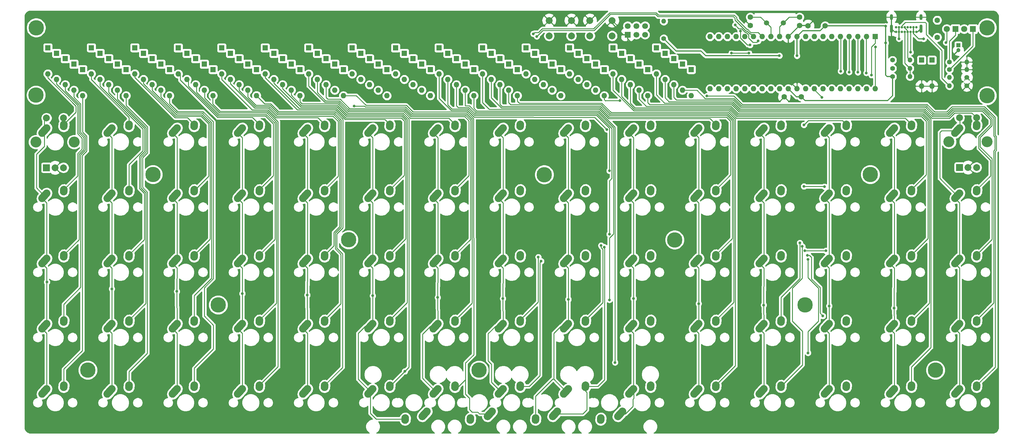
<source format=gbr>
G04 #@! TF.GenerationSoftware,KiCad,Pcbnew,(5.1.6)-1*
G04 #@! TF.CreationDate,2020-11-14T19:48:55+01:00*
G04 #@! TF.ProjectId,punk75,70756e6b-3735-42e6-9b69-6361645f7063,rev?*
G04 #@! TF.SameCoordinates,Original*
G04 #@! TF.FileFunction,Copper,L1,Top*
G04 #@! TF.FilePolarity,Positive*
%FSLAX46Y46*%
G04 Gerber Fmt 4.6, Leading zero omitted, Abs format (unit mm)*
G04 Created by KiCad (PCBNEW (5.1.6)-1) date 2020-11-14 19:48:55*
%MOMM*%
%LPD*%
G01*
G04 APERTURE LIST*
G04 #@! TA.AperFunction,ComponentPad*
%ADD10C,1.500000*%
G04 #@! TD*
G04 #@! TA.AperFunction,ComponentPad*
%ADD11R,1.700000X1.700000*%
G04 #@! TD*
G04 #@! TA.AperFunction,ComponentPad*
%ADD12C,1.700000*%
G04 #@! TD*
G04 #@! TA.AperFunction,ComponentPad*
%ADD13C,4.500000*%
G04 #@! TD*
G04 #@! TA.AperFunction,ComponentPad*
%ADD14O,0.900000X1.700000*%
G04 #@! TD*
G04 #@! TA.AperFunction,ComponentPad*
%ADD15O,0.900000X2.400000*%
G04 #@! TD*
G04 #@! TA.AperFunction,ComponentPad*
%ADD16C,0.700000*%
G04 #@! TD*
G04 #@! TA.AperFunction,ComponentPad*
%ADD17R,2.000000X2.000000*%
G04 #@! TD*
G04 #@! TA.AperFunction,ComponentPad*
%ADD18C,2.000000*%
G04 #@! TD*
G04 #@! TA.AperFunction,ComponentPad*
%ADD19C,3.200000*%
G04 #@! TD*
G04 #@! TA.AperFunction,ComponentPad*
%ADD20O,1.400000X1.400000*%
G04 #@! TD*
G04 #@! TA.AperFunction,ComponentPad*
%ADD21C,1.400000*%
G04 #@! TD*
G04 #@! TA.AperFunction,ComponentPad*
%ADD22C,1.800000*%
G04 #@! TD*
G04 #@! TA.AperFunction,ComponentPad*
%ADD23R,1.800000X1.800000*%
G04 #@! TD*
G04 #@! TA.AperFunction,ComponentPad*
%ADD24O,1.600000X1.600000*%
G04 #@! TD*
G04 #@! TA.AperFunction,ComponentPad*
%ADD25R,1.600000X1.600000*%
G04 #@! TD*
G04 #@! TA.AperFunction,ComponentPad*
%ADD26C,1.600000*%
G04 #@! TD*
G04 #@! TA.AperFunction,ComponentPad*
%ADD27C,1.200000*%
G04 #@! TD*
G04 #@! TA.AperFunction,ComponentPad*
%ADD28R,1.200000X1.200000*%
G04 #@! TD*
G04 #@! TA.AperFunction,ViaPad*
%ADD29C,0.800000*%
G04 #@! TD*
G04 #@! TA.AperFunction,Conductor*
%ADD30C,0.380000*%
G04 #@! TD*
G04 #@! TA.AperFunction,Conductor*
%ADD31C,0.250000*%
G04 #@! TD*
G04 #@! TA.AperFunction,Conductor*
%ADD32C,0.254000*%
G04 #@! TD*
G04 APERTURE END LIST*
G04 #@! TA.AperFunction,ComponentPad*
G36*
G01*
X300871247Y-198234740D02*
X300871247Y-198234741D01*
G75*
G02*
X299827463Y-197034005I78476J1122260D01*
G01*
X299868017Y-196454043D01*
G75*
G02*
X301068753Y-195410259I1122260J-78476D01*
G01*
X301068753Y-195410259D01*
G75*
G02*
X302112537Y-196610995I-78476J-1122260D01*
G01*
X302071983Y-197190957D01*
G75*
G02*
X300871247Y-198234741I-1122260J78476D01*
G01*
G37*
G04 #@! TD.AperFunction*
G04 #@! TA.AperFunction,ComponentPad*
G36*
G01*
X293881480Y-199896820D02*
X293881480Y-199896820D01*
G75*
G02*
X293798214Y-198308010I752772J836038D01*
G01*
X295109710Y-196851446D01*
G75*
G02*
X296698520Y-196768180I836038J-752772D01*
G01*
X296698520Y-196768180D01*
G75*
G02*
X296781786Y-198356990I-752772J-836038D01*
G01*
X295470290Y-199813554D01*
G75*
G02*
X293881480Y-199896820I-836038J752772D01*
G01*
G37*
G04 #@! TD.AperFunction*
G04 #@! TA.AperFunction,ComponentPad*
G36*
G01*
X191253753Y-224040260D02*
X191253753Y-224040259D01*
G75*
G02*
X192297537Y-225240995I-78476J-1122260D01*
G01*
X192256983Y-225820957D01*
G75*
G02*
X191056247Y-226864741I-1122260J78476D01*
G01*
X191056247Y-226864741D01*
G75*
G02*
X190012463Y-225664005I78476J1122260D01*
G01*
X190053017Y-225084043D01*
G75*
G02*
X191253753Y-224040259I1122260J-78476D01*
G01*
G37*
G04 #@! TD.AperFunction*
G04 #@! TA.AperFunction,ComponentPad*
G36*
G01*
X198243520Y-222378180D02*
X198243520Y-222378180D01*
G75*
G02*
X198326786Y-223966990I-752772J-836038D01*
G01*
X197015290Y-225423554D01*
G75*
G02*
X195426480Y-225506820I-836038J752772D01*
G01*
X195426480Y-225506820D01*
G75*
G02*
X195343214Y-223918010I752772J836038D01*
G01*
X196654710Y-222461446D01*
G75*
G02*
X198243520Y-222378180I836038J-752772D01*
G01*
G37*
G04 #@! TD.AperFunction*
G04 #@! TA.AperFunction,ComponentPad*
G36*
G01*
X210303753Y-224040260D02*
X210303753Y-224040259D01*
G75*
G02*
X211347537Y-225240995I-78476J-1122260D01*
G01*
X211306983Y-225820957D01*
G75*
G02*
X210106247Y-226864741I-1122260J78476D01*
G01*
X210106247Y-226864741D01*
G75*
G02*
X209062463Y-225664005I78476J1122260D01*
G01*
X209103017Y-225084043D01*
G75*
G02*
X210303753Y-224040259I1122260J-78476D01*
G01*
G37*
G04 #@! TD.AperFunction*
G04 #@! TA.AperFunction,ComponentPad*
G36*
G01*
X217293520Y-222378180D02*
X217293520Y-222378180D01*
G75*
G02*
X217376786Y-223966990I-752772J-836038D01*
G01*
X216065290Y-225423554D01*
G75*
G02*
X214476480Y-225506820I-836038J752772D01*
G01*
X214476480Y-225506820D01*
G75*
G02*
X214393214Y-223918010I752772J836038D01*
G01*
X215704710Y-222461446D01*
G75*
G02*
X217293520Y-222378180I836038J-752772D01*
G01*
G37*
G04 #@! TD.AperFunction*
G04 #@! TA.AperFunction,ComponentPad*
G36*
G01*
X229353753Y-224040260D02*
X229353753Y-224040259D01*
G75*
G02*
X230397537Y-225240995I-78476J-1122260D01*
G01*
X230356983Y-225820957D01*
G75*
G02*
X229156247Y-226864741I-1122260J78476D01*
G01*
X229156247Y-226864741D01*
G75*
G02*
X228112463Y-225664005I78476J1122260D01*
G01*
X228153017Y-225084043D01*
G75*
G02*
X229353753Y-224040259I1122260J-78476D01*
G01*
G37*
G04 #@! TD.AperFunction*
G04 #@! TA.AperFunction,ComponentPad*
G36*
G01*
X236343520Y-222378180D02*
X236343520Y-222378180D01*
G75*
G02*
X236426786Y-223966990I-752772J-836038D01*
G01*
X235115290Y-225423554D01*
G75*
G02*
X233526480Y-225506820I-836038J752772D01*
G01*
X233526480Y-225506820D01*
G75*
G02*
X233443214Y-223918010I752772J836038D01*
G01*
X234754710Y-222461446D01*
G75*
G02*
X236343520Y-222378180I836038J-752772D01*
G01*
G37*
G04 #@! TD.AperFunction*
D10*
X301615500Y-109759750D03*
X296735500Y-109759750D03*
G04 #@! TA.AperFunction,ComponentPad*
G36*
G01*
X248403753Y-224040260D02*
X248403753Y-224040259D01*
G75*
G02*
X249447537Y-225240995I-78476J-1122260D01*
G01*
X249406983Y-225820957D01*
G75*
G02*
X248206247Y-226864741I-1122260J78476D01*
G01*
X248206247Y-226864741D01*
G75*
G02*
X247162463Y-225664005I78476J1122260D01*
G01*
X247203017Y-225084043D01*
G75*
G02*
X248403753Y-224040259I1122260J-78476D01*
G01*
G37*
G04 #@! TD.AperFunction*
G04 #@! TA.AperFunction,ComponentPad*
G36*
G01*
X255393520Y-222378180D02*
X255393520Y-222378180D01*
G75*
G02*
X255476786Y-223966990I-752772J-836038D01*
G01*
X254165290Y-225423554D01*
G75*
G02*
X252576480Y-225506820I-836038J752772D01*
G01*
X252576480Y-225506820D01*
G75*
G02*
X252493214Y-223918010I752772J836038D01*
G01*
X253804710Y-222461446D01*
G75*
G02*
X255393520Y-222378180I836038J-752772D01*
G01*
G37*
G04 #@! TD.AperFunction*
G04 #@! TA.AperFunction,ComponentPad*
G36*
G01*
X243721247Y-217284740D02*
X243721247Y-217284741D01*
G75*
G02*
X242677463Y-216084005I78476J1122260D01*
G01*
X242718017Y-215504043D01*
G75*
G02*
X243918753Y-214460259I1122260J-78476D01*
G01*
X243918753Y-214460259D01*
G75*
G02*
X244962537Y-215660995I-78476J-1122260D01*
G01*
X244921983Y-216240957D01*
G75*
G02*
X243721247Y-217284741I-1122260J78476D01*
G01*
G37*
G04 #@! TD.AperFunction*
G04 #@! TA.AperFunction,ComponentPad*
G36*
G01*
X236731480Y-218946820D02*
X236731480Y-218946820D01*
G75*
G02*
X236648214Y-217358010I752772J836038D01*
G01*
X237959710Y-215901446D01*
G75*
G02*
X239548520Y-215818180I836038J-752772D01*
G01*
X239548520Y-215818180D01*
G75*
G02*
X239631786Y-217406990I-752772J-836038D01*
G01*
X238320290Y-218863554D01*
G75*
G02*
X236731480Y-218946820I-836038J752772D01*
G01*
G37*
G04 #@! TD.AperFunction*
G04 #@! TA.AperFunction,ComponentPad*
G36*
G01*
X338971247Y-179184740D02*
X338971247Y-179184741D01*
G75*
G02*
X337927463Y-177984005I78476J1122260D01*
G01*
X337968017Y-177404043D01*
G75*
G02*
X339168753Y-176360259I1122260J-78476D01*
G01*
X339168753Y-176360259D01*
G75*
G02*
X340212537Y-177560995I-78476J-1122260D01*
G01*
X340171983Y-178140957D01*
G75*
G02*
X338971247Y-179184741I-1122260J78476D01*
G01*
G37*
G04 #@! TD.AperFunction*
G04 #@! TA.AperFunction,ComponentPad*
G36*
G01*
X331981480Y-180846820D02*
X331981480Y-180846820D01*
G75*
G02*
X331898214Y-179258010I752772J836038D01*
G01*
X333209710Y-177801446D01*
G75*
G02*
X334798520Y-177718180I836038J-752772D01*
G01*
X334798520Y-177718180D01*
G75*
G02*
X334881786Y-179306990I-752772J-836038D01*
G01*
X333570290Y-180763554D01*
G75*
G02*
X331981480Y-180846820I-836038J752772D01*
G01*
G37*
G04 #@! TD.AperFunction*
G04 #@! TA.AperFunction,ComponentPad*
G36*
G01*
X358021247Y-217284740D02*
X358021247Y-217284741D01*
G75*
G02*
X356977463Y-216084005I78476J1122260D01*
G01*
X357018017Y-215504043D01*
G75*
G02*
X358218753Y-214460259I1122260J-78476D01*
G01*
X358218753Y-214460259D01*
G75*
G02*
X359262537Y-215660995I-78476J-1122260D01*
G01*
X359221983Y-216240957D01*
G75*
G02*
X358021247Y-217284741I-1122260J78476D01*
G01*
G37*
G04 #@! TD.AperFunction*
G04 #@! TA.AperFunction,ComponentPad*
G36*
G01*
X351031480Y-218946820D02*
X351031480Y-218946820D01*
G75*
G02*
X350948214Y-217358010I752772J836038D01*
G01*
X352259710Y-215901446D01*
G75*
G02*
X353848520Y-215818180I836038J-752772D01*
G01*
X353848520Y-215818180D01*
G75*
G02*
X353931786Y-217406990I-752772J-836038D01*
G01*
X352620290Y-218863554D01*
G75*
G02*
X351031480Y-218946820I-836038J752772D01*
G01*
G37*
G04 #@! TD.AperFunction*
G04 #@! TA.AperFunction,ComponentPad*
G36*
G01*
X358021247Y-198234740D02*
X358021247Y-198234741D01*
G75*
G02*
X356977463Y-197034005I78476J1122260D01*
G01*
X357018017Y-196454043D01*
G75*
G02*
X358218753Y-195410259I1122260J-78476D01*
G01*
X358218753Y-195410259D01*
G75*
G02*
X359262537Y-196610995I-78476J-1122260D01*
G01*
X359221983Y-197190957D01*
G75*
G02*
X358021247Y-198234741I-1122260J78476D01*
G01*
G37*
G04 #@! TD.AperFunction*
G04 #@! TA.AperFunction,ComponentPad*
G36*
G01*
X351031480Y-199896820D02*
X351031480Y-199896820D01*
G75*
G02*
X350948214Y-198308010I752772J836038D01*
G01*
X352259710Y-196851446D01*
G75*
G02*
X353848520Y-196768180I836038J-752772D01*
G01*
X353848520Y-196768180D01*
G75*
G02*
X353931786Y-198356990I-752772J-836038D01*
G01*
X352620290Y-199813554D01*
G75*
G02*
X351031480Y-199896820I-836038J752772D01*
G01*
G37*
G04 #@! TD.AperFunction*
G04 #@! TA.AperFunction,ComponentPad*
G36*
G01*
X358021247Y-179184740D02*
X358021247Y-179184741D01*
G75*
G02*
X356977463Y-177984005I78476J1122260D01*
G01*
X357018017Y-177404043D01*
G75*
G02*
X358218753Y-176360259I1122260J-78476D01*
G01*
X358218753Y-176360259D01*
G75*
G02*
X359262537Y-177560995I-78476J-1122260D01*
G01*
X359221983Y-178140957D01*
G75*
G02*
X358021247Y-179184741I-1122260J78476D01*
G01*
G37*
G04 #@! TD.AperFunction*
G04 #@! TA.AperFunction,ComponentPad*
G36*
G01*
X351031480Y-180846820D02*
X351031480Y-180846820D01*
G75*
G02*
X350948214Y-179258010I752772J836038D01*
G01*
X352259710Y-177801446D01*
G75*
G02*
X353848520Y-177718180I836038J-752772D01*
G01*
X353848520Y-177718180D01*
G75*
G02*
X353931786Y-179306990I-752772J-836038D01*
G01*
X352620290Y-180763554D01*
G75*
G02*
X351031480Y-180846820I-836038J752772D01*
G01*
G37*
G04 #@! TD.AperFunction*
G04 #@! TA.AperFunction,ComponentPad*
G36*
G01*
X358021247Y-160134740D02*
X358021247Y-160134741D01*
G75*
G02*
X356977463Y-158934005I78476J1122260D01*
G01*
X357018017Y-158354043D01*
G75*
G02*
X358218753Y-157310259I1122260J-78476D01*
G01*
X358218753Y-157310259D01*
G75*
G02*
X359262537Y-158510995I-78476J-1122260D01*
G01*
X359221983Y-159090957D01*
G75*
G02*
X358021247Y-160134741I-1122260J78476D01*
G01*
G37*
G04 #@! TD.AperFunction*
G04 #@! TA.AperFunction,ComponentPad*
G36*
G01*
X351031480Y-161796820D02*
X351031480Y-161796820D01*
G75*
G02*
X350948214Y-160208010I752772J836038D01*
G01*
X352259710Y-158751446D01*
G75*
G02*
X353848520Y-158668180I836038J-752772D01*
G01*
X353848520Y-158668180D01*
G75*
G02*
X353931786Y-160256990I-752772J-836038D01*
G01*
X352620290Y-161713554D01*
G75*
G02*
X351031480Y-161796820I-836038J752772D01*
G01*
G37*
G04 #@! TD.AperFunction*
G04 #@! TA.AperFunction,ComponentPad*
G36*
G01*
X358021247Y-141084740D02*
X358021247Y-141084741D01*
G75*
G02*
X356977463Y-139884005I78476J1122260D01*
G01*
X357018017Y-139304043D01*
G75*
G02*
X358218753Y-138260259I1122260J-78476D01*
G01*
X358218753Y-138260259D01*
G75*
G02*
X359262537Y-139460995I-78476J-1122260D01*
G01*
X359221983Y-140040957D01*
G75*
G02*
X358021247Y-141084741I-1122260J78476D01*
G01*
G37*
G04 #@! TD.AperFunction*
G04 #@! TA.AperFunction,ComponentPad*
G36*
G01*
X351031480Y-142746820D02*
X351031480Y-142746820D01*
G75*
G02*
X350948214Y-141158010I752772J836038D01*
G01*
X352259710Y-139701446D01*
G75*
G02*
X353848520Y-139618180I836038J-752772D01*
G01*
X353848520Y-139618180D01*
G75*
G02*
X353931786Y-141206990I-752772J-836038D01*
G01*
X352620290Y-142663554D01*
G75*
G02*
X351031480Y-142746820I-836038J752772D01*
G01*
G37*
G04 #@! TD.AperFunction*
G04 #@! TA.AperFunction,ComponentPad*
G36*
G01*
X338971247Y-217284740D02*
X338971247Y-217284741D01*
G75*
G02*
X337927463Y-216084005I78476J1122260D01*
G01*
X337968017Y-215504043D01*
G75*
G02*
X339168753Y-214460259I1122260J-78476D01*
G01*
X339168753Y-214460259D01*
G75*
G02*
X340212537Y-215660995I-78476J-1122260D01*
G01*
X340171983Y-216240957D01*
G75*
G02*
X338971247Y-217284741I-1122260J78476D01*
G01*
G37*
G04 #@! TD.AperFunction*
G04 #@! TA.AperFunction,ComponentPad*
G36*
G01*
X331981480Y-218946820D02*
X331981480Y-218946820D01*
G75*
G02*
X331898214Y-217358010I752772J836038D01*
G01*
X333209710Y-215901446D01*
G75*
G02*
X334798520Y-215818180I836038J-752772D01*
G01*
X334798520Y-215818180D01*
G75*
G02*
X334881786Y-217406990I-752772J-836038D01*
G01*
X333570290Y-218863554D01*
G75*
G02*
X331981480Y-218946820I-836038J752772D01*
G01*
G37*
G04 #@! TD.AperFunction*
G04 #@! TA.AperFunction,ComponentPad*
G36*
G01*
X338971247Y-198234740D02*
X338971247Y-198234741D01*
G75*
G02*
X337927463Y-197034005I78476J1122260D01*
G01*
X337968017Y-196454043D01*
G75*
G02*
X339168753Y-195410259I1122260J-78476D01*
G01*
X339168753Y-195410259D01*
G75*
G02*
X340212537Y-196610995I-78476J-1122260D01*
G01*
X340171983Y-197190957D01*
G75*
G02*
X338971247Y-198234741I-1122260J78476D01*
G01*
G37*
G04 #@! TD.AperFunction*
G04 #@! TA.AperFunction,ComponentPad*
G36*
G01*
X331981480Y-199896820D02*
X331981480Y-199896820D01*
G75*
G02*
X331898214Y-198308010I752772J836038D01*
G01*
X333209710Y-196851446D01*
G75*
G02*
X334798520Y-196768180I836038J-752772D01*
G01*
X334798520Y-196768180D01*
G75*
G02*
X334881786Y-198356990I-752772J-836038D01*
G01*
X333570290Y-199813554D01*
G75*
G02*
X331981480Y-199896820I-836038J752772D01*
G01*
G37*
G04 #@! TD.AperFunction*
G04 #@! TA.AperFunction,ComponentPad*
G36*
G01*
X338971247Y-160134740D02*
X338971247Y-160134741D01*
G75*
G02*
X337927463Y-158934005I78476J1122260D01*
G01*
X337968017Y-158354043D01*
G75*
G02*
X339168753Y-157310259I1122260J-78476D01*
G01*
X339168753Y-157310259D01*
G75*
G02*
X340212537Y-158510995I-78476J-1122260D01*
G01*
X340171983Y-159090957D01*
G75*
G02*
X338971247Y-160134741I-1122260J78476D01*
G01*
G37*
G04 #@! TD.AperFunction*
G04 #@! TA.AperFunction,ComponentPad*
G36*
G01*
X331981480Y-161796820D02*
X331981480Y-161796820D01*
G75*
G02*
X331898214Y-160208010I752772J836038D01*
G01*
X333209710Y-158751446D01*
G75*
G02*
X334798520Y-158668180I836038J-752772D01*
G01*
X334798520Y-158668180D01*
G75*
G02*
X334881786Y-160256990I-752772J-836038D01*
G01*
X333570290Y-161713554D01*
G75*
G02*
X331981480Y-161796820I-836038J752772D01*
G01*
G37*
G04 #@! TD.AperFunction*
G04 #@! TA.AperFunction,ComponentPad*
G36*
G01*
X338971247Y-141084740D02*
X338971247Y-141084741D01*
G75*
G02*
X337927463Y-139884005I78476J1122260D01*
G01*
X337968017Y-139304043D01*
G75*
G02*
X339168753Y-138260259I1122260J-78476D01*
G01*
X339168753Y-138260259D01*
G75*
G02*
X340212537Y-139460995I-78476J-1122260D01*
G01*
X340171983Y-140040957D01*
G75*
G02*
X338971247Y-141084741I-1122260J78476D01*
G01*
G37*
G04 #@! TD.AperFunction*
G04 #@! TA.AperFunction,ComponentPad*
G36*
G01*
X331981480Y-142746820D02*
X331981480Y-142746820D01*
G75*
G02*
X331898214Y-141158010I752772J836038D01*
G01*
X333209710Y-139701446D01*
G75*
G02*
X334798520Y-139618180I836038J-752772D01*
G01*
X334798520Y-139618180D01*
G75*
G02*
X334881786Y-141206990I-752772J-836038D01*
G01*
X333570290Y-142663554D01*
G75*
G02*
X331981480Y-142746820I-836038J752772D01*
G01*
G37*
G04 #@! TD.AperFunction*
G04 #@! TA.AperFunction,ComponentPad*
G36*
G01*
X319921247Y-217284740D02*
X319921247Y-217284741D01*
G75*
G02*
X318877463Y-216084005I78476J1122260D01*
G01*
X318918017Y-215504043D01*
G75*
G02*
X320118753Y-214460259I1122260J-78476D01*
G01*
X320118753Y-214460259D01*
G75*
G02*
X321162537Y-215660995I-78476J-1122260D01*
G01*
X321121983Y-216240957D01*
G75*
G02*
X319921247Y-217284741I-1122260J78476D01*
G01*
G37*
G04 #@! TD.AperFunction*
G04 #@! TA.AperFunction,ComponentPad*
G36*
G01*
X312931480Y-218946820D02*
X312931480Y-218946820D01*
G75*
G02*
X312848214Y-217358010I752772J836038D01*
G01*
X314159710Y-215901446D01*
G75*
G02*
X315748520Y-215818180I836038J-752772D01*
G01*
X315748520Y-215818180D01*
G75*
G02*
X315831786Y-217406990I-752772J-836038D01*
G01*
X314520290Y-218863554D01*
G75*
G02*
X312931480Y-218946820I-836038J752772D01*
G01*
G37*
G04 #@! TD.AperFunction*
G04 #@! TA.AperFunction,ComponentPad*
G36*
G01*
X319921247Y-198234740D02*
X319921247Y-198234741D01*
G75*
G02*
X318877463Y-197034005I78476J1122260D01*
G01*
X318918017Y-196454043D01*
G75*
G02*
X320118753Y-195410259I1122260J-78476D01*
G01*
X320118753Y-195410259D01*
G75*
G02*
X321162537Y-196610995I-78476J-1122260D01*
G01*
X321121983Y-197190957D01*
G75*
G02*
X319921247Y-198234741I-1122260J78476D01*
G01*
G37*
G04 #@! TD.AperFunction*
G04 #@! TA.AperFunction,ComponentPad*
G36*
G01*
X312931480Y-199896820D02*
X312931480Y-199896820D01*
G75*
G02*
X312848214Y-198308010I752772J836038D01*
G01*
X314159710Y-196851446D01*
G75*
G02*
X315748520Y-196768180I836038J-752772D01*
G01*
X315748520Y-196768180D01*
G75*
G02*
X315831786Y-198356990I-752772J-836038D01*
G01*
X314520290Y-199813554D01*
G75*
G02*
X312931480Y-199896820I-836038J752772D01*
G01*
G37*
G04 #@! TD.AperFunction*
G04 #@! TA.AperFunction,ComponentPad*
G36*
G01*
X319921247Y-179184740D02*
X319921247Y-179184741D01*
G75*
G02*
X318877463Y-177984005I78476J1122260D01*
G01*
X318918017Y-177404043D01*
G75*
G02*
X320118753Y-176360259I1122260J-78476D01*
G01*
X320118753Y-176360259D01*
G75*
G02*
X321162537Y-177560995I-78476J-1122260D01*
G01*
X321121983Y-178140957D01*
G75*
G02*
X319921247Y-179184741I-1122260J78476D01*
G01*
G37*
G04 #@! TD.AperFunction*
G04 #@! TA.AperFunction,ComponentPad*
G36*
G01*
X312931480Y-180846820D02*
X312931480Y-180846820D01*
G75*
G02*
X312848214Y-179258010I752772J836038D01*
G01*
X314159710Y-177801446D01*
G75*
G02*
X315748520Y-177718180I836038J-752772D01*
G01*
X315748520Y-177718180D01*
G75*
G02*
X315831786Y-179306990I-752772J-836038D01*
G01*
X314520290Y-180763554D01*
G75*
G02*
X312931480Y-180846820I-836038J752772D01*
G01*
G37*
G04 #@! TD.AperFunction*
G04 #@! TA.AperFunction,ComponentPad*
G36*
G01*
X319921247Y-160134740D02*
X319921247Y-160134741D01*
G75*
G02*
X318877463Y-158934005I78476J1122260D01*
G01*
X318918017Y-158354043D01*
G75*
G02*
X320118753Y-157310259I1122260J-78476D01*
G01*
X320118753Y-157310259D01*
G75*
G02*
X321162537Y-158510995I-78476J-1122260D01*
G01*
X321121983Y-159090957D01*
G75*
G02*
X319921247Y-160134741I-1122260J78476D01*
G01*
G37*
G04 #@! TD.AperFunction*
G04 #@! TA.AperFunction,ComponentPad*
G36*
G01*
X312931480Y-161796820D02*
X312931480Y-161796820D01*
G75*
G02*
X312848214Y-160208010I752772J836038D01*
G01*
X314159710Y-158751446D01*
G75*
G02*
X315748520Y-158668180I836038J-752772D01*
G01*
X315748520Y-158668180D01*
G75*
G02*
X315831786Y-160256990I-752772J-836038D01*
G01*
X314520290Y-161713554D01*
G75*
G02*
X312931480Y-161796820I-836038J752772D01*
G01*
G37*
G04 #@! TD.AperFunction*
G04 #@! TA.AperFunction,ComponentPad*
G36*
G01*
X319921247Y-141084740D02*
X319921247Y-141084741D01*
G75*
G02*
X318877463Y-139884005I78476J1122260D01*
G01*
X318918017Y-139304043D01*
G75*
G02*
X320118753Y-138260259I1122260J-78476D01*
G01*
X320118753Y-138260259D01*
G75*
G02*
X321162537Y-139460995I-78476J-1122260D01*
G01*
X321121983Y-140040957D01*
G75*
G02*
X319921247Y-141084741I-1122260J78476D01*
G01*
G37*
G04 #@! TD.AperFunction*
G04 #@! TA.AperFunction,ComponentPad*
G36*
G01*
X312931480Y-142746820D02*
X312931480Y-142746820D01*
G75*
G02*
X312848214Y-141158010I752772J836038D01*
G01*
X314159710Y-139701446D01*
G75*
G02*
X315748520Y-139618180I836038J-752772D01*
G01*
X315748520Y-139618180D01*
G75*
G02*
X315831786Y-141206990I-752772J-836038D01*
G01*
X314520290Y-142663554D01*
G75*
G02*
X312931480Y-142746820I-836038J752772D01*
G01*
G37*
G04 #@! TD.AperFunction*
G04 #@! TA.AperFunction,ComponentPad*
G36*
G01*
X300871247Y-217284740D02*
X300871247Y-217284741D01*
G75*
G02*
X299827463Y-216084005I78476J1122260D01*
G01*
X299868017Y-215504043D01*
G75*
G02*
X301068753Y-214460259I1122260J-78476D01*
G01*
X301068753Y-214460259D01*
G75*
G02*
X302112537Y-215660995I-78476J-1122260D01*
G01*
X302071983Y-216240957D01*
G75*
G02*
X300871247Y-217284741I-1122260J78476D01*
G01*
G37*
G04 #@! TD.AperFunction*
G04 #@! TA.AperFunction,ComponentPad*
G36*
G01*
X293881480Y-218946820D02*
X293881480Y-218946820D01*
G75*
G02*
X293798214Y-217358010I752772J836038D01*
G01*
X295109710Y-215901446D01*
G75*
G02*
X296698520Y-215818180I836038J-752772D01*
G01*
X296698520Y-215818180D01*
G75*
G02*
X296781786Y-217406990I-752772J-836038D01*
G01*
X295470290Y-218863554D01*
G75*
G02*
X293881480Y-218946820I-836038J752772D01*
G01*
G37*
G04 #@! TD.AperFunction*
G04 #@! TA.AperFunction,ComponentPad*
G36*
G01*
X300871247Y-179184740D02*
X300871247Y-179184741D01*
G75*
G02*
X299827463Y-177984005I78476J1122260D01*
G01*
X299868017Y-177404043D01*
G75*
G02*
X301068753Y-176360259I1122260J-78476D01*
G01*
X301068753Y-176360259D01*
G75*
G02*
X302112537Y-177560995I-78476J-1122260D01*
G01*
X302071983Y-178140957D01*
G75*
G02*
X300871247Y-179184741I-1122260J78476D01*
G01*
G37*
G04 #@! TD.AperFunction*
G04 #@! TA.AperFunction,ComponentPad*
G36*
G01*
X293881480Y-180846820D02*
X293881480Y-180846820D01*
G75*
G02*
X293798214Y-179258010I752772J836038D01*
G01*
X295109710Y-177801446D01*
G75*
G02*
X296698520Y-177718180I836038J-752772D01*
G01*
X296698520Y-177718180D01*
G75*
G02*
X296781786Y-179306990I-752772J-836038D01*
G01*
X295470290Y-180763554D01*
G75*
G02*
X293881480Y-180846820I-836038J752772D01*
G01*
G37*
G04 #@! TD.AperFunction*
G04 #@! TA.AperFunction,ComponentPad*
G36*
G01*
X300871247Y-160134740D02*
X300871247Y-160134741D01*
G75*
G02*
X299827463Y-158934005I78476J1122260D01*
G01*
X299868017Y-158354043D01*
G75*
G02*
X301068753Y-157310259I1122260J-78476D01*
G01*
X301068753Y-157310259D01*
G75*
G02*
X302112537Y-158510995I-78476J-1122260D01*
G01*
X302071983Y-159090957D01*
G75*
G02*
X300871247Y-160134741I-1122260J78476D01*
G01*
G37*
G04 #@! TD.AperFunction*
G04 #@! TA.AperFunction,ComponentPad*
G36*
G01*
X293881480Y-161796820D02*
X293881480Y-161796820D01*
G75*
G02*
X293798214Y-160208010I752772J836038D01*
G01*
X295109710Y-158751446D01*
G75*
G02*
X296698520Y-158668180I836038J-752772D01*
G01*
X296698520Y-158668180D01*
G75*
G02*
X296781786Y-160256990I-752772J-836038D01*
G01*
X295470290Y-161713554D01*
G75*
G02*
X293881480Y-161796820I-836038J752772D01*
G01*
G37*
G04 #@! TD.AperFunction*
G04 #@! TA.AperFunction,ComponentPad*
G36*
G01*
X300871247Y-141084740D02*
X300871247Y-141084741D01*
G75*
G02*
X299827463Y-139884005I78476J1122260D01*
G01*
X299868017Y-139304043D01*
G75*
G02*
X301068753Y-138260259I1122260J-78476D01*
G01*
X301068753Y-138260259D01*
G75*
G02*
X302112537Y-139460995I-78476J-1122260D01*
G01*
X302071983Y-140040957D01*
G75*
G02*
X300871247Y-141084741I-1122260J78476D01*
G01*
G37*
G04 #@! TD.AperFunction*
G04 #@! TA.AperFunction,ComponentPad*
G36*
G01*
X293881480Y-142746820D02*
X293881480Y-142746820D01*
G75*
G02*
X293798214Y-141158010I752772J836038D01*
G01*
X295109710Y-139701446D01*
G75*
G02*
X296698520Y-139618180I836038J-752772D01*
G01*
X296698520Y-139618180D01*
G75*
G02*
X296781786Y-141206990I-752772J-836038D01*
G01*
X295470290Y-142663554D01*
G75*
G02*
X293881480Y-142746820I-836038J752772D01*
G01*
G37*
G04 #@! TD.AperFunction*
G04 #@! TA.AperFunction,ComponentPad*
G36*
G01*
X281821247Y-217284740D02*
X281821247Y-217284741D01*
G75*
G02*
X280777463Y-216084005I78476J1122260D01*
G01*
X280818017Y-215504043D01*
G75*
G02*
X282018753Y-214460259I1122260J-78476D01*
G01*
X282018753Y-214460259D01*
G75*
G02*
X283062537Y-215660995I-78476J-1122260D01*
G01*
X283021983Y-216240957D01*
G75*
G02*
X281821247Y-217284741I-1122260J78476D01*
G01*
G37*
G04 #@! TD.AperFunction*
G04 #@! TA.AperFunction,ComponentPad*
G36*
G01*
X274831480Y-218946820D02*
X274831480Y-218946820D01*
G75*
G02*
X274748214Y-217358010I752772J836038D01*
G01*
X276059710Y-215901446D01*
G75*
G02*
X277648520Y-215818180I836038J-752772D01*
G01*
X277648520Y-215818180D01*
G75*
G02*
X277731786Y-217406990I-752772J-836038D01*
G01*
X276420290Y-218863554D01*
G75*
G02*
X274831480Y-218946820I-836038J752772D01*
G01*
G37*
G04 #@! TD.AperFunction*
G04 #@! TA.AperFunction,ComponentPad*
G36*
G01*
X281821247Y-198234740D02*
X281821247Y-198234741D01*
G75*
G02*
X280777463Y-197034005I78476J1122260D01*
G01*
X280818017Y-196454043D01*
G75*
G02*
X282018753Y-195410259I1122260J-78476D01*
G01*
X282018753Y-195410259D01*
G75*
G02*
X283062537Y-196610995I-78476J-1122260D01*
G01*
X283021983Y-197190957D01*
G75*
G02*
X281821247Y-198234741I-1122260J78476D01*
G01*
G37*
G04 #@! TD.AperFunction*
G04 #@! TA.AperFunction,ComponentPad*
G36*
G01*
X274831480Y-199896820D02*
X274831480Y-199896820D01*
G75*
G02*
X274748214Y-198308010I752772J836038D01*
G01*
X276059710Y-196851446D01*
G75*
G02*
X277648520Y-196768180I836038J-752772D01*
G01*
X277648520Y-196768180D01*
G75*
G02*
X277731786Y-198356990I-752772J-836038D01*
G01*
X276420290Y-199813554D01*
G75*
G02*
X274831480Y-199896820I-836038J752772D01*
G01*
G37*
G04 #@! TD.AperFunction*
G04 #@! TA.AperFunction,ComponentPad*
G36*
G01*
X281821247Y-179184740D02*
X281821247Y-179184741D01*
G75*
G02*
X280777463Y-177984005I78476J1122260D01*
G01*
X280818017Y-177404043D01*
G75*
G02*
X282018753Y-176360259I1122260J-78476D01*
G01*
X282018753Y-176360259D01*
G75*
G02*
X283062537Y-177560995I-78476J-1122260D01*
G01*
X283021983Y-178140957D01*
G75*
G02*
X281821247Y-179184741I-1122260J78476D01*
G01*
G37*
G04 #@! TD.AperFunction*
G04 #@! TA.AperFunction,ComponentPad*
G36*
G01*
X274831480Y-180846820D02*
X274831480Y-180846820D01*
G75*
G02*
X274748214Y-179258010I752772J836038D01*
G01*
X276059710Y-177801446D01*
G75*
G02*
X277648520Y-177718180I836038J-752772D01*
G01*
X277648520Y-177718180D01*
G75*
G02*
X277731786Y-179306990I-752772J-836038D01*
G01*
X276420290Y-180763554D01*
G75*
G02*
X274831480Y-180846820I-836038J752772D01*
G01*
G37*
G04 #@! TD.AperFunction*
G04 #@! TA.AperFunction,ComponentPad*
G36*
G01*
X281821247Y-160134740D02*
X281821247Y-160134741D01*
G75*
G02*
X280777463Y-158934005I78476J1122260D01*
G01*
X280818017Y-158354043D01*
G75*
G02*
X282018753Y-157310259I1122260J-78476D01*
G01*
X282018753Y-157310259D01*
G75*
G02*
X283062537Y-158510995I-78476J-1122260D01*
G01*
X283021983Y-159090957D01*
G75*
G02*
X281821247Y-160134741I-1122260J78476D01*
G01*
G37*
G04 #@! TD.AperFunction*
G04 #@! TA.AperFunction,ComponentPad*
G36*
G01*
X274831480Y-161796820D02*
X274831480Y-161796820D01*
G75*
G02*
X274748214Y-160208010I752772J836038D01*
G01*
X276059710Y-158751446D01*
G75*
G02*
X277648520Y-158668180I836038J-752772D01*
G01*
X277648520Y-158668180D01*
G75*
G02*
X277731786Y-160256990I-752772J-836038D01*
G01*
X276420290Y-161713554D01*
G75*
G02*
X274831480Y-161796820I-836038J752772D01*
G01*
G37*
G04 #@! TD.AperFunction*
G04 #@! TA.AperFunction,ComponentPad*
G36*
G01*
X281821247Y-141084740D02*
X281821247Y-141084741D01*
G75*
G02*
X280777463Y-139884005I78476J1122260D01*
G01*
X280818017Y-139304043D01*
G75*
G02*
X282018753Y-138260259I1122260J-78476D01*
G01*
X282018753Y-138260259D01*
G75*
G02*
X283062537Y-139460995I-78476J-1122260D01*
G01*
X283021983Y-140040957D01*
G75*
G02*
X281821247Y-141084741I-1122260J78476D01*
G01*
G37*
G04 #@! TD.AperFunction*
G04 #@! TA.AperFunction,ComponentPad*
G36*
G01*
X274831480Y-142746820D02*
X274831480Y-142746820D01*
G75*
G02*
X274748214Y-141158010I752772J836038D01*
G01*
X276059710Y-139701446D01*
G75*
G02*
X277648520Y-139618180I836038J-752772D01*
G01*
X277648520Y-139618180D01*
G75*
G02*
X277731786Y-141206990I-752772J-836038D01*
G01*
X276420290Y-142663554D01*
G75*
G02*
X274831480Y-142746820I-836038J752772D01*
G01*
G37*
G04 #@! TD.AperFunction*
G04 #@! TA.AperFunction,ComponentPad*
G36*
G01*
X262771247Y-217284740D02*
X262771247Y-217284741D01*
G75*
G02*
X261727463Y-216084005I78476J1122260D01*
G01*
X261768017Y-215504043D01*
G75*
G02*
X262968753Y-214460259I1122260J-78476D01*
G01*
X262968753Y-214460259D01*
G75*
G02*
X264012537Y-215660995I-78476J-1122260D01*
G01*
X263971983Y-216240957D01*
G75*
G02*
X262771247Y-217284741I-1122260J78476D01*
G01*
G37*
G04 #@! TD.AperFunction*
G04 #@! TA.AperFunction,ComponentPad*
G36*
G01*
X255781480Y-218946820D02*
X255781480Y-218946820D01*
G75*
G02*
X255698214Y-217358010I752772J836038D01*
G01*
X257009710Y-215901446D01*
G75*
G02*
X258598520Y-215818180I836038J-752772D01*
G01*
X258598520Y-215818180D01*
G75*
G02*
X258681786Y-217406990I-752772J-836038D01*
G01*
X257370290Y-218863554D01*
G75*
G02*
X255781480Y-218946820I-836038J752772D01*
G01*
G37*
G04 #@! TD.AperFunction*
G04 #@! TA.AperFunction,ComponentPad*
G36*
G01*
X262771247Y-198234740D02*
X262771247Y-198234741D01*
G75*
G02*
X261727463Y-197034005I78476J1122260D01*
G01*
X261768017Y-196454043D01*
G75*
G02*
X262968753Y-195410259I1122260J-78476D01*
G01*
X262968753Y-195410259D01*
G75*
G02*
X264012537Y-196610995I-78476J-1122260D01*
G01*
X263971983Y-197190957D01*
G75*
G02*
X262771247Y-198234741I-1122260J78476D01*
G01*
G37*
G04 #@! TD.AperFunction*
G04 #@! TA.AperFunction,ComponentPad*
G36*
G01*
X255781480Y-199896820D02*
X255781480Y-199896820D01*
G75*
G02*
X255698214Y-198308010I752772J836038D01*
G01*
X257009710Y-196851446D01*
G75*
G02*
X258598520Y-196768180I836038J-752772D01*
G01*
X258598520Y-196768180D01*
G75*
G02*
X258681786Y-198356990I-752772J-836038D01*
G01*
X257370290Y-199813554D01*
G75*
G02*
X255781480Y-199896820I-836038J752772D01*
G01*
G37*
G04 #@! TD.AperFunction*
G04 #@! TA.AperFunction,ComponentPad*
G36*
G01*
X262771247Y-179184740D02*
X262771247Y-179184741D01*
G75*
G02*
X261727463Y-177984005I78476J1122260D01*
G01*
X261768017Y-177404043D01*
G75*
G02*
X262968753Y-176360259I1122260J-78476D01*
G01*
X262968753Y-176360259D01*
G75*
G02*
X264012537Y-177560995I-78476J-1122260D01*
G01*
X263971983Y-178140957D01*
G75*
G02*
X262771247Y-179184741I-1122260J78476D01*
G01*
G37*
G04 #@! TD.AperFunction*
G04 #@! TA.AperFunction,ComponentPad*
G36*
G01*
X255781480Y-180846820D02*
X255781480Y-180846820D01*
G75*
G02*
X255698214Y-179258010I752772J836038D01*
G01*
X257009710Y-177801446D01*
G75*
G02*
X258598520Y-177718180I836038J-752772D01*
G01*
X258598520Y-177718180D01*
G75*
G02*
X258681786Y-179306990I-752772J-836038D01*
G01*
X257370290Y-180763554D01*
G75*
G02*
X255781480Y-180846820I-836038J752772D01*
G01*
G37*
G04 #@! TD.AperFunction*
G04 #@! TA.AperFunction,ComponentPad*
G36*
G01*
X262771247Y-160134740D02*
X262771247Y-160134741D01*
G75*
G02*
X261727463Y-158934005I78476J1122260D01*
G01*
X261768017Y-158354043D01*
G75*
G02*
X262968753Y-157310259I1122260J-78476D01*
G01*
X262968753Y-157310259D01*
G75*
G02*
X264012537Y-158510995I-78476J-1122260D01*
G01*
X263971983Y-159090957D01*
G75*
G02*
X262771247Y-160134741I-1122260J78476D01*
G01*
G37*
G04 #@! TD.AperFunction*
G04 #@! TA.AperFunction,ComponentPad*
G36*
G01*
X255781480Y-161796820D02*
X255781480Y-161796820D01*
G75*
G02*
X255698214Y-160208010I752772J836038D01*
G01*
X257009710Y-158751446D01*
G75*
G02*
X258598520Y-158668180I836038J-752772D01*
G01*
X258598520Y-158668180D01*
G75*
G02*
X258681786Y-160256990I-752772J-836038D01*
G01*
X257370290Y-161713554D01*
G75*
G02*
X255781480Y-161796820I-836038J752772D01*
G01*
G37*
G04 #@! TD.AperFunction*
G04 #@! TA.AperFunction,ComponentPad*
G36*
G01*
X262771247Y-141084740D02*
X262771247Y-141084741D01*
G75*
G02*
X261727463Y-139884005I78476J1122260D01*
G01*
X261768017Y-139304043D01*
G75*
G02*
X262968753Y-138260259I1122260J-78476D01*
G01*
X262968753Y-138260259D01*
G75*
G02*
X264012537Y-139460995I-78476J-1122260D01*
G01*
X263971983Y-140040957D01*
G75*
G02*
X262771247Y-141084741I-1122260J78476D01*
G01*
G37*
G04 #@! TD.AperFunction*
G04 #@! TA.AperFunction,ComponentPad*
G36*
G01*
X255781480Y-142746820D02*
X255781480Y-142746820D01*
G75*
G02*
X255698214Y-141158010I752772J836038D01*
G01*
X257009710Y-139701446D01*
G75*
G02*
X258598520Y-139618180I836038J-752772D01*
G01*
X258598520Y-139618180D01*
G75*
G02*
X258681786Y-141206990I-752772J-836038D01*
G01*
X257370290Y-142663554D01*
G75*
G02*
X255781480Y-142746820I-836038J752772D01*
G01*
G37*
G04 #@! TD.AperFunction*
G04 #@! TA.AperFunction,ComponentPad*
G36*
G01*
X243721247Y-198234740D02*
X243721247Y-198234741D01*
G75*
G02*
X242677463Y-197034005I78476J1122260D01*
G01*
X242718017Y-196454043D01*
G75*
G02*
X243918753Y-195410259I1122260J-78476D01*
G01*
X243918753Y-195410259D01*
G75*
G02*
X244962537Y-196610995I-78476J-1122260D01*
G01*
X244921983Y-197190957D01*
G75*
G02*
X243721247Y-198234741I-1122260J78476D01*
G01*
G37*
G04 #@! TD.AperFunction*
G04 #@! TA.AperFunction,ComponentPad*
G36*
G01*
X236731480Y-199896820D02*
X236731480Y-199896820D01*
G75*
G02*
X236648214Y-198308010I752772J836038D01*
G01*
X237959710Y-196851446D01*
G75*
G02*
X239548520Y-196768180I836038J-752772D01*
G01*
X239548520Y-196768180D01*
G75*
G02*
X239631786Y-198356990I-752772J-836038D01*
G01*
X238320290Y-199813554D01*
G75*
G02*
X236731480Y-199896820I-836038J752772D01*
G01*
G37*
G04 #@! TD.AperFunction*
G04 #@! TA.AperFunction,ComponentPad*
G36*
G01*
X243721247Y-179184740D02*
X243721247Y-179184741D01*
G75*
G02*
X242677463Y-177984005I78476J1122260D01*
G01*
X242718017Y-177404043D01*
G75*
G02*
X243918753Y-176360259I1122260J-78476D01*
G01*
X243918753Y-176360259D01*
G75*
G02*
X244962537Y-177560995I-78476J-1122260D01*
G01*
X244921983Y-178140957D01*
G75*
G02*
X243721247Y-179184741I-1122260J78476D01*
G01*
G37*
G04 #@! TD.AperFunction*
G04 #@! TA.AperFunction,ComponentPad*
G36*
G01*
X236731480Y-180846820D02*
X236731480Y-180846820D01*
G75*
G02*
X236648214Y-179258010I752772J836038D01*
G01*
X237959710Y-177801446D01*
G75*
G02*
X239548520Y-177718180I836038J-752772D01*
G01*
X239548520Y-177718180D01*
G75*
G02*
X239631786Y-179306990I-752772J-836038D01*
G01*
X238320290Y-180763554D01*
G75*
G02*
X236731480Y-180846820I-836038J752772D01*
G01*
G37*
G04 #@! TD.AperFunction*
G04 #@! TA.AperFunction,ComponentPad*
G36*
G01*
X243721247Y-160134740D02*
X243721247Y-160134741D01*
G75*
G02*
X242677463Y-158934005I78476J1122260D01*
G01*
X242718017Y-158354043D01*
G75*
G02*
X243918753Y-157310259I1122260J-78476D01*
G01*
X243918753Y-157310259D01*
G75*
G02*
X244962537Y-158510995I-78476J-1122260D01*
G01*
X244921983Y-159090957D01*
G75*
G02*
X243721247Y-160134741I-1122260J78476D01*
G01*
G37*
G04 #@! TD.AperFunction*
G04 #@! TA.AperFunction,ComponentPad*
G36*
G01*
X236731480Y-161796820D02*
X236731480Y-161796820D01*
G75*
G02*
X236648214Y-160208010I752772J836038D01*
G01*
X237959710Y-158751446D01*
G75*
G02*
X239548520Y-158668180I836038J-752772D01*
G01*
X239548520Y-158668180D01*
G75*
G02*
X239631786Y-160256990I-752772J-836038D01*
G01*
X238320290Y-161713554D01*
G75*
G02*
X236731480Y-161796820I-836038J752772D01*
G01*
G37*
G04 #@! TD.AperFunction*
G04 #@! TA.AperFunction,ComponentPad*
G36*
G01*
X243721247Y-141084740D02*
X243721247Y-141084741D01*
G75*
G02*
X242677463Y-139884005I78476J1122260D01*
G01*
X242718017Y-139304043D01*
G75*
G02*
X243918753Y-138260259I1122260J-78476D01*
G01*
X243918753Y-138260259D01*
G75*
G02*
X244962537Y-139460995I-78476J-1122260D01*
G01*
X244921983Y-140040957D01*
G75*
G02*
X243721247Y-141084741I-1122260J78476D01*
G01*
G37*
G04 #@! TD.AperFunction*
G04 #@! TA.AperFunction,ComponentPad*
G36*
G01*
X236731480Y-142746820D02*
X236731480Y-142746820D01*
G75*
G02*
X236648214Y-141158010I752772J836038D01*
G01*
X237959710Y-139701446D01*
G75*
G02*
X239548520Y-139618180I836038J-752772D01*
G01*
X239548520Y-139618180D01*
G75*
G02*
X239631786Y-141206990I-752772J-836038D01*
G01*
X238320290Y-142663554D01*
G75*
G02*
X236731480Y-142746820I-836038J752772D01*
G01*
G37*
G04 #@! TD.AperFunction*
G04 #@! TA.AperFunction,ComponentPad*
G36*
G01*
X224671247Y-217284740D02*
X224671247Y-217284741D01*
G75*
G02*
X223627463Y-216084005I78476J1122260D01*
G01*
X223668017Y-215504043D01*
G75*
G02*
X224868753Y-214460259I1122260J-78476D01*
G01*
X224868753Y-214460259D01*
G75*
G02*
X225912537Y-215660995I-78476J-1122260D01*
G01*
X225871983Y-216240957D01*
G75*
G02*
X224671247Y-217284741I-1122260J78476D01*
G01*
G37*
G04 #@! TD.AperFunction*
G04 #@! TA.AperFunction,ComponentPad*
G36*
G01*
X217681480Y-218946820D02*
X217681480Y-218946820D01*
G75*
G02*
X217598214Y-217358010I752772J836038D01*
G01*
X218909710Y-215901446D01*
G75*
G02*
X220498520Y-215818180I836038J-752772D01*
G01*
X220498520Y-215818180D01*
G75*
G02*
X220581786Y-217406990I-752772J-836038D01*
G01*
X219270290Y-218863554D01*
G75*
G02*
X217681480Y-218946820I-836038J752772D01*
G01*
G37*
G04 #@! TD.AperFunction*
G04 #@! TA.AperFunction,ComponentPad*
G36*
G01*
X224671247Y-198234740D02*
X224671247Y-198234741D01*
G75*
G02*
X223627463Y-197034005I78476J1122260D01*
G01*
X223668017Y-196454043D01*
G75*
G02*
X224868753Y-195410259I1122260J-78476D01*
G01*
X224868753Y-195410259D01*
G75*
G02*
X225912537Y-196610995I-78476J-1122260D01*
G01*
X225871983Y-197190957D01*
G75*
G02*
X224671247Y-198234741I-1122260J78476D01*
G01*
G37*
G04 #@! TD.AperFunction*
G04 #@! TA.AperFunction,ComponentPad*
G36*
G01*
X217681480Y-199896820D02*
X217681480Y-199896820D01*
G75*
G02*
X217598214Y-198308010I752772J836038D01*
G01*
X218909710Y-196851446D01*
G75*
G02*
X220498520Y-196768180I836038J-752772D01*
G01*
X220498520Y-196768180D01*
G75*
G02*
X220581786Y-198356990I-752772J-836038D01*
G01*
X219270290Y-199813554D01*
G75*
G02*
X217681480Y-199896820I-836038J752772D01*
G01*
G37*
G04 #@! TD.AperFunction*
G04 #@! TA.AperFunction,ComponentPad*
G36*
G01*
X224671247Y-179184740D02*
X224671247Y-179184741D01*
G75*
G02*
X223627463Y-177984005I78476J1122260D01*
G01*
X223668017Y-177404043D01*
G75*
G02*
X224868753Y-176360259I1122260J-78476D01*
G01*
X224868753Y-176360259D01*
G75*
G02*
X225912537Y-177560995I-78476J-1122260D01*
G01*
X225871983Y-178140957D01*
G75*
G02*
X224671247Y-179184741I-1122260J78476D01*
G01*
G37*
G04 #@! TD.AperFunction*
G04 #@! TA.AperFunction,ComponentPad*
G36*
G01*
X217681480Y-180846820D02*
X217681480Y-180846820D01*
G75*
G02*
X217598214Y-179258010I752772J836038D01*
G01*
X218909710Y-177801446D01*
G75*
G02*
X220498520Y-177718180I836038J-752772D01*
G01*
X220498520Y-177718180D01*
G75*
G02*
X220581786Y-179306990I-752772J-836038D01*
G01*
X219270290Y-180763554D01*
G75*
G02*
X217681480Y-180846820I-836038J752772D01*
G01*
G37*
G04 #@! TD.AperFunction*
G04 #@! TA.AperFunction,ComponentPad*
G36*
G01*
X224671247Y-160134740D02*
X224671247Y-160134741D01*
G75*
G02*
X223627463Y-158934005I78476J1122260D01*
G01*
X223668017Y-158354043D01*
G75*
G02*
X224868753Y-157310259I1122260J-78476D01*
G01*
X224868753Y-157310259D01*
G75*
G02*
X225912537Y-158510995I-78476J-1122260D01*
G01*
X225871983Y-159090957D01*
G75*
G02*
X224671247Y-160134741I-1122260J78476D01*
G01*
G37*
G04 #@! TD.AperFunction*
G04 #@! TA.AperFunction,ComponentPad*
G36*
G01*
X217681480Y-161796820D02*
X217681480Y-161796820D01*
G75*
G02*
X217598214Y-160208010I752772J836038D01*
G01*
X218909710Y-158751446D01*
G75*
G02*
X220498520Y-158668180I836038J-752772D01*
G01*
X220498520Y-158668180D01*
G75*
G02*
X220581786Y-160256990I-752772J-836038D01*
G01*
X219270290Y-161713554D01*
G75*
G02*
X217681480Y-161796820I-836038J752772D01*
G01*
G37*
G04 #@! TD.AperFunction*
G04 #@! TA.AperFunction,ComponentPad*
G36*
G01*
X224671247Y-141084740D02*
X224671247Y-141084741D01*
G75*
G02*
X223627463Y-139884005I78476J1122260D01*
G01*
X223668017Y-139304043D01*
G75*
G02*
X224868753Y-138260259I1122260J-78476D01*
G01*
X224868753Y-138260259D01*
G75*
G02*
X225912537Y-139460995I-78476J-1122260D01*
G01*
X225871983Y-140040957D01*
G75*
G02*
X224671247Y-141084741I-1122260J78476D01*
G01*
G37*
G04 #@! TD.AperFunction*
G04 #@! TA.AperFunction,ComponentPad*
G36*
G01*
X217681480Y-142746820D02*
X217681480Y-142746820D01*
G75*
G02*
X217598214Y-141158010I752772J836038D01*
G01*
X218909710Y-139701446D01*
G75*
G02*
X220498520Y-139618180I836038J-752772D01*
G01*
X220498520Y-139618180D01*
G75*
G02*
X220581786Y-141206990I-752772J-836038D01*
G01*
X219270290Y-142663554D01*
G75*
G02*
X217681480Y-142746820I-836038J752772D01*
G01*
G37*
G04 #@! TD.AperFunction*
G04 #@! TA.AperFunction,ComponentPad*
G36*
G01*
X205621247Y-217284740D02*
X205621247Y-217284741D01*
G75*
G02*
X204577463Y-216084005I78476J1122260D01*
G01*
X204618017Y-215504043D01*
G75*
G02*
X205818753Y-214460259I1122260J-78476D01*
G01*
X205818753Y-214460259D01*
G75*
G02*
X206862537Y-215660995I-78476J-1122260D01*
G01*
X206821983Y-216240957D01*
G75*
G02*
X205621247Y-217284741I-1122260J78476D01*
G01*
G37*
G04 #@! TD.AperFunction*
G04 #@! TA.AperFunction,ComponentPad*
G36*
G01*
X198631480Y-218946820D02*
X198631480Y-218946820D01*
G75*
G02*
X198548214Y-217358010I752772J836038D01*
G01*
X199859710Y-215901446D01*
G75*
G02*
X201448520Y-215818180I836038J-752772D01*
G01*
X201448520Y-215818180D01*
G75*
G02*
X201531786Y-217406990I-752772J-836038D01*
G01*
X200220290Y-218863554D01*
G75*
G02*
X198631480Y-218946820I-836038J752772D01*
G01*
G37*
G04 #@! TD.AperFunction*
G04 #@! TA.AperFunction,ComponentPad*
G36*
G01*
X205621247Y-198234740D02*
X205621247Y-198234741D01*
G75*
G02*
X204577463Y-197034005I78476J1122260D01*
G01*
X204618017Y-196454043D01*
G75*
G02*
X205818753Y-195410259I1122260J-78476D01*
G01*
X205818753Y-195410259D01*
G75*
G02*
X206862537Y-196610995I-78476J-1122260D01*
G01*
X206821983Y-197190957D01*
G75*
G02*
X205621247Y-198234741I-1122260J78476D01*
G01*
G37*
G04 #@! TD.AperFunction*
G04 #@! TA.AperFunction,ComponentPad*
G36*
G01*
X198631480Y-199896820D02*
X198631480Y-199896820D01*
G75*
G02*
X198548214Y-198308010I752772J836038D01*
G01*
X199859710Y-196851446D01*
G75*
G02*
X201448520Y-196768180I836038J-752772D01*
G01*
X201448520Y-196768180D01*
G75*
G02*
X201531786Y-198356990I-752772J-836038D01*
G01*
X200220290Y-199813554D01*
G75*
G02*
X198631480Y-199896820I-836038J752772D01*
G01*
G37*
G04 #@! TD.AperFunction*
G04 #@! TA.AperFunction,ComponentPad*
G36*
G01*
X205621247Y-179184740D02*
X205621247Y-179184741D01*
G75*
G02*
X204577463Y-177984005I78476J1122260D01*
G01*
X204618017Y-177404043D01*
G75*
G02*
X205818753Y-176360259I1122260J-78476D01*
G01*
X205818753Y-176360259D01*
G75*
G02*
X206862537Y-177560995I-78476J-1122260D01*
G01*
X206821983Y-178140957D01*
G75*
G02*
X205621247Y-179184741I-1122260J78476D01*
G01*
G37*
G04 #@! TD.AperFunction*
G04 #@! TA.AperFunction,ComponentPad*
G36*
G01*
X198631480Y-180846820D02*
X198631480Y-180846820D01*
G75*
G02*
X198548214Y-179258010I752772J836038D01*
G01*
X199859710Y-177801446D01*
G75*
G02*
X201448520Y-177718180I836038J-752772D01*
G01*
X201448520Y-177718180D01*
G75*
G02*
X201531786Y-179306990I-752772J-836038D01*
G01*
X200220290Y-180763554D01*
G75*
G02*
X198631480Y-180846820I-836038J752772D01*
G01*
G37*
G04 #@! TD.AperFunction*
G04 #@! TA.AperFunction,ComponentPad*
G36*
G01*
X205621247Y-160134740D02*
X205621247Y-160134741D01*
G75*
G02*
X204577463Y-158934005I78476J1122260D01*
G01*
X204618017Y-158354043D01*
G75*
G02*
X205818753Y-157310259I1122260J-78476D01*
G01*
X205818753Y-157310259D01*
G75*
G02*
X206862537Y-158510995I-78476J-1122260D01*
G01*
X206821983Y-159090957D01*
G75*
G02*
X205621247Y-160134741I-1122260J78476D01*
G01*
G37*
G04 #@! TD.AperFunction*
G04 #@! TA.AperFunction,ComponentPad*
G36*
G01*
X198631480Y-161796820D02*
X198631480Y-161796820D01*
G75*
G02*
X198548214Y-160208010I752772J836038D01*
G01*
X199859710Y-158751446D01*
G75*
G02*
X201448520Y-158668180I836038J-752772D01*
G01*
X201448520Y-158668180D01*
G75*
G02*
X201531786Y-160256990I-752772J-836038D01*
G01*
X200220290Y-161713554D01*
G75*
G02*
X198631480Y-161796820I-836038J752772D01*
G01*
G37*
G04 #@! TD.AperFunction*
G04 #@! TA.AperFunction,ComponentPad*
G36*
G01*
X205621247Y-141084740D02*
X205621247Y-141084741D01*
G75*
G02*
X204577463Y-139884005I78476J1122260D01*
G01*
X204618017Y-139304043D01*
G75*
G02*
X205818753Y-138260259I1122260J-78476D01*
G01*
X205818753Y-138260259D01*
G75*
G02*
X206862537Y-139460995I-78476J-1122260D01*
G01*
X206821983Y-140040957D01*
G75*
G02*
X205621247Y-141084741I-1122260J78476D01*
G01*
G37*
G04 #@! TD.AperFunction*
G04 #@! TA.AperFunction,ComponentPad*
G36*
G01*
X198631480Y-142746820D02*
X198631480Y-142746820D01*
G75*
G02*
X198548214Y-141158010I752772J836038D01*
G01*
X199859710Y-139701446D01*
G75*
G02*
X201448520Y-139618180I836038J-752772D01*
G01*
X201448520Y-139618180D01*
G75*
G02*
X201531786Y-141206990I-752772J-836038D01*
G01*
X200220290Y-142663554D01*
G75*
G02*
X198631480Y-142746820I-836038J752772D01*
G01*
G37*
G04 #@! TD.AperFunction*
G04 #@! TA.AperFunction,ComponentPad*
G36*
G01*
X186571247Y-217284740D02*
X186571247Y-217284741D01*
G75*
G02*
X185527463Y-216084005I78476J1122260D01*
G01*
X185568017Y-215504043D01*
G75*
G02*
X186768753Y-214460259I1122260J-78476D01*
G01*
X186768753Y-214460259D01*
G75*
G02*
X187812537Y-215660995I-78476J-1122260D01*
G01*
X187771983Y-216240957D01*
G75*
G02*
X186571247Y-217284741I-1122260J78476D01*
G01*
G37*
G04 #@! TD.AperFunction*
G04 #@! TA.AperFunction,ComponentPad*
G36*
G01*
X179581480Y-218946820D02*
X179581480Y-218946820D01*
G75*
G02*
X179498214Y-217358010I752772J836038D01*
G01*
X180809710Y-215901446D01*
G75*
G02*
X182398520Y-215818180I836038J-752772D01*
G01*
X182398520Y-215818180D01*
G75*
G02*
X182481786Y-217406990I-752772J-836038D01*
G01*
X181170290Y-218863554D01*
G75*
G02*
X179581480Y-218946820I-836038J752772D01*
G01*
G37*
G04 #@! TD.AperFunction*
G04 #@! TA.AperFunction,ComponentPad*
G36*
G01*
X186571247Y-198234740D02*
X186571247Y-198234741D01*
G75*
G02*
X185527463Y-197034005I78476J1122260D01*
G01*
X185568017Y-196454043D01*
G75*
G02*
X186768753Y-195410259I1122260J-78476D01*
G01*
X186768753Y-195410259D01*
G75*
G02*
X187812537Y-196610995I-78476J-1122260D01*
G01*
X187771983Y-197190957D01*
G75*
G02*
X186571247Y-198234741I-1122260J78476D01*
G01*
G37*
G04 #@! TD.AperFunction*
G04 #@! TA.AperFunction,ComponentPad*
G36*
G01*
X179581480Y-199896820D02*
X179581480Y-199896820D01*
G75*
G02*
X179498214Y-198308010I752772J836038D01*
G01*
X180809710Y-196851446D01*
G75*
G02*
X182398520Y-196768180I836038J-752772D01*
G01*
X182398520Y-196768180D01*
G75*
G02*
X182481786Y-198356990I-752772J-836038D01*
G01*
X181170290Y-199813554D01*
G75*
G02*
X179581480Y-199896820I-836038J752772D01*
G01*
G37*
G04 #@! TD.AperFunction*
G04 #@! TA.AperFunction,ComponentPad*
G36*
G01*
X186571247Y-179184740D02*
X186571247Y-179184741D01*
G75*
G02*
X185527463Y-177984005I78476J1122260D01*
G01*
X185568017Y-177404043D01*
G75*
G02*
X186768753Y-176360259I1122260J-78476D01*
G01*
X186768753Y-176360259D01*
G75*
G02*
X187812537Y-177560995I-78476J-1122260D01*
G01*
X187771983Y-178140957D01*
G75*
G02*
X186571247Y-179184741I-1122260J78476D01*
G01*
G37*
G04 #@! TD.AperFunction*
G04 #@! TA.AperFunction,ComponentPad*
G36*
G01*
X179581480Y-180846820D02*
X179581480Y-180846820D01*
G75*
G02*
X179498214Y-179258010I752772J836038D01*
G01*
X180809710Y-177801446D01*
G75*
G02*
X182398520Y-177718180I836038J-752772D01*
G01*
X182398520Y-177718180D01*
G75*
G02*
X182481786Y-179306990I-752772J-836038D01*
G01*
X181170290Y-180763554D01*
G75*
G02*
X179581480Y-180846820I-836038J752772D01*
G01*
G37*
G04 #@! TD.AperFunction*
G04 #@! TA.AperFunction,ComponentPad*
G36*
G01*
X186571247Y-160134740D02*
X186571247Y-160134741D01*
G75*
G02*
X185527463Y-158934005I78476J1122260D01*
G01*
X185568017Y-158354043D01*
G75*
G02*
X186768753Y-157310259I1122260J-78476D01*
G01*
X186768753Y-157310259D01*
G75*
G02*
X187812537Y-158510995I-78476J-1122260D01*
G01*
X187771983Y-159090957D01*
G75*
G02*
X186571247Y-160134741I-1122260J78476D01*
G01*
G37*
G04 #@! TD.AperFunction*
G04 #@! TA.AperFunction,ComponentPad*
G36*
G01*
X179581480Y-161796820D02*
X179581480Y-161796820D01*
G75*
G02*
X179498214Y-160208010I752772J836038D01*
G01*
X180809710Y-158751446D01*
G75*
G02*
X182398520Y-158668180I836038J-752772D01*
G01*
X182398520Y-158668180D01*
G75*
G02*
X182481786Y-160256990I-752772J-836038D01*
G01*
X181170290Y-161713554D01*
G75*
G02*
X179581480Y-161796820I-836038J752772D01*
G01*
G37*
G04 #@! TD.AperFunction*
G04 #@! TA.AperFunction,ComponentPad*
G36*
G01*
X186571247Y-141084740D02*
X186571247Y-141084741D01*
G75*
G02*
X185527463Y-139884005I78476J1122260D01*
G01*
X185568017Y-139304043D01*
G75*
G02*
X186768753Y-138260259I1122260J-78476D01*
G01*
X186768753Y-138260259D01*
G75*
G02*
X187812537Y-139460995I-78476J-1122260D01*
G01*
X187771983Y-140040957D01*
G75*
G02*
X186571247Y-141084741I-1122260J78476D01*
G01*
G37*
G04 #@! TD.AperFunction*
G04 #@! TA.AperFunction,ComponentPad*
G36*
G01*
X179581480Y-142746820D02*
X179581480Y-142746820D01*
G75*
G02*
X179498214Y-141158010I752772J836038D01*
G01*
X180809710Y-139701446D01*
G75*
G02*
X182398520Y-139618180I836038J-752772D01*
G01*
X182398520Y-139618180D01*
G75*
G02*
X182481786Y-141206990I-752772J-836038D01*
G01*
X181170290Y-142663554D01*
G75*
G02*
X179581480Y-142746820I-836038J752772D01*
G01*
G37*
G04 #@! TD.AperFunction*
G04 #@! TA.AperFunction,ComponentPad*
G36*
G01*
X167521247Y-217284740D02*
X167521247Y-217284741D01*
G75*
G02*
X166477463Y-216084005I78476J1122260D01*
G01*
X166518017Y-215504043D01*
G75*
G02*
X167718753Y-214460259I1122260J-78476D01*
G01*
X167718753Y-214460259D01*
G75*
G02*
X168762537Y-215660995I-78476J-1122260D01*
G01*
X168721983Y-216240957D01*
G75*
G02*
X167521247Y-217284741I-1122260J78476D01*
G01*
G37*
G04 #@! TD.AperFunction*
G04 #@! TA.AperFunction,ComponentPad*
G36*
G01*
X160531480Y-218946820D02*
X160531480Y-218946820D01*
G75*
G02*
X160448214Y-217358010I752772J836038D01*
G01*
X161759710Y-215901446D01*
G75*
G02*
X163348520Y-215818180I836038J-752772D01*
G01*
X163348520Y-215818180D01*
G75*
G02*
X163431786Y-217406990I-752772J-836038D01*
G01*
X162120290Y-218863554D01*
G75*
G02*
X160531480Y-218946820I-836038J752772D01*
G01*
G37*
G04 #@! TD.AperFunction*
G04 #@! TA.AperFunction,ComponentPad*
G36*
G01*
X167521247Y-198234740D02*
X167521247Y-198234741D01*
G75*
G02*
X166477463Y-197034005I78476J1122260D01*
G01*
X166518017Y-196454043D01*
G75*
G02*
X167718753Y-195410259I1122260J-78476D01*
G01*
X167718753Y-195410259D01*
G75*
G02*
X168762537Y-196610995I-78476J-1122260D01*
G01*
X168721983Y-197190957D01*
G75*
G02*
X167521247Y-198234741I-1122260J78476D01*
G01*
G37*
G04 #@! TD.AperFunction*
G04 #@! TA.AperFunction,ComponentPad*
G36*
G01*
X160531480Y-199896820D02*
X160531480Y-199896820D01*
G75*
G02*
X160448214Y-198308010I752772J836038D01*
G01*
X161759710Y-196851446D01*
G75*
G02*
X163348520Y-196768180I836038J-752772D01*
G01*
X163348520Y-196768180D01*
G75*
G02*
X163431786Y-198356990I-752772J-836038D01*
G01*
X162120290Y-199813554D01*
G75*
G02*
X160531480Y-199896820I-836038J752772D01*
G01*
G37*
G04 #@! TD.AperFunction*
G04 #@! TA.AperFunction,ComponentPad*
G36*
G01*
X167521247Y-179184740D02*
X167521247Y-179184741D01*
G75*
G02*
X166477463Y-177984005I78476J1122260D01*
G01*
X166518017Y-177404043D01*
G75*
G02*
X167718753Y-176360259I1122260J-78476D01*
G01*
X167718753Y-176360259D01*
G75*
G02*
X168762537Y-177560995I-78476J-1122260D01*
G01*
X168721983Y-178140957D01*
G75*
G02*
X167521247Y-179184741I-1122260J78476D01*
G01*
G37*
G04 #@! TD.AperFunction*
G04 #@! TA.AperFunction,ComponentPad*
G36*
G01*
X160531480Y-180846820D02*
X160531480Y-180846820D01*
G75*
G02*
X160448214Y-179258010I752772J836038D01*
G01*
X161759710Y-177801446D01*
G75*
G02*
X163348520Y-177718180I836038J-752772D01*
G01*
X163348520Y-177718180D01*
G75*
G02*
X163431786Y-179306990I-752772J-836038D01*
G01*
X162120290Y-180763554D01*
G75*
G02*
X160531480Y-180846820I-836038J752772D01*
G01*
G37*
G04 #@! TD.AperFunction*
G04 #@! TA.AperFunction,ComponentPad*
G36*
G01*
X167521247Y-160134740D02*
X167521247Y-160134741D01*
G75*
G02*
X166477463Y-158934005I78476J1122260D01*
G01*
X166518017Y-158354043D01*
G75*
G02*
X167718753Y-157310259I1122260J-78476D01*
G01*
X167718753Y-157310259D01*
G75*
G02*
X168762537Y-158510995I-78476J-1122260D01*
G01*
X168721983Y-159090957D01*
G75*
G02*
X167521247Y-160134741I-1122260J78476D01*
G01*
G37*
G04 #@! TD.AperFunction*
G04 #@! TA.AperFunction,ComponentPad*
G36*
G01*
X160531480Y-161796820D02*
X160531480Y-161796820D01*
G75*
G02*
X160448214Y-160208010I752772J836038D01*
G01*
X161759710Y-158751446D01*
G75*
G02*
X163348520Y-158668180I836038J-752772D01*
G01*
X163348520Y-158668180D01*
G75*
G02*
X163431786Y-160256990I-752772J-836038D01*
G01*
X162120290Y-161713554D01*
G75*
G02*
X160531480Y-161796820I-836038J752772D01*
G01*
G37*
G04 #@! TD.AperFunction*
G04 #@! TA.AperFunction,ComponentPad*
G36*
G01*
X167521247Y-141084740D02*
X167521247Y-141084741D01*
G75*
G02*
X166477463Y-139884005I78476J1122260D01*
G01*
X166518017Y-139304043D01*
G75*
G02*
X167718753Y-138260259I1122260J-78476D01*
G01*
X167718753Y-138260259D01*
G75*
G02*
X168762537Y-139460995I-78476J-1122260D01*
G01*
X168721983Y-140040957D01*
G75*
G02*
X167521247Y-141084741I-1122260J78476D01*
G01*
G37*
G04 #@! TD.AperFunction*
G04 #@! TA.AperFunction,ComponentPad*
G36*
G01*
X160531480Y-142746820D02*
X160531480Y-142746820D01*
G75*
G02*
X160448214Y-141158010I752772J836038D01*
G01*
X161759710Y-139701446D01*
G75*
G02*
X163348520Y-139618180I836038J-752772D01*
G01*
X163348520Y-139618180D01*
G75*
G02*
X163431786Y-141206990I-752772J-836038D01*
G01*
X162120290Y-142663554D01*
G75*
G02*
X160531480Y-142746820I-836038J752772D01*
G01*
G37*
G04 #@! TD.AperFunction*
G04 #@! TA.AperFunction,ComponentPad*
G36*
G01*
X148471247Y-217284740D02*
X148471247Y-217284741D01*
G75*
G02*
X147427463Y-216084005I78476J1122260D01*
G01*
X147468017Y-215504043D01*
G75*
G02*
X148668753Y-214460259I1122260J-78476D01*
G01*
X148668753Y-214460259D01*
G75*
G02*
X149712537Y-215660995I-78476J-1122260D01*
G01*
X149671983Y-216240957D01*
G75*
G02*
X148471247Y-217284741I-1122260J78476D01*
G01*
G37*
G04 #@! TD.AperFunction*
G04 #@! TA.AperFunction,ComponentPad*
G36*
G01*
X141481480Y-218946820D02*
X141481480Y-218946820D01*
G75*
G02*
X141398214Y-217358010I752772J836038D01*
G01*
X142709710Y-215901446D01*
G75*
G02*
X144298520Y-215818180I836038J-752772D01*
G01*
X144298520Y-215818180D01*
G75*
G02*
X144381786Y-217406990I-752772J-836038D01*
G01*
X143070290Y-218863554D01*
G75*
G02*
X141481480Y-218946820I-836038J752772D01*
G01*
G37*
G04 #@! TD.AperFunction*
G04 #@! TA.AperFunction,ComponentPad*
G36*
G01*
X148471247Y-198234740D02*
X148471247Y-198234741D01*
G75*
G02*
X147427463Y-197034005I78476J1122260D01*
G01*
X147468017Y-196454043D01*
G75*
G02*
X148668753Y-195410259I1122260J-78476D01*
G01*
X148668753Y-195410259D01*
G75*
G02*
X149712537Y-196610995I-78476J-1122260D01*
G01*
X149671983Y-197190957D01*
G75*
G02*
X148471247Y-198234741I-1122260J78476D01*
G01*
G37*
G04 #@! TD.AperFunction*
G04 #@! TA.AperFunction,ComponentPad*
G36*
G01*
X141481480Y-199896820D02*
X141481480Y-199896820D01*
G75*
G02*
X141398214Y-198308010I752772J836038D01*
G01*
X142709710Y-196851446D01*
G75*
G02*
X144298520Y-196768180I836038J-752772D01*
G01*
X144298520Y-196768180D01*
G75*
G02*
X144381786Y-198356990I-752772J-836038D01*
G01*
X143070290Y-199813554D01*
G75*
G02*
X141481480Y-199896820I-836038J752772D01*
G01*
G37*
G04 #@! TD.AperFunction*
G04 #@! TA.AperFunction,ComponentPad*
G36*
G01*
X148471247Y-179184740D02*
X148471247Y-179184741D01*
G75*
G02*
X147427463Y-177984005I78476J1122260D01*
G01*
X147468017Y-177404043D01*
G75*
G02*
X148668753Y-176360259I1122260J-78476D01*
G01*
X148668753Y-176360259D01*
G75*
G02*
X149712537Y-177560995I-78476J-1122260D01*
G01*
X149671983Y-178140957D01*
G75*
G02*
X148471247Y-179184741I-1122260J78476D01*
G01*
G37*
G04 #@! TD.AperFunction*
G04 #@! TA.AperFunction,ComponentPad*
G36*
G01*
X141481480Y-180846820D02*
X141481480Y-180846820D01*
G75*
G02*
X141398214Y-179258010I752772J836038D01*
G01*
X142709710Y-177801446D01*
G75*
G02*
X144298520Y-177718180I836038J-752772D01*
G01*
X144298520Y-177718180D01*
G75*
G02*
X144381786Y-179306990I-752772J-836038D01*
G01*
X143070290Y-180763554D01*
G75*
G02*
X141481480Y-180846820I-836038J752772D01*
G01*
G37*
G04 #@! TD.AperFunction*
G04 #@! TA.AperFunction,ComponentPad*
G36*
G01*
X148471247Y-160134740D02*
X148471247Y-160134741D01*
G75*
G02*
X147427463Y-158934005I78476J1122260D01*
G01*
X147468017Y-158354043D01*
G75*
G02*
X148668753Y-157310259I1122260J-78476D01*
G01*
X148668753Y-157310259D01*
G75*
G02*
X149712537Y-158510995I-78476J-1122260D01*
G01*
X149671983Y-159090957D01*
G75*
G02*
X148471247Y-160134741I-1122260J78476D01*
G01*
G37*
G04 #@! TD.AperFunction*
G04 #@! TA.AperFunction,ComponentPad*
G36*
G01*
X141481480Y-161796820D02*
X141481480Y-161796820D01*
G75*
G02*
X141398214Y-160208010I752772J836038D01*
G01*
X142709710Y-158751446D01*
G75*
G02*
X144298520Y-158668180I836038J-752772D01*
G01*
X144298520Y-158668180D01*
G75*
G02*
X144381786Y-160256990I-752772J-836038D01*
G01*
X143070290Y-161713554D01*
G75*
G02*
X141481480Y-161796820I-836038J752772D01*
G01*
G37*
G04 #@! TD.AperFunction*
G04 #@! TA.AperFunction,ComponentPad*
G36*
G01*
X148471247Y-141084740D02*
X148471247Y-141084741D01*
G75*
G02*
X147427463Y-139884005I78476J1122260D01*
G01*
X147468017Y-139304043D01*
G75*
G02*
X148668753Y-138260259I1122260J-78476D01*
G01*
X148668753Y-138260259D01*
G75*
G02*
X149712537Y-139460995I-78476J-1122260D01*
G01*
X149671983Y-140040957D01*
G75*
G02*
X148471247Y-141084741I-1122260J78476D01*
G01*
G37*
G04 #@! TD.AperFunction*
G04 #@! TA.AperFunction,ComponentPad*
G36*
G01*
X141481480Y-142746820D02*
X141481480Y-142746820D01*
G75*
G02*
X141398214Y-141158010I752772J836038D01*
G01*
X142709710Y-139701446D01*
G75*
G02*
X144298520Y-139618180I836038J-752772D01*
G01*
X144298520Y-139618180D01*
G75*
G02*
X144381786Y-141206990I-752772J-836038D01*
G01*
X143070290Y-142663554D01*
G75*
G02*
X141481480Y-142746820I-836038J752772D01*
G01*
G37*
G04 #@! TD.AperFunction*
G04 #@! TA.AperFunction,ComponentPad*
G36*
G01*
X129421247Y-217284740D02*
X129421247Y-217284741D01*
G75*
G02*
X128377463Y-216084005I78476J1122260D01*
G01*
X128418017Y-215504043D01*
G75*
G02*
X129618753Y-214460259I1122260J-78476D01*
G01*
X129618753Y-214460259D01*
G75*
G02*
X130662537Y-215660995I-78476J-1122260D01*
G01*
X130621983Y-216240957D01*
G75*
G02*
X129421247Y-217284741I-1122260J78476D01*
G01*
G37*
G04 #@! TD.AperFunction*
G04 #@! TA.AperFunction,ComponentPad*
G36*
G01*
X122431480Y-218946820D02*
X122431480Y-218946820D01*
G75*
G02*
X122348214Y-217358010I752772J836038D01*
G01*
X123659710Y-215901446D01*
G75*
G02*
X125248520Y-215818180I836038J-752772D01*
G01*
X125248520Y-215818180D01*
G75*
G02*
X125331786Y-217406990I-752772J-836038D01*
G01*
X124020290Y-218863554D01*
G75*
G02*
X122431480Y-218946820I-836038J752772D01*
G01*
G37*
G04 #@! TD.AperFunction*
G04 #@! TA.AperFunction,ComponentPad*
G36*
G01*
X129421247Y-198234740D02*
X129421247Y-198234741D01*
G75*
G02*
X128377463Y-197034005I78476J1122260D01*
G01*
X128418017Y-196454043D01*
G75*
G02*
X129618753Y-195410259I1122260J-78476D01*
G01*
X129618753Y-195410259D01*
G75*
G02*
X130662537Y-196610995I-78476J-1122260D01*
G01*
X130621983Y-197190957D01*
G75*
G02*
X129421247Y-198234741I-1122260J78476D01*
G01*
G37*
G04 #@! TD.AperFunction*
G04 #@! TA.AperFunction,ComponentPad*
G36*
G01*
X122431480Y-199896820D02*
X122431480Y-199896820D01*
G75*
G02*
X122348214Y-198308010I752772J836038D01*
G01*
X123659710Y-196851446D01*
G75*
G02*
X125248520Y-196768180I836038J-752772D01*
G01*
X125248520Y-196768180D01*
G75*
G02*
X125331786Y-198356990I-752772J-836038D01*
G01*
X124020290Y-199813554D01*
G75*
G02*
X122431480Y-199896820I-836038J752772D01*
G01*
G37*
G04 #@! TD.AperFunction*
G04 #@! TA.AperFunction,ComponentPad*
G36*
G01*
X129421247Y-179184740D02*
X129421247Y-179184741D01*
G75*
G02*
X128377463Y-177984005I78476J1122260D01*
G01*
X128418017Y-177404043D01*
G75*
G02*
X129618753Y-176360259I1122260J-78476D01*
G01*
X129618753Y-176360259D01*
G75*
G02*
X130662537Y-177560995I-78476J-1122260D01*
G01*
X130621983Y-178140957D01*
G75*
G02*
X129421247Y-179184741I-1122260J78476D01*
G01*
G37*
G04 #@! TD.AperFunction*
G04 #@! TA.AperFunction,ComponentPad*
G36*
G01*
X122431480Y-180846820D02*
X122431480Y-180846820D01*
G75*
G02*
X122348214Y-179258010I752772J836038D01*
G01*
X123659710Y-177801446D01*
G75*
G02*
X125248520Y-177718180I836038J-752772D01*
G01*
X125248520Y-177718180D01*
G75*
G02*
X125331786Y-179306990I-752772J-836038D01*
G01*
X124020290Y-180763554D01*
G75*
G02*
X122431480Y-180846820I-836038J752772D01*
G01*
G37*
G04 #@! TD.AperFunction*
G04 #@! TA.AperFunction,ComponentPad*
G36*
G01*
X129421247Y-160134740D02*
X129421247Y-160134741D01*
G75*
G02*
X128377463Y-158934005I78476J1122260D01*
G01*
X128418017Y-158354043D01*
G75*
G02*
X129618753Y-157310259I1122260J-78476D01*
G01*
X129618753Y-157310259D01*
G75*
G02*
X130662537Y-158510995I-78476J-1122260D01*
G01*
X130621983Y-159090957D01*
G75*
G02*
X129421247Y-160134741I-1122260J78476D01*
G01*
G37*
G04 #@! TD.AperFunction*
G04 #@! TA.AperFunction,ComponentPad*
G36*
G01*
X122431480Y-161796820D02*
X122431480Y-161796820D01*
G75*
G02*
X122348214Y-160208010I752772J836038D01*
G01*
X123659710Y-158751446D01*
G75*
G02*
X125248520Y-158668180I836038J-752772D01*
G01*
X125248520Y-158668180D01*
G75*
G02*
X125331786Y-160256990I-752772J-836038D01*
G01*
X124020290Y-161713554D01*
G75*
G02*
X122431480Y-161796820I-836038J752772D01*
G01*
G37*
G04 #@! TD.AperFunction*
G04 #@! TA.AperFunction,ComponentPad*
G36*
G01*
X129421247Y-141084740D02*
X129421247Y-141084741D01*
G75*
G02*
X128377463Y-139884005I78476J1122260D01*
G01*
X128418017Y-139304043D01*
G75*
G02*
X129618753Y-138260259I1122260J-78476D01*
G01*
X129618753Y-138260259D01*
G75*
G02*
X130662537Y-139460995I-78476J-1122260D01*
G01*
X130621983Y-140040957D01*
G75*
G02*
X129421247Y-141084741I-1122260J78476D01*
G01*
G37*
G04 #@! TD.AperFunction*
G04 #@! TA.AperFunction,ComponentPad*
G36*
G01*
X122431480Y-142746820D02*
X122431480Y-142746820D01*
G75*
G02*
X122348214Y-141158010I752772J836038D01*
G01*
X123659710Y-139701446D01*
G75*
G02*
X125248520Y-139618180I836038J-752772D01*
G01*
X125248520Y-139618180D01*
G75*
G02*
X125331786Y-141206990I-752772J-836038D01*
G01*
X124020290Y-142663554D01*
G75*
G02*
X122431480Y-142746820I-836038J752772D01*
G01*
G37*
G04 #@! TD.AperFunction*
G04 #@! TA.AperFunction,ComponentPad*
G36*
G01*
X110371247Y-217284740D02*
X110371247Y-217284741D01*
G75*
G02*
X109327463Y-216084005I78476J1122260D01*
G01*
X109368017Y-215504043D01*
G75*
G02*
X110568753Y-214460259I1122260J-78476D01*
G01*
X110568753Y-214460259D01*
G75*
G02*
X111612537Y-215660995I-78476J-1122260D01*
G01*
X111571983Y-216240957D01*
G75*
G02*
X110371247Y-217284741I-1122260J78476D01*
G01*
G37*
G04 #@! TD.AperFunction*
G04 #@! TA.AperFunction,ComponentPad*
G36*
G01*
X103381480Y-218946820D02*
X103381480Y-218946820D01*
G75*
G02*
X103298214Y-217358010I752772J836038D01*
G01*
X104609710Y-215901446D01*
G75*
G02*
X106198520Y-215818180I836038J-752772D01*
G01*
X106198520Y-215818180D01*
G75*
G02*
X106281786Y-217406990I-752772J-836038D01*
G01*
X104970290Y-218863554D01*
G75*
G02*
X103381480Y-218946820I-836038J752772D01*
G01*
G37*
G04 #@! TD.AperFunction*
G04 #@! TA.AperFunction,ComponentPad*
G36*
G01*
X110371247Y-198234740D02*
X110371247Y-198234741D01*
G75*
G02*
X109327463Y-197034005I78476J1122260D01*
G01*
X109368017Y-196454043D01*
G75*
G02*
X110568753Y-195410259I1122260J-78476D01*
G01*
X110568753Y-195410259D01*
G75*
G02*
X111612537Y-196610995I-78476J-1122260D01*
G01*
X111571983Y-197190957D01*
G75*
G02*
X110371247Y-198234741I-1122260J78476D01*
G01*
G37*
G04 #@! TD.AperFunction*
G04 #@! TA.AperFunction,ComponentPad*
G36*
G01*
X103381480Y-199896820D02*
X103381480Y-199896820D01*
G75*
G02*
X103298214Y-198308010I752772J836038D01*
G01*
X104609710Y-196851446D01*
G75*
G02*
X106198520Y-196768180I836038J-752772D01*
G01*
X106198520Y-196768180D01*
G75*
G02*
X106281786Y-198356990I-752772J-836038D01*
G01*
X104970290Y-199813554D01*
G75*
G02*
X103381480Y-199896820I-836038J752772D01*
G01*
G37*
G04 #@! TD.AperFunction*
G04 #@! TA.AperFunction,ComponentPad*
G36*
G01*
X110371247Y-179184740D02*
X110371247Y-179184741D01*
G75*
G02*
X109327463Y-177984005I78476J1122260D01*
G01*
X109368017Y-177404043D01*
G75*
G02*
X110568753Y-176360259I1122260J-78476D01*
G01*
X110568753Y-176360259D01*
G75*
G02*
X111612537Y-177560995I-78476J-1122260D01*
G01*
X111571983Y-178140957D01*
G75*
G02*
X110371247Y-179184741I-1122260J78476D01*
G01*
G37*
G04 #@! TD.AperFunction*
G04 #@! TA.AperFunction,ComponentPad*
G36*
G01*
X103381480Y-180846820D02*
X103381480Y-180846820D01*
G75*
G02*
X103298214Y-179258010I752772J836038D01*
G01*
X104609710Y-177801446D01*
G75*
G02*
X106198520Y-177718180I836038J-752772D01*
G01*
X106198520Y-177718180D01*
G75*
G02*
X106281786Y-179306990I-752772J-836038D01*
G01*
X104970290Y-180763554D01*
G75*
G02*
X103381480Y-180846820I-836038J752772D01*
G01*
G37*
G04 #@! TD.AperFunction*
G04 #@! TA.AperFunction,ComponentPad*
G36*
G01*
X110371247Y-160134740D02*
X110371247Y-160134741D01*
G75*
G02*
X109327463Y-158934005I78476J1122260D01*
G01*
X109368017Y-158354043D01*
G75*
G02*
X110568753Y-157310259I1122260J-78476D01*
G01*
X110568753Y-157310259D01*
G75*
G02*
X111612537Y-158510995I-78476J-1122260D01*
G01*
X111571983Y-159090957D01*
G75*
G02*
X110371247Y-160134741I-1122260J78476D01*
G01*
G37*
G04 #@! TD.AperFunction*
G04 #@! TA.AperFunction,ComponentPad*
G36*
G01*
X103381480Y-161796820D02*
X103381480Y-161796820D01*
G75*
G02*
X103298214Y-160208010I752772J836038D01*
G01*
X104609710Y-158751446D01*
G75*
G02*
X106198520Y-158668180I836038J-752772D01*
G01*
X106198520Y-158668180D01*
G75*
G02*
X106281786Y-160256990I-752772J-836038D01*
G01*
X104970290Y-161713554D01*
G75*
G02*
X103381480Y-161796820I-836038J752772D01*
G01*
G37*
G04 #@! TD.AperFunction*
G04 #@! TA.AperFunction,ComponentPad*
G36*
G01*
X110371247Y-141084740D02*
X110371247Y-141084741D01*
G75*
G02*
X109327463Y-139884005I78476J1122260D01*
G01*
X109368017Y-139304043D01*
G75*
G02*
X110568753Y-138260259I1122260J-78476D01*
G01*
X110568753Y-138260259D01*
G75*
G02*
X111612537Y-139460995I-78476J-1122260D01*
G01*
X111571983Y-140040957D01*
G75*
G02*
X110371247Y-141084741I-1122260J78476D01*
G01*
G37*
G04 #@! TD.AperFunction*
G04 #@! TA.AperFunction,ComponentPad*
G36*
G01*
X103381480Y-142746820D02*
X103381480Y-142746820D01*
G75*
G02*
X103298214Y-141158010I752772J836038D01*
G01*
X104609710Y-139701446D01*
G75*
G02*
X106198520Y-139618180I836038J-752772D01*
G01*
X106198520Y-139618180D01*
G75*
G02*
X106281786Y-141206990I-752772J-836038D01*
G01*
X104970290Y-142663554D01*
G75*
G02*
X103381480Y-142746820I-836038J752772D01*
G01*
G37*
G04 #@! TD.AperFunction*
G04 #@! TA.AperFunction,ComponentPad*
G36*
G01*
X91321247Y-217284740D02*
X91321247Y-217284741D01*
G75*
G02*
X90277463Y-216084005I78476J1122260D01*
G01*
X90318017Y-215504043D01*
G75*
G02*
X91518753Y-214460259I1122260J-78476D01*
G01*
X91518753Y-214460259D01*
G75*
G02*
X92562537Y-215660995I-78476J-1122260D01*
G01*
X92521983Y-216240957D01*
G75*
G02*
X91321247Y-217284741I-1122260J78476D01*
G01*
G37*
G04 #@! TD.AperFunction*
G04 #@! TA.AperFunction,ComponentPad*
G36*
G01*
X84331480Y-218946820D02*
X84331480Y-218946820D01*
G75*
G02*
X84248214Y-217358010I752772J836038D01*
G01*
X85559710Y-215901446D01*
G75*
G02*
X87148520Y-215818180I836038J-752772D01*
G01*
X87148520Y-215818180D01*
G75*
G02*
X87231786Y-217406990I-752772J-836038D01*
G01*
X85920290Y-218863554D01*
G75*
G02*
X84331480Y-218946820I-836038J752772D01*
G01*
G37*
G04 #@! TD.AperFunction*
G04 #@! TA.AperFunction,ComponentPad*
G36*
G01*
X91321247Y-198234740D02*
X91321247Y-198234741D01*
G75*
G02*
X90277463Y-197034005I78476J1122260D01*
G01*
X90318017Y-196454043D01*
G75*
G02*
X91518753Y-195410259I1122260J-78476D01*
G01*
X91518753Y-195410259D01*
G75*
G02*
X92562537Y-196610995I-78476J-1122260D01*
G01*
X92521983Y-197190957D01*
G75*
G02*
X91321247Y-198234741I-1122260J78476D01*
G01*
G37*
G04 #@! TD.AperFunction*
G04 #@! TA.AperFunction,ComponentPad*
G36*
G01*
X84331480Y-199896820D02*
X84331480Y-199896820D01*
G75*
G02*
X84248214Y-198308010I752772J836038D01*
G01*
X85559710Y-196851446D01*
G75*
G02*
X87148520Y-196768180I836038J-752772D01*
G01*
X87148520Y-196768180D01*
G75*
G02*
X87231786Y-198356990I-752772J-836038D01*
G01*
X85920290Y-199813554D01*
G75*
G02*
X84331480Y-199896820I-836038J752772D01*
G01*
G37*
G04 #@! TD.AperFunction*
G04 #@! TA.AperFunction,ComponentPad*
G36*
G01*
X91321247Y-179184740D02*
X91321247Y-179184741D01*
G75*
G02*
X90277463Y-177984005I78476J1122260D01*
G01*
X90318017Y-177404043D01*
G75*
G02*
X91518753Y-176360259I1122260J-78476D01*
G01*
X91518753Y-176360259D01*
G75*
G02*
X92562537Y-177560995I-78476J-1122260D01*
G01*
X92521983Y-178140957D01*
G75*
G02*
X91321247Y-179184741I-1122260J78476D01*
G01*
G37*
G04 #@! TD.AperFunction*
G04 #@! TA.AperFunction,ComponentPad*
G36*
G01*
X84331480Y-180846820D02*
X84331480Y-180846820D01*
G75*
G02*
X84248214Y-179258010I752772J836038D01*
G01*
X85559710Y-177801446D01*
G75*
G02*
X87148520Y-177718180I836038J-752772D01*
G01*
X87148520Y-177718180D01*
G75*
G02*
X87231786Y-179306990I-752772J-836038D01*
G01*
X85920290Y-180763554D01*
G75*
G02*
X84331480Y-180846820I-836038J752772D01*
G01*
G37*
G04 #@! TD.AperFunction*
G04 #@! TA.AperFunction,ComponentPad*
G36*
G01*
X91321247Y-160134740D02*
X91321247Y-160134741D01*
G75*
G02*
X90277463Y-158934005I78476J1122260D01*
G01*
X90318017Y-158354043D01*
G75*
G02*
X91518753Y-157310259I1122260J-78476D01*
G01*
X91518753Y-157310259D01*
G75*
G02*
X92562537Y-158510995I-78476J-1122260D01*
G01*
X92521983Y-159090957D01*
G75*
G02*
X91321247Y-160134741I-1122260J78476D01*
G01*
G37*
G04 #@! TD.AperFunction*
G04 #@! TA.AperFunction,ComponentPad*
G36*
G01*
X84331480Y-161796820D02*
X84331480Y-161796820D01*
G75*
G02*
X84248214Y-160208010I752772J836038D01*
G01*
X85559710Y-158751446D01*
G75*
G02*
X87148520Y-158668180I836038J-752772D01*
G01*
X87148520Y-158668180D01*
G75*
G02*
X87231786Y-160256990I-752772J-836038D01*
G01*
X85920290Y-161713554D01*
G75*
G02*
X84331480Y-161796820I-836038J752772D01*
G01*
G37*
G04 #@! TD.AperFunction*
G04 #@! TA.AperFunction,ComponentPad*
G36*
G01*
X91321247Y-141084740D02*
X91321247Y-141084741D01*
G75*
G02*
X90277463Y-139884005I78476J1122260D01*
G01*
X90318017Y-139304043D01*
G75*
G02*
X91518753Y-138260259I1122260J-78476D01*
G01*
X91518753Y-138260259D01*
G75*
G02*
X92562537Y-139460995I-78476J-1122260D01*
G01*
X92521983Y-140040957D01*
G75*
G02*
X91321247Y-141084741I-1122260J78476D01*
G01*
G37*
G04 #@! TD.AperFunction*
G04 #@! TA.AperFunction,ComponentPad*
G36*
G01*
X84331480Y-142746820D02*
X84331480Y-142746820D01*
G75*
G02*
X84248214Y-141158010I752772J836038D01*
G01*
X85559710Y-139701446D01*
G75*
G02*
X87148520Y-139618180I836038J-752772D01*
G01*
X87148520Y-139618180D01*
G75*
G02*
X87231786Y-141206990I-752772J-836038D01*
G01*
X85920290Y-142663554D01*
G75*
G02*
X84331480Y-142746820I-836038J752772D01*
G01*
G37*
G04 #@! TD.AperFunction*
D11*
X256159000Y-113157000D03*
D12*
X256159000Y-110617000D03*
X258699000Y-113157000D03*
X258699000Y-110617000D03*
X261239000Y-113157000D03*
X261239000Y-110617000D03*
D13*
X307975000Y-192087500D03*
X136525000Y-192087500D03*
D14*
X333210000Y-108020000D03*
X341860000Y-108020000D03*
D15*
X333210000Y-111400000D03*
X341860000Y-111400000D03*
D16*
X337110000Y-111030000D03*
X334560000Y-111030000D03*
X335410000Y-111030000D03*
X336260000Y-111030000D03*
X340510000Y-111030000D03*
X338810000Y-111030000D03*
X337960000Y-111030000D03*
X339660000Y-111030000D03*
X334560000Y-112380000D03*
X335410000Y-112380000D03*
X336260000Y-112380000D03*
X337110000Y-112380000D03*
X337960000Y-112380000D03*
X338810000Y-112380000D03*
X339660000Y-112380000D03*
X340510000Y-112380000D03*
D17*
X353100000Y-151940000D03*
D18*
X355600000Y-151940000D03*
X358100000Y-151940000D03*
D19*
X350000000Y-144440000D03*
X361200000Y-144440000D03*
D18*
X353100000Y-137440000D03*
X358100000Y-137440000D03*
D17*
X86360000Y-152019000D03*
D18*
X88860000Y-152019000D03*
X91360000Y-152019000D03*
D19*
X83260000Y-144519000D03*
X94460000Y-144519000D03*
D18*
X86360000Y-137519000D03*
X91360000Y-137519000D03*
D20*
X355219000Y-121158000D03*
D21*
X350139000Y-121158000D03*
D22*
X349377000Y-111506000D03*
D23*
X351917000Y-111506000D03*
D24*
X342011000Y-128206500D03*
D25*
X342011000Y-120586500D03*
D24*
X345059000Y-128206500D03*
D25*
X345059000Y-120586500D03*
D24*
X188341000Y-124618750D03*
D25*
X188341000Y-116998750D03*
D24*
X249301000Y-130968750D03*
D25*
X249301000Y-123348750D03*
D24*
X274701000Y-130937000D03*
D25*
X274701000Y-123317000D03*
D24*
X272161000Y-129381250D03*
D25*
X272161000Y-121761250D03*
D24*
X269621000Y-127793750D03*
D25*
X269621000Y-120173750D03*
D24*
X267081000Y-126206250D03*
D25*
X267081000Y-118586250D03*
D24*
X264541000Y-124587000D03*
D25*
X264541000Y-116967000D03*
D24*
X262001000Y-130968750D03*
D25*
X262001000Y-123348750D03*
D24*
X259461000Y-129381250D03*
D25*
X259461000Y-121761250D03*
D24*
X256921000Y-127793750D03*
D25*
X256921000Y-120173750D03*
D24*
X254381000Y-126206250D03*
D25*
X254381000Y-118586250D03*
D24*
X251841000Y-124587000D03*
D25*
X251841000Y-116967000D03*
D24*
X246761000Y-129381250D03*
D25*
X246761000Y-121761250D03*
D24*
X244221000Y-127793750D03*
D25*
X244221000Y-120173750D03*
D24*
X241681000Y-126206250D03*
D25*
X241681000Y-118586250D03*
D24*
X239141000Y-124587000D03*
D25*
X239141000Y-116967000D03*
D24*
X236601000Y-130968750D03*
D25*
X236601000Y-123348750D03*
D24*
X234061000Y-129381250D03*
D25*
X234061000Y-121761250D03*
D24*
X231521000Y-127793750D03*
D25*
X231521000Y-120173750D03*
D24*
X228981000Y-126206250D03*
D25*
X228981000Y-118586250D03*
D24*
X226441000Y-124618750D03*
D25*
X226441000Y-116998750D03*
D24*
X223901000Y-130968750D03*
D25*
X223901000Y-123348750D03*
D24*
X221361000Y-129381250D03*
D25*
X221361000Y-121761250D03*
D24*
X218821000Y-127793750D03*
D25*
X218821000Y-120173750D03*
D24*
X216281000Y-126206250D03*
D25*
X216281000Y-118586250D03*
D24*
X213741000Y-124618750D03*
D25*
X213741000Y-116998750D03*
D24*
X211201000Y-130968750D03*
D25*
X211201000Y-123348750D03*
D24*
X208661000Y-129381250D03*
D25*
X208661000Y-121761250D03*
D24*
X206121000Y-127793750D03*
D25*
X206121000Y-120173750D03*
D24*
X203581000Y-126206250D03*
D25*
X203581000Y-118586250D03*
D24*
X201041000Y-124618750D03*
D25*
X201041000Y-116998750D03*
D24*
X198501000Y-130937000D03*
D25*
X198501000Y-123317000D03*
D24*
X195961000Y-129381250D03*
D25*
X195961000Y-121761250D03*
D24*
X193421000Y-127793750D03*
D25*
X193421000Y-120173750D03*
D24*
X190881000Y-126206250D03*
D25*
X190881000Y-118586250D03*
D24*
X185801000Y-131000500D03*
D25*
X185801000Y-123380500D03*
D24*
X183261000Y-129381250D03*
D25*
X183261000Y-121761250D03*
D24*
X180721000Y-127793750D03*
D25*
X180721000Y-120173750D03*
D24*
X178181000Y-126206250D03*
D25*
X178181000Y-118586250D03*
D24*
X175641000Y-124618750D03*
D25*
X175641000Y-116998750D03*
D24*
X173101000Y-130968750D03*
D25*
X173101000Y-123348750D03*
D24*
X170561000Y-129381250D03*
D25*
X170561000Y-121761250D03*
D24*
X168021000Y-127793750D03*
D25*
X168021000Y-120173750D03*
D24*
X165481000Y-126206250D03*
D25*
X165481000Y-118586250D03*
D24*
X162941000Y-124618750D03*
D25*
X162941000Y-116998750D03*
D24*
X160401000Y-130968750D03*
D25*
X160401000Y-123348750D03*
D24*
X157861000Y-129381250D03*
D25*
X157861000Y-121761250D03*
D24*
X155321000Y-127762000D03*
D25*
X155321000Y-120142000D03*
D24*
X152781000Y-126206250D03*
D25*
X152781000Y-118586250D03*
D24*
X150241000Y-124618750D03*
D25*
X150241000Y-116998750D03*
D24*
X147701000Y-130937000D03*
D25*
X147701000Y-123317000D03*
D24*
X145161000Y-129381250D03*
D25*
X145161000Y-121761250D03*
D24*
X142621000Y-127762000D03*
D25*
X142621000Y-120142000D03*
D24*
X140081000Y-126206250D03*
D25*
X140081000Y-118586250D03*
D24*
X137541000Y-124618750D03*
D25*
X137541000Y-116998750D03*
D24*
X135001000Y-130937000D03*
D25*
X135001000Y-123317000D03*
D24*
X132461000Y-129381250D03*
D25*
X132461000Y-121761250D03*
D24*
X129921000Y-127762000D03*
D25*
X129921000Y-120142000D03*
D24*
X127381000Y-126206250D03*
D25*
X127381000Y-118586250D03*
D24*
X124841000Y-124618750D03*
D25*
X124841000Y-116998750D03*
D24*
X122301000Y-130968750D03*
D25*
X122301000Y-123348750D03*
D24*
X119761000Y-129381250D03*
D25*
X119761000Y-121761250D03*
D24*
X117221000Y-127762000D03*
D25*
X117221000Y-120142000D03*
D24*
X114681000Y-126206250D03*
D25*
X114681000Y-118586250D03*
D24*
X112141000Y-124587000D03*
D25*
X112141000Y-116967000D03*
D24*
X109601000Y-130968750D03*
D25*
X109601000Y-123348750D03*
D24*
X107061000Y-129381250D03*
D25*
X107061000Y-121761250D03*
D24*
X104521000Y-127762000D03*
D25*
X104521000Y-120142000D03*
D24*
X101981000Y-126206250D03*
D25*
X101981000Y-118586250D03*
D24*
X99441000Y-124587000D03*
D25*
X99441000Y-116967000D03*
D24*
X96901000Y-130968750D03*
D25*
X96901000Y-123348750D03*
D24*
X94361000Y-129381250D03*
D25*
X94361000Y-121761250D03*
D24*
X91821000Y-127762000D03*
D25*
X91821000Y-120142000D03*
D24*
X89281000Y-126206250D03*
D25*
X89281000Y-118586250D03*
D24*
X86741000Y-124587000D03*
D25*
X86741000Y-116967000D03*
D13*
X361156250Y-130968750D03*
X361156250Y-111125000D03*
X83312000Y-130810000D03*
X83343750Y-111125000D03*
D20*
X355219000Y-123317000D03*
D21*
X350139000Y-123317000D03*
D22*
X354457000Y-111506000D03*
D23*
X356997000Y-111506000D03*
D13*
X231775000Y-154051000D03*
X327025000Y-154000000D03*
X346075000Y-211137500D03*
X212725000Y-211137500D03*
X174625000Y-173037500D03*
X269875000Y-173101000D03*
X98425000Y-211137500D03*
X117475000Y-154010000D03*
D24*
X328485500Y-128968500D03*
X280225500Y-113728500D03*
X325945500Y-128968500D03*
X282765500Y-113728500D03*
X323405500Y-128968500D03*
X285305500Y-113728500D03*
X320865500Y-128968500D03*
X287845500Y-113728500D03*
X318325500Y-128968500D03*
X290385500Y-113728500D03*
X315785500Y-128968500D03*
X292925500Y-113728500D03*
X313245500Y-128968500D03*
X295465500Y-113728500D03*
X310705500Y-128968500D03*
X298005500Y-113728500D03*
X308165500Y-128968500D03*
X300545500Y-113728500D03*
X305625500Y-128968500D03*
X303085500Y-113728500D03*
X303085500Y-128968500D03*
X305625500Y-113728500D03*
X300545500Y-128968500D03*
X308165500Y-113728500D03*
X298005500Y-128968500D03*
X310705500Y-113728500D03*
X295465500Y-128968500D03*
X313245500Y-113728500D03*
X292925500Y-128968500D03*
X315785500Y-113728500D03*
X290385500Y-128968500D03*
X318325500Y-113728500D03*
X287845500Y-128968500D03*
X320865500Y-113728500D03*
X285305500Y-128968500D03*
X323405500Y-113728500D03*
X282765500Y-128968500D03*
X325945500Y-113728500D03*
X280225500Y-128968500D03*
D25*
X328485500Y-113728500D03*
D18*
X251618750Y-109006250D03*
X251618750Y-113506250D03*
X245118750Y-109006250D03*
X245118750Y-113506250D03*
X233212500Y-113506250D03*
X233212500Y-109006250D03*
X239712500Y-113506250D03*
X239712500Y-109006250D03*
D20*
X338613750Y-125412500D03*
D21*
X333533750Y-125412500D03*
D20*
X266700000Y-109220000D03*
D21*
X266700000Y-114300000D03*
D20*
X350170750Y-128079500D03*
D21*
X355250750Y-128079500D03*
D20*
X338613750Y-120586500D03*
D21*
X333533750Y-120586500D03*
D20*
X350170750Y-125666500D03*
D21*
X355250750Y-125666500D03*
D20*
X338613750Y-122999500D03*
D21*
X333533750Y-122999500D03*
D26*
X346583000Y-108919000D03*
X346583000Y-113919000D03*
D27*
X352742500Y-117705000D03*
D28*
X352742500Y-116205000D03*
D26*
X301895500Y-131318000D03*
X306895500Y-131318000D03*
X308848750Y-110553500D03*
X313848750Y-110553500D03*
X292004750Y-110521750D03*
X292004750Y-108021750D03*
X306355750Y-110521750D03*
X306355750Y-108021750D03*
D29*
X341884000Y-117475000D03*
X333210000Y-114390000D03*
X331533500Y-110680500D03*
X305625500Y-119316500D03*
X300500000Y-119310000D03*
X331530000Y-115580000D03*
X191047750Y-211494750D03*
X176276001Y-134041295D03*
X230055847Y-178122153D03*
X230886000Y-179324000D03*
X248412000Y-174752000D03*
X249340310Y-175220690D03*
X250106030Y-140843000D03*
X250825000Y-152908000D03*
X250825000Y-171450000D03*
X250825000Y-190627000D03*
X252476000Y-208915000D03*
X306451000Y-173990000D03*
X307176000Y-175006000D03*
X307638876Y-139509187D03*
X313626500Y-157543500D03*
X307662835Y-157479655D03*
X307911500Y-176276000D03*
X314071000Y-176276000D03*
X308673500Y-177609500D03*
X313182000Y-195326000D03*
X253873000Y-132445597D03*
X308864000Y-178816000D03*
X308864000Y-206121000D03*
X279273000Y-131092881D03*
X342640000Y-114360000D03*
X335410000Y-114350000D03*
X86487000Y-185420000D03*
X105450000Y-187412000D03*
X124460000Y-188150500D03*
X143573500Y-188785500D03*
X162560000Y-189230000D03*
X181673500Y-189420500D03*
X312928000Y-131445000D03*
X200660000Y-189928500D03*
X219710000Y-190246000D03*
X238823500Y-190500000D03*
X257873500Y-190246000D03*
X318389000Y-123825000D03*
X276900000Y-191730000D03*
X320865500Y-124079000D03*
X295910000Y-192151000D03*
X315023500Y-192405000D03*
X323405500Y-124142500D03*
X334010000Y-193040000D03*
X294259000Y-114977510D03*
X287564403Y-110326597D03*
X286512000Y-118520000D03*
X291592000Y-118491000D03*
X291920000Y-116177000D03*
X289080000Y-112110000D03*
X338836000Y-118300500D03*
X349123000Y-115443000D03*
X328570000Y-116730000D03*
X228600000Y-112903000D03*
X229616000Y-113665000D03*
X325882000Y-124333000D03*
X327406000Y-124968000D03*
D30*
X306387500Y-110553500D02*
X306355750Y-110521750D01*
X251618750Y-109846750D02*
X251618750Y-109006250D01*
X254929000Y-113157000D02*
X251618750Y-109846750D01*
X256159000Y-113157000D02*
X254929000Y-113157000D01*
X355219000Y-128047750D02*
X355250750Y-128079500D01*
X341868750Y-117459750D02*
X341884000Y-117475000D01*
X303085500Y-118046500D02*
X303085500Y-118110000D01*
X305625500Y-128968500D02*
X303085500Y-126428500D01*
X303085500Y-126428500D02*
X303085500Y-117665500D01*
X303085500Y-117665500D02*
X303085500Y-113728500D01*
X280354521Y-117667521D02*
X303083479Y-117667521D01*
X275590000Y-112903000D02*
X280354521Y-117667521D01*
X256159000Y-113157000D02*
X256159000Y-114387000D01*
X256159000Y-114387000D02*
X257278500Y-115506500D01*
X257278500Y-115506500D02*
X261810500Y-115506500D01*
X303083479Y-117667521D02*
X303085500Y-117665500D01*
X261810500Y-115506500D02*
X264414000Y-112903000D01*
X264414000Y-112903000D02*
X275590000Y-112903000D01*
X333210000Y-111400000D02*
X333210000Y-108020000D01*
X334190000Y-112380000D02*
X333210000Y-111400000D01*
X334560000Y-112380000D02*
X334190000Y-112380000D01*
X340880000Y-112380000D02*
X341860000Y-111400000D01*
X340510000Y-112380000D02*
X340880000Y-112380000D01*
X333210000Y-111400000D02*
X333210000Y-114390000D01*
X308817000Y-110521750D02*
X308848750Y-110553500D01*
X306355750Y-110521750D02*
X308817000Y-110521750D01*
X303149000Y-113728500D02*
X303085500Y-113728500D01*
X306355750Y-110521750D02*
X303149000Y-113728500D01*
D31*
X303353500Y-108021750D02*
X301615500Y-109759750D01*
X306355750Y-108021750D02*
X303353500Y-108021750D01*
X300545500Y-110829750D02*
X301615500Y-109759750D01*
X300545500Y-113728500D02*
X300545500Y-110829750D01*
X294997500Y-108021750D02*
X296735500Y-109759750D01*
X292004750Y-108021750D02*
X294997500Y-108021750D01*
X298005500Y-111029750D02*
X296735500Y-109759750D01*
X298005500Y-113728500D02*
X298005500Y-111029750D01*
D30*
X331533500Y-116141500D02*
X331533500Y-124968000D01*
X331978000Y-125412500D02*
X333533750Y-125412500D01*
X331533500Y-124968000D02*
X331978000Y-125412500D01*
X305435000Y-131318000D02*
X303085500Y-128968500D01*
X306895500Y-131318000D02*
X305435000Y-131318000D01*
X306895500Y-131318000D02*
X307975000Y-132397500D01*
X307975000Y-132397500D02*
X332105000Y-132397500D01*
X333533750Y-130968750D02*
X332105000Y-132397500D01*
X333533750Y-125412500D02*
X333533750Y-130968750D01*
X305625500Y-113728500D02*
X305625500Y-119316500D01*
X305625500Y-119316500D02*
X305625500Y-119316500D01*
X277558500Y-117919500D02*
X270319500Y-117919500D01*
X270319500Y-117919500D02*
X266700000Y-114300000D01*
X300500000Y-119310000D02*
X278949000Y-119310000D01*
X278949000Y-119310000D02*
X277558500Y-117919500D01*
X331533500Y-116141500D02*
X331530000Y-115580000D01*
X331530000Y-115580000D02*
X331533500Y-110680500D01*
X305625500Y-113728500D02*
X307340000Y-112014000D01*
X312388250Y-112014000D02*
X313848750Y-110553500D01*
X307340000Y-112014000D02*
X312388250Y-112014000D01*
X331406500Y-110553500D02*
X331533500Y-110680500D01*
X313848750Y-110553500D02*
X331406500Y-110553500D01*
D31*
X92564999Y-157307501D02*
X91440000Y-158432500D01*
X95457640Y-154414860D02*
X91440000Y-158432500D01*
X89281000Y-126206250D02*
X89281000Y-127621960D01*
X89281000Y-127621960D02*
X95457640Y-133798600D01*
X95457640Y-133798600D02*
X95457640Y-142066640D01*
X95457640Y-142066640D02*
X96774000Y-143383000D01*
X96774000Y-143383000D02*
X96774000Y-146558000D01*
X95457640Y-147874360D02*
X95457640Y-154414860D01*
X96774000Y-146558000D02*
X95457640Y-147874360D01*
X92564999Y-176357501D02*
X91440000Y-177482500D01*
X91821000Y-127762000D02*
X91821000Y-129525550D01*
X91821000Y-129525550D02*
X95907650Y-133612200D01*
X95907650Y-173014850D02*
X91440000Y-177482500D01*
X95907650Y-133612200D02*
X95907650Y-141880240D01*
X97224010Y-143196600D02*
X97224009Y-146744401D01*
X95907650Y-141880240D02*
X97224010Y-143196600D01*
X97224009Y-146744401D02*
X95907650Y-148060760D01*
X95907650Y-148060760D02*
X95907650Y-173014850D01*
X91420000Y-191917000D02*
X91420000Y-196822500D01*
X97674018Y-146930802D02*
X96357660Y-148247160D01*
X96357660Y-148247160D02*
X96357660Y-186979340D01*
X94361000Y-131429140D02*
X96357660Y-133425800D01*
X96357660Y-133425800D02*
X96357660Y-141693840D01*
X94361000Y-129381250D02*
X94361000Y-131429140D01*
X96357660Y-141693840D02*
X97674019Y-143010201D01*
X96357660Y-186979340D02*
X91420000Y-191917000D01*
X97674019Y-143010201D02*
X97674018Y-146930802D01*
X91400000Y-216162500D02*
X91400000Y-215622500D01*
X91420000Y-210840000D02*
X91420000Y-215872500D01*
X96901000Y-141600773D02*
X98124028Y-142823801D01*
X96901000Y-130968750D02*
X96901000Y-141600773D01*
X98124028Y-142823801D02*
X98124027Y-147117203D01*
X98124027Y-147117203D02*
X96807670Y-148433560D01*
X96807669Y-205452331D02*
X91420000Y-210840000D01*
X96807670Y-148433560D02*
X96807669Y-205452331D01*
X110490000Y-137287000D02*
X110490000Y-139922500D01*
X99441000Y-126238000D02*
X110490000Y-137287000D01*
X110490000Y-139922500D02*
X110450000Y-139962500D01*
X99441000Y-124587000D02*
X99441000Y-126238000D01*
X110490000Y-158972500D02*
X110450000Y-159012500D01*
X101981000Y-126206250D02*
X101981000Y-128141590D01*
X101981000Y-128141590D02*
X114554000Y-140714591D01*
X114554000Y-140714591D02*
X114554000Y-147066000D01*
X114554000Y-147066000D02*
X110490000Y-151130000D01*
X110490000Y-151130000D02*
X110490000Y-158972500D01*
X110450000Y-177522500D02*
X110450000Y-178062500D01*
X113526982Y-158106802D02*
X114923980Y-159503800D01*
X113526981Y-148729431D02*
X113526982Y-158106802D01*
X114923980Y-173048520D02*
X110490000Y-177482500D01*
X114923980Y-159503800D02*
X114923980Y-173048520D01*
X115004009Y-147252401D02*
X113526981Y-148729431D01*
X104521000Y-127762000D02*
X104521000Y-130045180D01*
X104521000Y-130045180D02*
X115004009Y-140528190D01*
X115004009Y-140528190D02*
X115004009Y-147252401D01*
X110450000Y-196731250D02*
X110450000Y-197112500D01*
X115454018Y-147438802D02*
X114428410Y-148464410D01*
X115373990Y-191648510D02*
X110490000Y-196532500D01*
X113976991Y-157920401D02*
X115373990Y-159317400D01*
X115373990Y-159317400D02*
X115373990Y-191648510D01*
X114428410Y-148464410D02*
X113976990Y-148915830D01*
X113976990Y-148915830D02*
X113976991Y-157920401D01*
X115454019Y-147438801D02*
X115454018Y-147438802D01*
X107061000Y-131948771D02*
X115454019Y-140341790D01*
X115454019Y-140341790D02*
X115454019Y-147438801D01*
X107061000Y-129381250D02*
X107061000Y-131948771D01*
X110490000Y-213991510D02*
X110490000Y-215582500D01*
X115824000Y-206248000D02*
X110490000Y-211582000D01*
X110490000Y-211582000D02*
X110490000Y-215582500D01*
X115824000Y-159131000D02*
X115824000Y-206248000D01*
X114427000Y-157734000D02*
X115824000Y-159131000D01*
X109601000Y-130968750D02*
X109601000Y-133852361D01*
X115904029Y-147625201D02*
X114427000Y-149102230D01*
X115904029Y-140155390D02*
X115904029Y-147625201D01*
X109601000Y-133852361D02*
X115904029Y-140155390D01*
X114427000Y-149102230D02*
X114427000Y-157734000D01*
X127592180Y-137434680D02*
X129540000Y-139382500D01*
X123940930Y-137434680D02*
X127592180Y-137434680D01*
X112141000Y-125634750D02*
X123940930Y-137434680D01*
X112141000Y-124587000D02*
X112141000Y-125634750D01*
X133727196Y-154515304D02*
X129520000Y-158722500D01*
X133730571Y-140588939D02*
X133727196Y-154515304D01*
X114681000Y-127538340D02*
X124127331Y-136984669D01*
X114681000Y-126206250D02*
X114681000Y-127538340D01*
X131523669Y-136984669D02*
X133730910Y-139191911D01*
X124127331Y-136984669D02*
X131523669Y-136984669D01*
X133730910Y-139191911D02*
X133730571Y-140588939D01*
X134172763Y-172849737D02*
X134172763Y-172841489D01*
X129520000Y-177772500D02*
X129520000Y-177502500D01*
X129520000Y-177502500D02*
X134172763Y-172849737D01*
X131710071Y-136534661D02*
X134180965Y-139005556D01*
X134180965Y-139005556D02*
X134180965Y-139005600D01*
X124313730Y-136534660D02*
X131710071Y-136534661D01*
X117221000Y-127762000D02*
X117221000Y-129441930D01*
X117221000Y-129441930D02*
X124313730Y-136534660D01*
X134177287Y-154177924D02*
X134172761Y-172849737D01*
X134180965Y-139005556D02*
X134177287Y-154177924D01*
X119856250Y-131440770D02*
X124500131Y-136084651D01*
X124500131Y-136084651D02*
X131896472Y-136084652D01*
X131896472Y-136084652D02*
X134631020Y-138819200D01*
X119761000Y-131345520D02*
X119761000Y-129381250D01*
X119856250Y-131440770D02*
X119761000Y-131345520D01*
X129520000Y-196822500D02*
X129520000Y-189377000D01*
X134631020Y-138819200D02*
X134620000Y-184277000D01*
X129520000Y-189377000D02*
X134620000Y-184277000D01*
X129520000Y-210586000D02*
X129520000Y-215872500D01*
X135081030Y-138632800D02*
X135113237Y-184037763D01*
X135113237Y-184037763D02*
X135113237Y-184420173D01*
X124686532Y-135634642D02*
X132082873Y-135634643D01*
X132082873Y-135634643D02*
X135081030Y-138632800D01*
X132461000Y-195326000D02*
X135128000Y-197993000D01*
X122301000Y-130968750D02*
X122301000Y-133249110D01*
X122301000Y-133249110D02*
X124686532Y-135634642D01*
X135113237Y-184420173D02*
X132461000Y-187072410D01*
X132461000Y-187072410D02*
X132461000Y-195326000D01*
X135128000Y-197993000D02*
X135128000Y-204978000D01*
X135128000Y-204978000D02*
X129520000Y-210586000D01*
X147465001Y-138257501D02*
X148590000Y-139382500D01*
X136338600Y-137356010D02*
X146563510Y-137356010D01*
X146563510Y-137356010D02*
X147465001Y-138257501D01*
X125412500Y-126429910D02*
X136338600Y-137356010D01*
X125412500Y-124618750D02*
X125412500Y-126429910D01*
X136525000Y-136906000D02*
X150368000Y-136906000D01*
X127793750Y-126206250D02*
X127793750Y-128174750D01*
X127793750Y-128174750D02*
X136525000Y-136906000D01*
X150368000Y-136906000D02*
X152654000Y-139192000D01*
X152654000Y-154368500D02*
X148590000Y-158432500D01*
X152654000Y-139192000D02*
X152654000Y-154368500D01*
X153104010Y-172968490D02*
X148590000Y-177482500D01*
X130175000Y-127793750D02*
X130175000Y-129919590D01*
X136711400Y-136455990D02*
X150554401Y-136455991D01*
X150554401Y-136455991D02*
X153104010Y-139005600D01*
X130175000Y-129919590D02*
X136711400Y-136455990D01*
X153104010Y-139005600D02*
X153104010Y-172968490D01*
X153554020Y-191568480D02*
X148590000Y-196532500D01*
X132556250Y-131664430D02*
X136897801Y-136005981D01*
X136897801Y-136005981D02*
X150740802Y-136005982D01*
X150740802Y-136005982D02*
X153554020Y-138819200D01*
X132556250Y-129381250D02*
X132556250Y-131664430D01*
X153554020Y-138819200D02*
X153554020Y-191568480D01*
X134937500Y-133409270D02*
X136971615Y-135443385D01*
X134937500Y-130968750D02*
X134937500Y-133409270D01*
X154004030Y-138632800D02*
X154004030Y-210168470D01*
X154004030Y-210168470D02*
X148590000Y-215582500D01*
X150927203Y-135555973D02*
X154004030Y-138632800D01*
X134937500Y-133409270D02*
X137084202Y-135555972D01*
X137084202Y-135555972D02*
X150927203Y-135555973D01*
X147012213Y-135105963D02*
X151113604Y-135105964D01*
X151113604Y-135105964D02*
X153421640Y-137414000D01*
X165671500Y-137414000D02*
X167640000Y-139382500D01*
X153421640Y-137414000D02*
X165671500Y-137414000D01*
X146408963Y-135105963D02*
X147012213Y-135105963D01*
X137541000Y-126238000D02*
X146408963Y-135105963D01*
X137541000Y-124618750D02*
X137541000Y-126238000D01*
X171577000Y-138430000D02*
X171577000Y-154495500D01*
X170110990Y-136963990D02*
X171577000Y-138430000D01*
X147198614Y-134655954D02*
X151300005Y-134655955D01*
X153608040Y-136963990D02*
X170110990Y-136963990D01*
X171577000Y-154495500D02*
X167640000Y-158432500D01*
X151300005Y-134655955D02*
X153608040Y-136963990D01*
X140081000Y-127538340D02*
X140081000Y-126206250D01*
X147198614Y-134655954D02*
X140081000Y-127538340D01*
X147385015Y-134205945D02*
X151486406Y-134205946D01*
X142875000Y-129695930D02*
X147385015Y-134205945D01*
X151486406Y-134205946D02*
X153794440Y-136513980D01*
X170297391Y-136513981D02*
X172027010Y-138243600D01*
X153794440Y-136513980D02*
X170297391Y-136513981D01*
X172027010Y-160343010D02*
X172027010Y-160597010D01*
X172027010Y-138243600D02*
X172027010Y-160343010D01*
X170295981Y-174826519D02*
X167600000Y-177522500D01*
X170295981Y-170950201D02*
X170295981Y-174826519D01*
X172027010Y-169219170D02*
X170295981Y-170950201D01*
X167600000Y-177522500D02*
X167600000Y-178062500D01*
X172027010Y-160343010D02*
X172027010Y-169219170D01*
X142621000Y-129441930D02*
X142875000Y-129695930D01*
X142621000Y-127762000D02*
X142621000Y-129441930D01*
X172396990Y-191775510D02*
X167640000Y-196532500D01*
X153980841Y-136063971D02*
X170483792Y-136063972D01*
X151672807Y-133755937D02*
X153980841Y-136063971D01*
X147571416Y-133755936D02*
X151672807Y-133755937D01*
X172396990Y-177351400D02*
X172396990Y-191775510D01*
X172477020Y-169405570D02*
X170745990Y-171136600D01*
X172477020Y-138057200D02*
X172477020Y-169405570D01*
X170745990Y-171136600D02*
X170745991Y-175700401D01*
X145256250Y-131440770D02*
X147571416Y-133755936D01*
X170483792Y-136063972D02*
X172477020Y-138057200D01*
X170745991Y-175700401D02*
X172396990Y-177351400D01*
X145161000Y-131345520D02*
X145161000Y-129381250D01*
X145256250Y-131440770D02*
X145161000Y-131345520D01*
X151859206Y-133305928D02*
X150069927Y-133305927D01*
X154167242Y-135613962D02*
X151859206Y-133305928D01*
X170670193Y-135613963D02*
X154167242Y-135613962D01*
X172847000Y-210375500D02*
X172847000Y-177165000D01*
X172927030Y-137870800D02*
X170670193Y-135613963D01*
X167640000Y-215582500D02*
X172847000Y-210375500D01*
X172927030Y-169591970D02*
X172927030Y-137870800D01*
X172847000Y-177165000D02*
X171196000Y-175514000D01*
X150069927Y-133305927D02*
X147701000Y-130937000D01*
X171196000Y-171323000D02*
X172927030Y-169591970D01*
X171196000Y-175514000D02*
X171196000Y-171323000D01*
X185223860Y-137916360D02*
X186690000Y-139382500D01*
X170856594Y-135163954D02*
X173609000Y-137916360D01*
X173609000Y-137916360D02*
X185223860Y-137916360D01*
X170856594Y-135163954D02*
X160226333Y-135163953D01*
X159654833Y-135163953D02*
X160226333Y-135163953D01*
X150241000Y-125750120D02*
X159654833Y-135163953D01*
X150241000Y-124618750D02*
X150241000Y-125750120D01*
X190881000Y-154241500D02*
X186690000Y-158432500D01*
X190881000Y-138303000D02*
X190881000Y-154241500D01*
X190044350Y-137466350D02*
X190881000Y-138303000D01*
X171042995Y-134713945D02*
X173795400Y-137466350D01*
X173795400Y-137466350D02*
X190044350Y-137466350D01*
X171042995Y-134713945D02*
X160490714Y-134713944D01*
X152781000Y-127337620D02*
X152781000Y-126206250D01*
X160490714Y-134713944D02*
X160157324Y-134713944D01*
X152781000Y-127337620D02*
X160157323Y-134713943D01*
X191331010Y-172841490D02*
X186690000Y-177482500D01*
X191331010Y-138116600D02*
X191331010Y-172841490D01*
X190230751Y-137016341D02*
X191331010Y-138116600D01*
X171229396Y-134263936D02*
X173981800Y-137016340D01*
X173981800Y-137016340D02*
X190230751Y-137016341D01*
X171229396Y-134263936D02*
X160677115Y-134263935D01*
X155321000Y-128907820D02*
X155321000Y-127762000D01*
X160677115Y-134263935D02*
X155321000Y-128907820D01*
X191781020Y-191441480D02*
X186690000Y-196532500D01*
X190417152Y-136566332D02*
X191781020Y-137930200D01*
X171415797Y-133813927D02*
X174168201Y-136566331D01*
X191781020Y-137930200D02*
X191781020Y-191441480D01*
X174168201Y-136566331D02*
X190417152Y-136566332D01*
X160863516Y-133813926D02*
X157956250Y-130906660D01*
X171415797Y-133813927D02*
X160863516Y-133813926D01*
X157861000Y-130811410D02*
X157861000Y-129381250D01*
X160863516Y-133813926D02*
X157861000Y-130811410D01*
X190603553Y-136116323D02*
X192231030Y-137743800D01*
X192231030Y-210311470D02*
X191047750Y-211494750D01*
X192231030Y-137743800D02*
X192231030Y-210311470D01*
X160401000Y-130968750D02*
X160401000Y-132715000D01*
X171602198Y-133363918D02*
X174354602Y-136116322D01*
X160401000Y-132715000D02*
X161049917Y-133363917D01*
X161049917Y-133363917D02*
X171602198Y-133363918D01*
X174354602Y-136116322D02*
X190603553Y-136116323D01*
X191008000Y-211534500D02*
X192231030Y-210311470D01*
X191047750Y-211494750D02*
X186670000Y-215872500D01*
X192681040Y-137557400D02*
X203914900Y-137557400D01*
X190789954Y-135666314D02*
X192681040Y-137557400D01*
X203914900Y-137557400D02*
X205740000Y-139382500D01*
X174541003Y-135666313D02*
X190789954Y-135666314D01*
X167711908Y-132913908D02*
X171788599Y-132913909D01*
X171788599Y-132913909D02*
X174541003Y-135666313D01*
X162941000Y-128143000D02*
X162941000Y-124618750D01*
X167711908Y-132913908D02*
X162941000Y-128143000D01*
X209804000Y-138303000D02*
X209804000Y-154368500D01*
X208608390Y-137107390D02*
X209804000Y-138303000D01*
X192867440Y-137107390D02*
X208608390Y-137107390D01*
X190976355Y-135216305D02*
X192867440Y-137107390D01*
X209804000Y-154368500D02*
X205740000Y-158432500D01*
X171975000Y-132463900D02*
X174727404Y-135216304D01*
X167898309Y-132463899D02*
X171975000Y-132463900D01*
X174727404Y-135216304D02*
X190976355Y-135216305D01*
X165481000Y-130046590D02*
X165481000Y-126206250D01*
X167898309Y-132463899D02*
X165481000Y-130046590D01*
X193053840Y-136657380D02*
X208794791Y-136657381D01*
X208794791Y-136657381D02*
X210254010Y-138116600D01*
X210254010Y-138116600D02*
X210254010Y-172968490D01*
X210254010Y-172968490D02*
X205740000Y-177482500D01*
X191162756Y-134766296D02*
X193053840Y-136657380D01*
X174913805Y-134766295D02*
X191162756Y-134766296D01*
X168021000Y-131445000D02*
X168021000Y-127793750D01*
X172161399Y-132013891D02*
X168589891Y-132013891D01*
X168589891Y-132013891D02*
X168021000Y-131445000D01*
X174913805Y-134766295D02*
X172161399Y-132013891D01*
X206864999Y-195407501D02*
X205740000Y-196532500D01*
X210704020Y-191568480D02*
X206864999Y-195407501D01*
X193240241Y-136207371D02*
X208981192Y-136207372D01*
X210704020Y-137930200D02*
X210704020Y-191568480D01*
X191271870Y-134239000D02*
X193240241Y-136207371D01*
X208981192Y-136207372D02*
X210704020Y-137930200D01*
X179506592Y-134239000D02*
X179578000Y-134239000D01*
X179308887Y-134041295D02*
X179506592Y-134239000D01*
X176276001Y-134041295D02*
X179308887Y-134041295D01*
X179578000Y-134239000D02*
X191271870Y-134239000D01*
X209167593Y-135757363D02*
X211154030Y-137743800D01*
X193426642Y-135757362D02*
X209167593Y-135757363D01*
X191458271Y-133788991D02*
X193426642Y-135757362D01*
X179692992Y-133788990D02*
X191458271Y-133788991D01*
X176872752Y-130968750D02*
X179692992Y-133788990D01*
X173101000Y-130968750D02*
X176872752Y-130968750D01*
X208788000Y-209042000D02*
X211201000Y-206629000D01*
X211154030Y-137743800D02*
X211201000Y-206629000D01*
X208788000Y-213932247D02*
X208788000Y-212344000D01*
X206847747Y-215872500D02*
X208788000Y-213932247D01*
X208788000Y-212534500D02*
X208788000Y-212344000D01*
X205720000Y-215872500D02*
X206847747Y-215872500D01*
X208788000Y-212344000D02*
X208788000Y-209042000D01*
X208788000Y-213932247D02*
X208788000Y-218186000D01*
X208788000Y-218186000D02*
X209931000Y-219329000D01*
X209931000Y-219329000D02*
X209931000Y-222631000D01*
X209931000Y-222631000D02*
X210693000Y-223393000D01*
X210693000Y-223393000D02*
X212344000Y-223393000D01*
X212893500Y-223942500D02*
X215885000Y-223942500D01*
X212344000Y-223393000D02*
X212893500Y-223942500D01*
X230055847Y-178122153D02*
X230055847Y-178687838D01*
X230055847Y-179517743D02*
X230054990Y-179518600D01*
X230055847Y-178687838D02*
X230055847Y-179517743D01*
X230054990Y-191267510D02*
X224790000Y-196532500D01*
X230054990Y-179518600D02*
X230054990Y-191267510D01*
X230505000Y-179705000D02*
X230886000Y-179324000D01*
X230505000Y-192278000D02*
X230505000Y-179705000D01*
X230505000Y-192151000D02*
X230505000Y-192278000D01*
X224770000Y-215872500D02*
X227357500Y-215872500D01*
X230505000Y-212725000D02*
X230505000Y-209296000D01*
X227357500Y-215872500D02*
X230505000Y-212725000D01*
X230505000Y-192278000D02*
X230505000Y-209296000D01*
X248412000Y-175317685D02*
X248920000Y-175825685D01*
X248412000Y-174752000D02*
X248412000Y-175317685D01*
X248920000Y-191452500D02*
X243840000Y-196532500D01*
X248920000Y-175825685D02*
X248920000Y-191452500D01*
X249381030Y-175261410D02*
X249340310Y-175220690D01*
X249381030Y-192485030D02*
X249381030Y-175261410D01*
X249381030Y-192324970D02*
X249381030Y-192485030D01*
X249381030Y-192485030D02*
X249381030Y-213914970D01*
X247423500Y-215872500D02*
X243820000Y-215872500D01*
X249381030Y-213914970D02*
X247423500Y-215872500D01*
X243820000Y-217283017D02*
X244221000Y-217684017D01*
X243820000Y-215872500D02*
X243820000Y-217283017D01*
X244221000Y-217684017D02*
X244221000Y-222758000D01*
X243036500Y-223942500D02*
X234935000Y-223942500D01*
X244221000Y-222758000D02*
X243036500Y-223942500D01*
X201041000Y-124618750D02*
X201041000Y-131751353D01*
X201041000Y-131751353D02*
X204597000Y-135307353D01*
X204597000Y-135307353D02*
X209353994Y-135307354D01*
X209353994Y-135307354D02*
X211267320Y-137220680D01*
X246507000Y-137287000D02*
X246380000Y-137287000D01*
X248980680Y-139760680D02*
X246507000Y-137287000D01*
X211267320Y-137220680D02*
X246380000Y-137287000D01*
X248980680Y-139760680D02*
X249023710Y-139760680D01*
X249023710Y-139760680D02*
X250106030Y-140843000D01*
X262850000Y-158472500D02*
X262850000Y-159012500D01*
X250825000Y-143383000D02*
X250825000Y-152908000D01*
X250831031Y-143376969D02*
X250825000Y-143383000D01*
X247106702Y-136770670D02*
X250831031Y-140494999D01*
X203581000Y-133654943D02*
X204783401Y-134857344D01*
X250831031Y-140494999D02*
X250831031Y-143376969D01*
X203581000Y-126206250D02*
X203581000Y-133654943D01*
X211453720Y-136770670D02*
X247106702Y-136770670D01*
X209540395Y-134857345D02*
X211453720Y-136770670D01*
X204783401Y-134857344D02*
X209540395Y-134857345D01*
X206629000Y-134407335D02*
X209726796Y-134407336D01*
X206121000Y-133899335D02*
X206629000Y-134407335D01*
X209726796Y-134407336D02*
X211640120Y-136320660D01*
X206121000Y-127793750D02*
X206121000Y-133899335D01*
X251550001Y-140577559D02*
X251550001Y-155103999D01*
X211640120Y-136320660D02*
X247293103Y-136320661D01*
X247293103Y-136320661D02*
X251550001Y-140577559D01*
X251550001Y-155103999D02*
X250825000Y-155829000D01*
X250825000Y-155829000D02*
X250825000Y-171450000D01*
X209913197Y-133957327D02*
X211826520Y-135870650D01*
X208788000Y-133957326D02*
X209913197Y-133957327D01*
X208661000Y-129381250D02*
X208661000Y-133830326D01*
X208661000Y-133830326D02*
X208788000Y-133957326D01*
X247503652Y-135894800D02*
X252000011Y-140391159D01*
X247503652Y-135870652D02*
X247503652Y-135894800D01*
X211826520Y-135870650D02*
X247503652Y-135870652D01*
X252000011Y-140391159D02*
X252000010Y-155290400D01*
X250825000Y-172523002D02*
X250825000Y-190627000D01*
X252000010Y-155290400D02*
X252000010Y-171347992D01*
X252000010Y-171347992D02*
X250825000Y-172523002D01*
X211201000Y-134608720D02*
X211201000Y-130968750D01*
X212012921Y-135420641D02*
X211201000Y-134608720D01*
X247690052Y-135420642D02*
X212012921Y-135420641D01*
X252476000Y-208915000D02*
X252476000Y-140206590D01*
X252476000Y-140206590D02*
X247690052Y-135420642D01*
X213741000Y-132969000D02*
X215742632Y-134970632D01*
X213741000Y-124618750D02*
X213741000Y-132969000D01*
X280225500Y-137668000D02*
X281940000Y-139382500D01*
X247876453Y-134970633D02*
X250573820Y-137668000D01*
X215742632Y-134970632D02*
X247876453Y-134970633D01*
X250573820Y-137668000D02*
X280225500Y-137668000D01*
X248062854Y-134520624D02*
X219229623Y-134520623D01*
X216281000Y-131572000D02*
X216281000Y-126206250D01*
X250760220Y-137217990D02*
X248062854Y-134520624D01*
X219229623Y-134520623D02*
X216281000Y-131572000D01*
X281900000Y-159012500D02*
X281900000Y-158472500D01*
X281900000Y-158472500D02*
X286258000Y-154114500D01*
X285045990Y-137217990D02*
X250760220Y-137217990D01*
X286258000Y-154114500D02*
X286258000Y-138430000D01*
X286258000Y-138430000D02*
X285045990Y-137217990D01*
X286708010Y-172714490D02*
X286708010Y-138243600D01*
X281940000Y-177482500D02*
X286708010Y-172714490D01*
X286708010Y-138243600D02*
X285232391Y-136767981D01*
X285232391Y-136767981D02*
X250946620Y-136767980D01*
X218821000Y-133475590D02*
X218821000Y-127793750D01*
X219416024Y-134070614D02*
X218821000Y-133475590D01*
X250946620Y-136767980D02*
X248249255Y-134070615D01*
X248249255Y-134070615D02*
X219416024Y-134070614D01*
X221361000Y-132985605D02*
X221361000Y-129381250D01*
X221996000Y-133620605D02*
X221361000Y-132985605D01*
X281940000Y-196532500D02*
X287158020Y-191314480D01*
X287158020Y-191314480D02*
X287158020Y-138057200D01*
X287158020Y-138057200D02*
X285418792Y-136317972D01*
X285418792Y-136317972D02*
X251133021Y-136317971D01*
X251133021Y-136317971D02*
X248488060Y-133673010D01*
X248435654Y-133620606D02*
X248669524Y-133854476D01*
X221996000Y-133620605D02*
X248435654Y-133620606D01*
X248674460Y-133223000D02*
X248666000Y-133223000D01*
X287608030Y-209914470D02*
X287608030Y-137870800D01*
X285605193Y-135867963D02*
X251319422Y-135867962D01*
X281940000Y-215582500D02*
X287608030Y-209914470D01*
X287608030Y-137870800D02*
X285605193Y-135867963D01*
X251319422Y-135867962D02*
X248674460Y-133223000D01*
X248622053Y-133170597D02*
X224483597Y-133170597D01*
X248674460Y-133223000D02*
X248622053Y-133170597D01*
X223901000Y-132588000D02*
X223901000Y-130968750D01*
X224483597Y-133170597D02*
X223901000Y-132588000D01*
X306451000Y-173990000D02*
X306451000Y-184404000D01*
X300970000Y-189885000D02*
X300970000Y-196822500D01*
X306451000Y-184404000D02*
X300970000Y-189885000D01*
X300950000Y-215622500D02*
X300950000Y-216162500D01*
X307176000Y-175006000D02*
X307176000Y-175170000D01*
X307176000Y-175006000D02*
X307176000Y-184315410D01*
X307176000Y-184315410D02*
X304292000Y-187199410D01*
X304292000Y-187199410D02*
X304292000Y-196850000D01*
X304292000Y-196850000D02*
X307213000Y-199771000D01*
X307213000Y-209629500D02*
X300970000Y-215872500D01*
X307213000Y-199771000D02*
X307213000Y-209629500D01*
X318915001Y-138257501D02*
X320040000Y-139382500D01*
X308890562Y-138257501D02*
X318915001Y-138257501D01*
X307638876Y-139509187D02*
X308890562Y-138257501D01*
X307721000Y-157480000D02*
X313563000Y-157480000D01*
X313563000Y-157480000D02*
X313626500Y-157543500D01*
X307721000Y-157480000D02*
X307663180Y-157480000D01*
X307663180Y-157480000D02*
X307662835Y-157479655D01*
X307911500Y-176276000D02*
X314071000Y-176276000D01*
X309239185Y-177609500D02*
X309880000Y-178250315D01*
X308673500Y-177609500D02*
X309239185Y-177609500D01*
X309880000Y-184529590D02*
X312362010Y-187011600D01*
X309880000Y-178250315D02*
X309880000Y-184529590D01*
X312362010Y-187011600D02*
X312362010Y-194506010D01*
X312362010Y-194506010D02*
X313182000Y-195326000D01*
X249301000Y-132100120D02*
X249661880Y-132461000D01*
X249301000Y-130968750D02*
X249301000Y-132100120D01*
X249677283Y-132445597D02*
X253873000Y-132445597D01*
X249661880Y-132461000D02*
X249677283Y-132445597D01*
X320000000Y-216162500D02*
X320040000Y-216122500D01*
X308864000Y-178816000D02*
X308864000Y-184150000D01*
X308864000Y-184150000D02*
X311912000Y-187198000D01*
X311912000Y-187198000D02*
X311912000Y-196850000D01*
X308864000Y-199898000D02*
X308864000Y-206121000D01*
X311912000Y-196850000D02*
X308864000Y-199898000D01*
X251841000Y-129340595D02*
X257918358Y-135417953D01*
X251841000Y-124587000D02*
X251841000Y-129340595D01*
X257918358Y-135417953D02*
X285791594Y-135417954D01*
X285791594Y-135417954D02*
X287914640Y-137541000D01*
X337248500Y-137541000D02*
X339090000Y-139382500D01*
X287914640Y-137541000D02*
X337248500Y-137541000D01*
X254381000Y-126206250D02*
X254381000Y-131244185D01*
X254381000Y-131244185D02*
X258104759Y-134967944D01*
X258104759Y-134967944D02*
X285977995Y-134967945D01*
X285977995Y-134967945D02*
X288101040Y-137090990D01*
X288101040Y-137090990D02*
X342068990Y-137090990D01*
X342068990Y-137090990D02*
X343408000Y-138430000D01*
X343408000Y-154114500D02*
X339090000Y-158432500D01*
X343408000Y-138430000D02*
X343408000Y-154114500D01*
X256921000Y-127793750D02*
X256921000Y-133147775D01*
X256921000Y-133147775D02*
X258291160Y-134517935D01*
X258291160Y-134517935D02*
X286164396Y-134517936D01*
X286164396Y-134517936D02*
X288287440Y-136640980D01*
X340214999Y-176357501D02*
X339090000Y-177482500D01*
X343858010Y-172714490D02*
X340214999Y-176357501D01*
X343858010Y-138243600D02*
X343858010Y-172714490D01*
X342255391Y-136640981D02*
X343858010Y-138243600D01*
X288287440Y-136640980D02*
X342255391Y-136640981D01*
X342441792Y-136190972D02*
X344308020Y-138057200D01*
X259461000Y-131908926D02*
X261620001Y-134067927D01*
X339050000Y-196572500D02*
X339050000Y-197112500D01*
X261620001Y-134067927D02*
X286350797Y-134067927D01*
X286350797Y-134067927D02*
X288473841Y-136190971D01*
X259461000Y-129381250D02*
X259461000Y-131908926D01*
X288473841Y-136190971D02*
X342441792Y-136190972D01*
X344308020Y-191584480D02*
X339070000Y-196822500D01*
X344308020Y-185154980D02*
X344308020Y-191584480D01*
X344308020Y-185154980D02*
X344308020Y-185281980D01*
X344308020Y-138057200D02*
X344308020Y-185154980D01*
X339050000Y-215622500D02*
X339050000Y-216162500D01*
X339070000Y-215872500D02*
X339070000Y-210205000D01*
X262001000Y-132982917D02*
X262636000Y-133617917D01*
X344758029Y-204516971D02*
X339070000Y-210205000D01*
X262001000Y-130968750D02*
X262001000Y-132982917D01*
X344758030Y-137870800D02*
X344758029Y-204516971D01*
X288660243Y-135740963D02*
X342628193Y-135740963D01*
X262636000Y-133617917D02*
X286537198Y-133617918D01*
X342628193Y-135740963D02*
X344758030Y-137870800D01*
X286537198Y-133617918D02*
X288660243Y-135740963D01*
X343000995Y-134840945D02*
X345251040Y-137090990D01*
X267081000Y-131572000D02*
X268226899Y-132717899D01*
X267081000Y-126206250D02*
X267081000Y-131572000D01*
X289033044Y-134840944D02*
X343000995Y-134840945D01*
X286910000Y-132717900D02*
X289033044Y-134840944D01*
X268226899Y-132717899D02*
X286910000Y-132717900D01*
X362170183Y-154402317D02*
X358140000Y-158432500D01*
X361368857Y-137090990D02*
X362170183Y-137892317D01*
X362170183Y-137892317D02*
X362170183Y-139478407D01*
X362170183Y-149826183D02*
X362170183Y-154402317D01*
X358705990Y-146361990D02*
X362170183Y-149826183D01*
X358705990Y-142942600D02*
X358705990Y-146361990D01*
X362170183Y-139478407D02*
X358705990Y-142942600D01*
X349952600Y-137090990D02*
X351476600Y-135566990D01*
X345251040Y-137090990D02*
X349952600Y-137090990D01*
X361366076Y-137090990D02*
X361368857Y-137090990D01*
X359842076Y-135566990D02*
X361366076Y-137090990D01*
X351476600Y-135566990D02*
X359842076Y-135566990D01*
X362204000Y-173355000D02*
X358140000Y-177482500D01*
X362620193Y-172938807D02*
X362204000Y-173355000D01*
X361555258Y-136640982D02*
X362620193Y-137705917D01*
X343187396Y-134390936D02*
X345437441Y-136640981D01*
X269621000Y-127793750D02*
X269621000Y-131445000D01*
X269621000Y-131445000D02*
X270443890Y-132267890D01*
X287096401Y-132267891D02*
X289219445Y-134390935D01*
X270443890Y-132267890D02*
X287096401Y-132267891D01*
X289219445Y-134390935D02*
X343187396Y-134390936D01*
X362620193Y-137705917D02*
X362620193Y-139664807D01*
X362620193Y-139664807D02*
X359156000Y-143129000D01*
X362620193Y-149387193D02*
X362620193Y-149479000D01*
X359156000Y-145923000D02*
X362620193Y-149387193D01*
X362620193Y-149387193D02*
X362620193Y-172847000D01*
X361555258Y-136640982D02*
X361555161Y-136640981D01*
X360028476Y-135116980D02*
X351290199Y-135116981D01*
X361555258Y-136640982D02*
X361552478Y-136640982D01*
X361552478Y-136640982D02*
X360028476Y-135116980D01*
X349766199Y-136640981D02*
X345437441Y-136640981D01*
X351290199Y-135116981D02*
X349766199Y-136640981D01*
X359156000Y-143129000D02*
X359156000Y-145923000D01*
X272161000Y-129381250D02*
X276383750Y-129381250D01*
X276383750Y-129381250D02*
X278820381Y-131817881D01*
X278820381Y-131817881D02*
X287282802Y-131817882D01*
X287282802Y-131817882D02*
X289405846Y-133940926D01*
X289405846Y-133940926D02*
X343373797Y-133940927D01*
X343373797Y-133940927D02*
X345623841Y-136190971D01*
X361741561Y-136190971D02*
X361827099Y-136276509D01*
X361442000Y-193167000D02*
X358140000Y-196532500D01*
X363070203Y-191538797D02*
X361442000Y-193167000D01*
X363409795Y-146747795D02*
X363070203Y-147087387D01*
X363070204Y-142726614D02*
X363409795Y-143066205D01*
X363070203Y-147087387D02*
X363070203Y-191538797D01*
X363070203Y-137519517D02*
X363070204Y-142726614D01*
X363409795Y-143066205D02*
X363409795Y-146747795D01*
X361741658Y-136190971D02*
X361741659Y-136190973D01*
X361741659Y-136190973D02*
X363070203Y-137519517D01*
X361741561Y-136190971D02*
X361741658Y-136190971D01*
X361741563Y-136190973D02*
X361741659Y-136190973D01*
X360217562Y-134666972D02*
X361741563Y-136190973D01*
X351103800Y-134666972D02*
X360217562Y-134666972D01*
X349579799Y-136190971D02*
X351103800Y-134666972D01*
X345623841Y-136190971D02*
X349579799Y-136190971D01*
X279273000Y-131092881D02*
X287194211Y-131092881D01*
X287194211Y-131092881D02*
X289592247Y-133490917D01*
X289592247Y-133490917D02*
X343560198Y-133490918D01*
X343560198Y-133490918D02*
X345810241Y-135740961D01*
X361927961Y-135740961D02*
X362013500Y-135826500D01*
X361928058Y-135740961D02*
X363520213Y-137333117D01*
X361927961Y-135740961D02*
X361928058Y-135740961D01*
X363520213Y-210265787D02*
X362839000Y-210947000D01*
X362839000Y-210947000D02*
X358140000Y-215582500D01*
X363520213Y-137333117D02*
X363520213Y-142540213D01*
X363520213Y-147273787D02*
X363520213Y-210265787D01*
X363520213Y-142540213D02*
X363859805Y-142879805D01*
X363859805Y-146934195D02*
X363601000Y-147193000D01*
X363859805Y-142879805D02*
X363859805Y-146934195D01*
X360404059Y-134216962D02*
X350917399Y-134216962D01*
X361928058Y-135740961D02*
X360404059Y-134216962D01*
X349393400Y-135740961D02*
X345810241Y-135740961D01*
X350917399Y-134216962D02*
X349393400Y-135740961D01*
D30*
X339660000Y-112380000D02*
X339660000Y-111030000D01*
X335410000Y-111030000D02*
X335410000Y-112380000D01*
X341145026Y-114360000D02*
X342640000Y-114360000D01*
X339660000Y-112380000D02*
X339660000Y-112874974D01*
X339660000Y-112874974D02*
X341145026Y-114360000D01*
X335410000Y-114350000D02*
X335410000Y-112380000D01*
D31*
X86400000Y-215781250D02*
X86400000Y-216662500D01*
X86400000Y-197762500D02*
X85090000Y-199072500D01*
X85090000Y-180022500D02*
X86400000Y-181332500D01*
X86400000Y-216812500D02*
X85090000Y-218122500D01*
X86400000Y-200382500D02*
X86400000Y-216812500D01*
X85090000Y-199072500D02*
X86400000Y-200382500D01*
X86400000Y-185333000D02*
X86487000Y-185420000D01*
X86400000Y-185333000D02*
X86400000Y-197762500D01*
X86400000Y-181332500D02*
X86400000Y-185333000D01*
X86400000Y-159662500D02*
X85090000Y-160972500D01*
X86400000Y-178712500D02*
X85090000Y-180022500D01*
X85090000Y-160972500D02*
X86400000Y-162282500D01*
X86400000Y-162282500D02*
X86400000Y-178712500D01*
X85740000Y-138139000D02*
X86360000Y-137519000D01*
X85740000Y-141182500D02*
X85740000Y-138139000D01*
X85740000Y-141182500D02*
X85740000Y-145781000D01*
X85740000Y-145781000D02*
X83439000Y-148082000D01*
X83439000Y-157931500D02*
X85740000Y-160232500D01*
X83439000Y-148082000D02*
X83439000Y-157931500D01*
X105450000Y-197762500D02*
X104140000Y-199072500D01*
X105450000Y-181332500D02*
X105450000Y-187412000D01*
X104140000Y-180022500D02*
X105450000Y-181332500D01*
X105450000Y-187412000D02*
X105450000Y-197762500D01*
X105450000Y-159662500D02*
X104140000Y-160972500D01*
X104140000Y-141922500D02*
X105450000Y-143232500D01*
X105450000Y-143232500D02*
X105450000Y-159662500D01*
X105450000Y-178712500D02*
X104140000Y-180022500D01*
X104140000Y-160972500D02*
X105450000Y-162282500D01*
X105450000Y-162282500D02*
X105450000Y-178712500D01*
X105450000Y-216812500D02*
X104140000Y-218122500D01*
X104140000Y-199072500D02*
X105450000Y-200382500D01*
X105450000Y-200382500D02*
X105450000Y-216812500D01*
X124500000Y-197762500D02*
X123190000Y-199072500D01*
X123190000Y-180022500D02*
X124500000Y-181332500D01*
X124500000Y-143232500D02*
X124500000Y-159662500D01*
X124500000Y-159662500D02*
X123190000Y-160972500D01*
X123190000Y-141922500D02*
X124500000Y-143232500D01*
X124500000Y-181332500D02*
X124460000Y-187388500D01*
X124460000Y-188150500D02*
X124500000Y-197762500D01*
X124460000Y-187388500D02*
X124460000Y-188150500D01*
X124500000Y-162282500D02*
X123190000Y-160972500D01*
X123190000Y-180022500D02*
X124500000Y-178712500D01*
X124500000Y-178712500D02*
X124500000Y-162282500D01*
X124500000Y-216812500D02*
X123190000Y-218122500D01*
X123190000Y-199072500D02*
X124500000Y-200382500D01*
X124500000Y-200382500D02*
X124500000Y-216812500D01*
X142240000Y-180022500D02*
X143550000Y-181332500D01*
X143550000Y-178712500D02*
X142240000Y-180022500D01*
X143550000Y-162282500D02*
X143550000Y-178712500D01*
X142240000Y-160972500D02*
X143550000Y-162282500D01*
X143573500Y-187579000D02*
X143573500Y-188785500D01*
X143573500Y-188785500D02*
X143550000Y-197612500D01*
X143550000Y-181332500D02*
X143573500Y-187579000D01*
X143550000Y-143232500D02*
X142240000Y-141922500D01*
X142240000Y-160972500D02*
X143550000Y-159662500D01*
X143550000Y-159662500D02*
X143550000Y-143232500D01*
X143550000Y-197762500D02*
X142240000Y-199072500D01*
X143550000Y-197612500D02*
X143550000Y-197762500D01*
X143550000Y-216812500D02*
X142240000Y-218122500D01*
X142240000Y-199072500D02*
X143550000Y-200382500D01*
X143550000Y-200382500D02*
X143550000Y-216812500D01*
X162600000Y-216812500D02*
X161290000Y-218122500D01*
X162600000Y-200382500D02*
X162600000Y-216812500D01*
X161290000Y-199072500D02*
X162600000Y-200382500D01*
X162600000Y-197762500D02*
X161290000Y-199072500D01*
X161290000Y-180022500D02*
X162600000Y-181332500D01*
X162600000Y-181332500D02*
X162560000Y-189230000D01*
X162560000Y-189230000D02*
X162600000Y-197762500D01*
X162600000Y-159662500D02*
X161290000Y-160972500D01*
X161290000Y-141922500D02*
X162600000Y-143232500D01*
X162600000Y-143232500D02*
X162600000Y-159662500D01*
X162600000Y-178712500D02*
X161290000Y-180022500D01*
X161290000Y-160972500D02*
X162600000Y-162282500D01*
X162600000Y-162282500D02*
X162600000Y-178712500D01*
X181650000Y-197762500D02*
X180340000Y-199072500D01*
X180340000Y-180022500D02*
X181650000Y-181332500D01*
X181650000Y-178712500D02*
X180340000Y-180022500D01*
X181650000Y-162282500D02*
X181650000Y-178712500D01*
X180340000Y-160972500D02*
X181650000Y-162282500D01*
X181650000Y-189444000D02*
X181673500Y-189420500D01*
X181650000Y-189444000D02*
X181650000Y-197612500D01*
X181650000Y-181332500D02*
X181650000Y-189444000D01*
X181650000Y-197762500D02*
X181650000Y-197612500D01*
X181650000Y-143232500D02*
X180340000Y-141922500D01*
X180340000Y-160972500D02*
X181650000Y-159662500D01*
X181650000Y-159662500D02*
X181650000Y-143232500D01*
X181650000Y-216812500D02*
X181610000Y-216916000D01*
X181610000Y-216916000D02*
X180340000Y-218122500D01*
X179479760Y-198332500D02*
X177419000Y-200393260D01*
X180990000Y-198332500D02*
X179479760Y-198332500D01*
X177419000Y-213811500D02*
X180990000Y-217382500D01*
X177419000Y-200393260D02*
X177419000Y-213811500D01*
X180990000Y-217382500D02*
X180990000Y-223789000D01*
X182653500Y-225452500D02*
X191155000Y-225452500D01*
X180990000Y-223789000D02*
X182653500Y-225452500D01*
X310705500Y-129222500D02*
X310705500Y-128968500D01*
X312928000Y-131445000D02*
X310705500Y-129222500D01*
X200700000Y-143232500D02*
X200700000Y-159662500D01*
X200700000Y-159662500D02*
X199390000Y-160972500D01*
X199390000Y-141922500D02*
X200700000Y-143232500D01*
X199390000Y-160972500D02*
X200700000Y-162282500D01*
X200700000Y-176490000D02*
X200700000Y-176951000D01*
X200700000Y-162282500D02*
X200700000Y-176490000D01*
X199390000Y-180022500D02*
X200700000Y-181332500D01*
X200700000Y-181332500D02*
X200660000Y-189928500D01*
X200660000Y-189928500D02*
X200700000Y-197612500D01*
X200700000Y-178712500D02*
X199390000Y-180022500D01*
X200700000Y-176490000D02*
X200700000Y-178712500D01*
X200700000Y-197762500D02*
X199390000Y-199072500D01*
X200700000Y-197612500D02*
X200700000Y-197762500D01*
X198529760Y-198332500D02*
X196215000Y-200647260D01*
X200040000Y-198332500D02*
X198529760Y-198332500D01*
X196215000Y-213557500D02*
X200040000Y-217382500D01*
X196215000Y-200647260D02*
X196215000Y-213557500D01*
X219750000Y-157921510D02*
X219750000Y-159512500D01*
X219750000Y-143232500D02*
X219750000Y-159512500D01*
X218440000Y-141922500D02*
X219750000Y-143232500D01*
X219750000Y-178712500D02*
X218440000Y-180022500D01*
X219750000Y-162282500D02*
X219750000Y-178712500D01*
X218440000Y-160972500D02*
X219750000Y-162282500D01*
X218440000Y-180022500D02*
X219750000Y-181332500D01*
X219750000Y-216812500D02*
X218440000Y-218122500D01*
X219750000Y-181332500D02*
X219710000Y-190246000D01*
X219710000Y-190246000D02*
X219750000Y-197612500D01*
X219750000Y-159662500D02*
X218440000Y-160972500D01*
X219750000Y-159512500D02*
X219750000Y-159662500D01*
X219750000Y-197762500D02*
X218440000Y-199072500D01*
X219750000Y-197612500D02*
X219750000Y-197762500D01*
X217579760Y-198332500D02*
X215392000Y-200520260D01*
X219090000Y-198332500D02*
X217579760Y-198332500D01*
X215392000Y-200520260D02*
X215392000Y-208407000D01*
X215392000Y-208407000D02*
X216408000Y-209423000D01*
X216408000Y-214700500D02*
X219090000Y-217382500D01*
X216408000Y-209423000D02*
X216408000Y-214700500D01*
X238800000Y-159662500D02*
X237490000Y-160972500D01*
X238800000Y-143232500D02*
X238800000Y-159662500D01*
X237490000Y-141922500D02*
X238800000Y-143232500D01*
X238800000Y-197762500D02*
X237490000Y-199072500D01*
X237490000Y-180022500D02*
X238800000Y-181332500D01*
X238823500Y-190500000D02*
X238800000Y-197762500D01*
X238800000Y-181332500D02*
X238823500Y-190500000D01*
X238800000Y-216812500D02*
X237490000Y-218122500D01*
X238800000Y-178712500D02*
X237490000Y-180022500D01*
X237490000Y-160972500D02*
X238800000Y-162282500D01*
X238800000Y-162282500D02*
X238800000Y-178712500D01*
X236629760Y-198332500D02*
X234569000Y-200393260D01*
X238140000Y-198332500D02*
X236629760Y-198332500D01*
X234569000Y-213811500D02*
X238140000Y-217382500D01*
X234569000Y-200393260D02*
X234569000Y-213811500D01*
X234569000Y-213811500D02*
X234244500Y-213811500D01*
X229255000Y-218801000D02*
X229255000Y-225452500D01*
X234244500Y-213811500D02*
X229255000Y-218801000D01*
X257850000Y-197762500D02*
X256540000Y-199072500D01*
X256540000Y-180022500D02*
X257850000Y-181332500D01*
X257873500Y-190246000D02*
X257850000Y-197762500D01*
X257850000Y-181332500D02*
X257873500Y-190246000D01*
X257850000Y-216812500D02*
X256540000Y-218122500D01*
X256540000Y-199072500D02*
X257850000Y-200382500D01*
X257850000Y-200382500D02*
X257850000Y-216812500D01*
X257850000Y-143232500D02*
X256540000Y-141922500D01*
X256540000Y-160972500D02*
X257850000Y-159662500D01*
X257850000Y-159662500D02*
X257850000Y-143232500D01*
X257850000Y-162282500D02*
X256540000Y-160972500D01*
X256540000Y-180022500D02*
X257850000Y-178712500D01*
X257850000Y-178712500D02*
X257850000Y-162282500D01*
X257986586Y-218179086D02*
X257986586Y-219406414D01*
X257190000Y-217382500D02*
X257986586Y-218179086D01*
X257986586Y-219406414D02*
X257683000Y-219710000D01*
X255495240Y-223942500D02*
X253985000Y-223942500D01*
X257683000Y-221754740D02*
X255495240Y-223942500D01*
X257683000Y-219710000D02*
X257683000Y-221754740D01*
X318389000Y-113792000D02*
X318325500Y-113728500D01*
X318389000Y-123825000D02*
X318389000Y-113792000D01*
X276900000Y-216812500D02*
X275590000Y-218122500D01*
X275590000Y-180022500D02*
X276900000Y-181332500D01*
X275590000Y-199072500D02*
X276900000Y-200382500D01*
X276900000Y-181332500D02*
X276900000Y-191730000D01*
X276900000Y-197762500D02*
X275590000Y-199072500D01*
X276900000Y-191730000D02*
X276900000Y-197762500D01*
X276900000Y-216812500D02*
X276900000Y-216622000D01*
X276900000Y-200382500D02*
X276900000Y-216622000D01*
X276900000Y-216622000D02*
X276900000Y-216662500D01*
X276900000Y-178712500D02*
X275590000Y-180022500D01*
X275590000Y-160972500D02*
X276900000Y-162282500D01*
X276900000Y-162282500D02*
X276900000Y-178712500D01*
X275590000Y-141922500D02*
X276900000Y-143232500D01*
X276900000Y-159662500D02*
X275590000Y-160972500D01*
X276900000Y-143232500D02*
X276900000Y-159662500D01*
X320865500Y-113728500D02*
X320865500Y-124079000D01*
X295950000Y-197762500D02*
X294640000Y-199072500D01*
X294640000Y-180022500D02*
X295950000Y-181332500D01*
X295950000Y-216812500D02*
X294640000Y-218122500D01*
X295950000Y-200382500D02*
X295950000Y-216812500D01*
X294640000Y-199072500D02*
X295950000Y-200382500D01*
X295910000Y-192151000D02*
X295950000Y-197612500D01*
X295950000Y-181332500D02*
X295910000Y-192151000D01*
X295950000Y-197762500D02*
X295950000Y-197612500D01*
X295950000Y-178712500D02*
X294640000Y-180022500D01*
X294640000Y-160972500D02*
X295950000Y-162282500D01*
X295950000Y-162282500D02*
X295950000Y-178712500D01*
X294640000Y-141922500D02*
X295950000Y-143232500D01*
X295950000Y-159662500D02*
X294640000Y-160972500D01*
X295950000Y-143232500D02*
X295950000Y-159662500D01*
X315000000Y-197762500D02*
X313690000Y-199072500D01*
X313690000Y-180022500D02*
X315000000Y-181332500D01*
X315000000Y-181332500D02*
X315023500Y-192405000D01*
X315023500Y-192405000D02*
X315000000Y-197612500D01*
X315000000Y-178712500D02*
X313690000Y-180022500D01*
X313690000Y-160972500D02*
X315000000Y-162282500D01*
X315000000Y-162282500D02*
X315000000Y-178712500D01*
X315000000Y-216812500D02*
X313690000Y-218122500D01*
X313690000Y-199072500D02*
X315000000Y-200382500D01*
X315000000Y-200382500D02*
X315000000Y-216812500D01*
X315000000Y-159662500D02*
X313690000Y-160972500D01*
X313690000Y-141922500D02*
X315000000Y-143232500D01*
X315000000Y-143232500D02*
X315000000Y-159662500D01*
X315000000Y-197762500D02*
X315000000Y-197612500D01*
X323627750Y-113506250D02*
X323405500Y-113728500D01*
X323373750Y-113696750D02*
X323405500Y-113728500D01*
X323405500Y-113728500D02*
X323405500Y-124142500D01*
X334050000Y-197762500D02*
X332740000Y-199072500D01*
X332740000Y-180022500D02*
X334050000Y-181332500D01*
X334050000Y-181332500D02*
X334010000Y-193040000D01*
X334010000Y-193040000D02*
X334050000Y-197612500D01*
X334050000Y-159662500D02*
X332740000Y-160972500D01*
X332740000Y-141922500D02*
X334050000Y-143232500D01*
X334050000Y-143232500D02*
X334050000Y-159662500D01*
X334050000Y-178712500D02*
X332740000Y-180022500D01*
X332740000Y-160972500D02*
X334050000Y-162282500D01*
X334050000Y-162282500D02*
X334050000Y-178712500D01*
X334050000Y-197762500D02*
X334050000Y-197612500D01*
X334050000Y-200382500D02*
X332740000Y-199072500D01*
X332740000Y-218122500D02*
X334050000Y-216812500D01*
X334050000Y-216812500D02*
X334050000Y-200382500D01*
X353100000Y-216812500D02*
X351790000Y-218122500D01*
X351790000Y-199072500D02*
X353100000Y-200382500D01*
X353100000Y-159662500D02*
X351790000Y-160972500D01*
X353100000Y-178712500D02*
X351790000Y-180022500D01*
X351790000Y-160972500D02*
X353100000Y-162282500D01*
X353100000Y-162282500D02*
X353100000Y-178712500D01*
X353100000Y-181332500D02*
X351790000Y-180022500D01*
X351790000Y-199072500D02*
X353100000Y-197762500D01*
X353100000Y-197762500D02*
X353100000Y-181332500D01*
X353100000Y-216812500D02*
X353100000Y-216495000D01*
X353100000Y-200382500D02*
X353100000Y-216495000D01*
X353100000Y-216495000D02*
X353100000Y-216662500D01*
X352440000Y-141182500D02*
X347894500Y-141182500D01*
X347894500Y-141182500D02*
X347345000Y-141732000D01*
X347345000Y-155137500D02*
X352440000Y-160232500D01*
X347345000Y-141732000D02*
X347345000Y-155137500D01*
X353187000Y-140435500D02*
X352440000Y-141182500D01*
X353187000Y-137519000D02*
X353187000Y-140435500D01*
X338613750Y-125412500D02*
X338613750Y-122999500D01*
X337118750Y-121504500D02*
X338613750Y-122999500D01*
X337118750Y-114300000D02*
X337118750Y-121504500D01*
X337110000Y-114291250D02*
X337110000Y-112380000D01*
X337118750Y-114300000D02*
X337110000Y-114291250D01*
X337968750Y-114150998D02*
X337968750Y-114300000D01*
X337915250Y-114353500D02*
X337968750Y-114300000D01*
X337968750Y-113949002D02*
X337968750Y-114300000D01*
X337968750Y-119941500D02*
X338613750Y-120586500D01*
X337968750Y-114300000D02*
X337968750Y-119941500D01*
X337960000Y-113940252D02*
X337960000Y-112380000D01*
X337968750Y-113949002D02*
X337960000Y-113940252D01*
X337110000Y-111179002D02*
X337110000Y-111030000D01*
X337785001Y-111854003D02*
X337110000Y-111179002D01*
X337890000Y-112380000D02*
X337785001Y-112275001D01*
X337785001Y-112275001D02*
X337785001Y-111854003D01*
X337960000Y-112380000D02*
X337890000Y-112380000D01*
X288362806Y-111125000D02*
X287564403Y-110326597D01*
X292796509Y-115377509D02*
X291510501Y-114091501D01*
X294259000Y-114977510D02*
X293859001Y-115377509D01*
X293859001Y-115377509D02*
X292796509Y-115377509D01*
X291510501Y-113188499D02*
X290844002Y-112522000D01*
X291510501Y-114091501D02*
X291510501Y-113188499D01*
X290565002Y-112522000D02*
X289422002Y-111379000D01*
X290844002Y-112522000D02*
X290565002Y-112522000D01*
X288616806Y-111379000D02*
X288362806Y-111125000D01*
X289422002Y-111379000D02*
X288616806Y-111379000D01*
X286512000Y-118520000D02*
X291563000Y-118520000D01*
X291563000Y-118520000D02*
X291592000Y-118491000D01*
X289080000Y-114088002D02*
X289080000Y-112110000D01*
X291920000Y-116177000D02*
X291168998Y-116177000D01*
X291168998Y-116177000D02*
X289080000Y-114088002D01*
X338836000Y-114317250D02*
X338818750Y-114300000D01*
X338810000Y-118274500D02*
X338836000Y-118300500D01*
X338810000Y-112380000D02*
X338810000Y-118274500D01*
X343080000Y-109520000D02*
X337275026Y-109520000D01*
X350170750Y-128079500D02*
X347980000Y-125888750D01*
X336260000Y-110535026D02*
X336260000Y-111030000D01*
X337275026Y-109520000D02*
X336260000Y-110535026D01*
X343397385Y-113146385D02*
X343397385Y-109837385D01*
X347980000Y-117729000D02*
X343397385Y-113146385D01*
X347980000Y-125888750D02*
X347980000Y-117729000D01*
X343397385Y-109837385D02*
X343080000Y-109520000D01*
X356997000Y-116459000D02*
X356997000Y-111506000D01*
X350139000Y-123317000D02*
X356997000Y-116459000D01*
X349377000Y-115189000D02*
X349123000Y-115443000D01*
X349377000Y-111506000D02*
X349377000Y-115189000D01*
X328549000Y-128905000D02*
X328485500Y-128968500D01*
X328485500Y-116814500D02*
X328570000Y-116730000D01*
X328485500Y-128968500D02*
X328485500Y-116814500D01*
X351917000Y-111506000D02*
X351917000Y-113284000D01*
X350139000Y-115062000D02*
X350139000Y-121158000D01*
X351917000Y-113284000D02*
X350139000Y-115062000D01*
X86741000Y-124587000D02*
X86741000Y-125718370D01*
X86741000Y-125718370D02*
X95007630Y-133985000D01*
X91400000Y-139422500D02*
X91400000Y-139962500D01*
X95007630Y-135814870D02*
X91440000Y-139382500D01*
X95007630Y-133985000D02*
X95007630Y-135814870D01*
X91360000Y-139612500D02*
X91420000Y-139672500D01*
X91360000Y-137519000D02*
X91360000Y-139612500D01*
X264541000Y-124587000D02*
X264541000Y-130754908D01*
X266954000Y-133167908D02*
X286723599Y-133167909D01*
X264541000Y-130754908D02*
X266954000Y-133167908D01*
X286723599Y-133167909D02*
X288846643Y-135290953D01*
X288846643Y-135290953D02*
X342814594Y-135290954D01*
X342814594Y-135290954D02*
X345064640Y-137541000D01*
X358187000Y-139605500D02*
X358120000Y-139672500D01*
X358187000Y-137519000D02*
X358187000Y-139605500D01*
X345064640Y-137541000D02*
X350139000Y-137541000D01*
X350139000Y-137541000D02*
X351663000Y-136017000D01*
X356685000Y-136017000D02*
X358187000Y-137519000D01*
X351663000Y-136017000D02*
X356685000Y-136017000D01*
X228999999Y-112503001D02*
X228600000Y-112903000D01*
X231207600Y-111436990D02*
X230141589Y-112503001D01*
X246193600Y-111436990D02*
X231207600Y-111436990D01*
X292073313Y-112478491D02*
X291216802Y-111621980D01*
X230141589Y-112503001D02*
X228999999Y-112503001D01*
X264481599Y-106737991D02*
X250892600Y-106737990D01*
X287978010Y-108140241D02*
X287270160Y-107432391D01*
X292355410Y-112522000D02*
X292311901Y-112478491D01*
X294259000Y-112522000D02*
X292355410Y-112522000D01*
X295465500Y-113728500D02*
X294259000Y-112522000D01*
X287978010Y-108662188D02*
X287978010Y-108140241D01*
X292311901Y-112478491D02*
X292073313Y-112478491D01*
X291216802Y-111621980D02*
X290937802Y-111621980D01*
X250892600Y-106737990D02*
X246193600Y-111436990D01*
X287270160Y-107432391D02*
X265175999Y-107432391D01*
X290937802Y-111621980D02*
X287978010Y-108662188D01*
X265175999Y-107432391D02*
X264481599Y-106737991D01*
X287063989Y-107882401D02*
X264989599Y-107882401D01*
X264989599Y-107882401D02*
X264295198Y-107188000D01*
X264295198Y-107188000D02*
X251079000Y-107188000D01*
X251079000Y-107188000D02*
X246380000Y-111887000D01*
X246380000Y-111887000D02*
X231394000Y-111887000D01*
X231394000Y-111887000D02*
X229616000Y-113665000D01*
X292125501Y-112928501D02*
X291886913Y-112928501D01*
X292925500Y-113728500D02*
X292125501Y-112928501D01*
X291030402Y-112071990D02*
X290751402Y-112071990D01*
X291886913Y-112928501D02*
X291030402Y-112071990D01*
X287528000Y-108848588D02*
X287528000Y-108331000D01*
X290751402Y-112071990D02*
X287528000Y-108848588D01*
X287512588Y-108331000D02*
X287528000Y-108331000D01*
X287528000Y-108331000D02*
X287063989Y-107882401D01*
X325882000Y-113792000D02*
X325945500Y-113728500D01*
X325882000Y-124333000D02*
X325882000Y-113792000D01*
X327406000Y-124968000D02*
X327406000Y-116713000D01*
X328485500Y-115633500D02*
X328485500Y-113728500D01*
X327406000Y-116713000D02*
X328485500Y-115633500D01*
D32*
G36*
X247239262Y-109316527D02*
G01*
X247270575Y-109087794D01*
X247245137Y-108666427D01*
X247137983Y-108258118D01*
X246953230Y-107878561D01*
X246862624Y-107742960D01*
X246441476Y-107687767D01*
X245122993Y-109006250D01*
X245137135Y-109020392D01*
X245132892Y-109024635D01*
X245118750Y-109010493D01*
X243800267Y-110328976D01*
X243845876Y-110676990D01*
X240985374Y-110676990D01*
X241030983Y-110328976D01*
X239712500Y-109010493D01*
X238394017Y-110328976D01*
X238439626Y-110676990D01*
X234485374Y-110676990D01*
X234530983Y-110328976D01*
X233212500Y-109010493D01*
X231894017Y-110328976D01*
X231939626Y-110676990D01*
X231244922Y-110676990D01*
X231207599Y-110673314D01*
X231170276Y-110676990D01*
X231170267Y-110676990D01*
X231058614Y-110687987D01*
X230915353Y-110731444D01*
X230783324Y-110802016D01*
X230667599Y-110896989D01*
X230643801Y-110925987D01*
X229826788Y-111743001D01*
X229037321Y-111743001D01*
X228999998Y-111739325D01*
X228962676Y-111743001D01*
X228962666Y-111743001D01*
X228851013Y-111753998D01*
X228707752Y-111797455D01*
X228575774Y-111868000D01*
X228498061Y-111868000D01*
X228298102Y-111907774D01*
X228109744Y-111985795D01*
X227940226Y-112099063D01*
X227796063Y-112243226D01*
X227682795Y-112412744D01*
X227604774Y-112601102D01*
X227565000Y-112801061D01*
X227565000Y-113004939D01*
X227604774Y-113204898D01*
X227682795Y-113393256D01*
X227796063Y-113562774D01*
X227940226Y-113706937D01*
X228109744Y-113820205D01*
X228298102Y-113898226D01*
X228498061Y-113938000D01*
X228615026Y-113938000D01*
X228620774Y-113966898D01*
X228698795Y-114155256D01*
X228812063Y-114324774D01*
X228956226Y-114468937D01*
X229125744Y-114582205D01*
X229314102Y-114660226D01*
X229514061Y-114700000D01*
X229717939Y-114700000D01*
X229917898Y-114660226D01*
X230106256Y-114582205D01*
X230275774Y-114468937D01*
X230419937Y-114324774D01*
X230533205Y-114155256D01*
X230611226Y-113966898D01*
X230651000Y-113766939D01*
X230651000Y-113704801D01*
X231708802Y-112647000D01*
X231820235Y-112647000D01*
X231763582Y-112731787D01*
X231640332Y-113029338D01*
X231577500Y-113345217D01*
X231577500Y-113667283D01*
X231640332Y-113983162D01*
X231763582Y-114280713D01*
X231942513Y-114548502D01*
X232170248Y-114776237D01*
X232438037Y-114955168D01*
X232735588Y-115078418D01*
X233051467Y-115141250D01*
X233373533Y-115141250D01*
X233689412Y-115078418D01*
X233986963Y-114955168D01*
X234254752Y-114776237D01*
X234482487Y-114548502D01*
X234661418Y-114280713D01*
X234784668Y-113983162D01*
X234847500Y-113667283D01*
X234847500Y-113345217D01*
X234784668Y-113029338D01*
X234661418Y-112731787D01*
X234604765Y-112647000D01*
X238320235Y-112647000D01*
X238263582Y-112731787D01*
X238140332Y-113029338D01*
X238077500Y-113345217D01*
X238077500Y-113667283D01*
X238140332Y-113983162D01*
X238263582Y-114280713D01*
X238442513Y-114548502D01*
X238670248Y-114776237D01*
X238938037Y-114955168D01*
X239235588Y-115078418D01*
X239551467Y-115141250D01*
X239873533Y-115141250D01*
X240189412Y-115078418D01*
X240486963Y-114955168D01*
X240754752Y-114776237D01*
X240982487Y-114548502D01*
X241161418Y-114280713D01*
X241284668Y-113983162D01*
X241347500Y-113667283D01*
X241347500Y-113345217D01*
X241284668Y-113029338D01*
X241161418Y-112731787D01*
X241104765Y-112647000D01*
X243726485Y-112647000D01*
X243669832Y-112731787D01*
X243546582Y-113029338D01*
X243483750Y-113345217D01*
X243483750Y-113667283D01*
X243546582Y-113983162D01*
X243669832Y-114280713D01*
X243848763Y-114548502D01*
X244076498Y-114776237D01*
X244344287Y-114955168D01*
X244641838Y-115078418D01*
X244957717Y-115141250D01*
X245279783Y-115141250D01*
X245595662Y-115078418D01*
X245893213Y-114955168D01*
X246161002Y-114776237D01*
X246388737Y-114548502D01*
X246567668Y-114280713D01*
X246690918Y-113983162D01*
X246753750Y-113667283D01*
X246753750Y-113345217D01*
X249983750Y-113345217D01*
X249983750Y-113667283D01*
X250046582Y-113983162D01*
X250169832Y-114280713D01*
X250348763Y-114548502D01*
X250576498Y-114776237D01*
X250844287Y-114955168D01*
X251141838Y-115078418D01*
X251457717Y-115141250D01*
X251779783Y-115141250D01*
X252095662Y-115078418D01*
X252393213Y-114955168D01*
X252661002Y-114776237D01*
X252888737Y-114548502D01*
X253067668Y-114280713D01*
X253181043Y-114007000D01*
X254160470Y-114007000D01*
X254182539Y-114231067D01*
X254247897Y-114446523D01*
X254354032Y-114645089D01*
X254496867Y-114819133D01*
X254670911Y-114961968D01*
X254869477Y-115068103D01*
X255084933Y-115133461D01*
X255309000Y-115155530D01*
X255870250Y-115150000D01*
X256156000Y-114864250D01*
X256156000Y-113160000D01*
X254451750Y-113160000D01*
X254166000Y-113445750D01*
X254160470Y-114007000D01*
X253181043Y-114007000D01*
X253190918Y-113983162D01*
X253253750Y-113667283D01*
X253253750Y-113345217D01*
X253190918Y-113029338D01*
X253067668Y-112731787D01*
X252888737Y-112463998D01*
X252731739Y-112307000D01*
X254160470Y-112307000D01*
X254166000Y-112868250D01*
X254451750Y-113154000D01*
X256156000Y-113154000D01*
X256156000Y-113134000D01*
X256162000Y-113134000D01*
X256162000Y-113154000D01*
X256182000Y-113154000D01*
X256182000Y-113160000D01*
X256162000Y-113160000D01*
X256162000Y-114864250D01*
X256447750Y-115150000D01*
X257009000Y-115155530D01*
X257233067Y-115133461D01*
X257448523Y-115068103D01*
X257647089Y-114961968D01*
X257821133Y-114819133D01*
X257963968Y-114645089D01*
X258045014Y-114493462D01*
X258265842Y-114584932D01*
X258552740Y-114642000D01*
X258845260Y-114642000D01*
X259132158Y-114584932D01*
X259402411Y-114472990D01*
X259645632Y-114310475D01*
X259852475Y-114103632D01*
X259969000Y-113929240D01*
X260085525Y-114103632D01*
X260292368Y-114310475D01*
X260535589Y-114472990D01*
X260805842Y-114584932D01*
X261092740Y-114642000D01*
X261385260Y-114642000D01*
X261672158Y-114584932D01*
X261942411Y-114472990D01*
X262185632Y-114310475D01*
X262392475Y-114103632D01*
X262554990Y-113860411D01*
X262666932Y-113590158D01*
X262724000Y-113303260D01*
X262724000Y-113010740D01*
X262666932Y-112723842D01*
X262554990Y-112453589D01*
X262392475Y-112210368D01*
X262185632Y-112003525D01*
X262011240Y-111887000D01*
X262185632Y-111770475D01*
X262392475Y-111563632D01*
X262554990Y-111320411D01*
X262666932Y-111050158D01*
X262724000Y-110763260D01*
X262724000Y-110470740D01*
X262666932Y-110183842D01*
X262554990Y-109913589D01*
X262392475Y-109670368D01*
X262185632Y-109463525D01*
X261942411Y-109301010D01*
X261672158Y-109189068D01*
X261385260Y-109132000D01*
X261092740Y-109132000D01*
X260805842Y-109189068D01*
X260535589Y-109301010D01*
X260292368Y-109463525D01*
X260085525Y-109670368D01*
X259969000Y-109844760D01*
X259852475Y-109670368D01*
X259645632Y-109463525D01*
X259402411Y-109301010D01*
X259132158Y-109189068D01*
X258845260Y-109132000D01*
X258552740Y-109132000D01*
X258265842Y-109189068D01*
X257995589Y-109301010D01*
X257752368Y-109463525D01*
X257545525Y-109670368D01*
X257429000Y-109844760D01*
X257312475Y-109670368D01*
X257105632Y-109463525D01*
X256862411Y-109301010D01*
X256592158Y-109189068D01*
X256305260Y-109132000D01*
X256012740Y-109132000D01*
X255725842Y-109189068D01*
X255455589Y-109301010D01*
X255212368Y-109463525D01*
X255005525Y-109670368D01*
X254843010Y-109913589D01*
X254731068Y-110183842D01*
X254674000Y-110470740D01*
X254674000Y-110763260D01*
X254731068Y-111050158D01*
X254822538Y-111270986D01*
X254670911Y-111352032D01*
X254496867Y-111494867D01*
X254354032Y-111668911D01*
X254247897Y-111867477D01*
X254182539Y-112082933D01*
X254160470Y-112307000D01*
X252731739Y-112307000D01*
X252661002Y-112236263D01*
X252393213Y-112057332D01*
X252095662Y-111934082D01*
X251779783Y-111871250D01*
X251457717Y-111871250D01*
X251141838Y-111934082D01*
X250844287Y-112057332D01*
X250576498Y-112236263D01*
X250348763Y-112463998D01*
X250169832Y-112731787D01*
X250046582Y-113029338D01*
X249983750Y-113345217D01*
X246753750Y-113345217D01*
X246690918Y-113029338D01*
X246567668Y-112731787D01*
X246505231Y-112638343D01*
X246528986Y-112636003D01*
X246672247Y-112592546D01*
X246804276Y-112521974D01*
X246920001Y-112427001D01*
X246943804Y-112397997D01*
X249012825Y-110328976D01*
X250300267Y-110328976D01*
X250355460Y-110750124D01*
X250719947Y-110963072D01*
X251118973Y-111100820D01*
X251537206Y-111158075D01*
X251958573Y-111132637D01*
X252366882Y-111025483D01*
X252746439Y-110840730D01*
X252882040Y-110750124D01*
X252937233Y-110328976D01*
X251618750Y-109010493D01*
X250300267Y-110328976D01*
X249012825Y-110328976D01*
X249597002Y-109744799D01*
X249599517Y-109754382D01*
X249784270Y-110133939D01*
X249874876Y-110269540D01*
X250296024Y-110324733D01*
X251614507Y-109006250D01*
X251600365Y-108992108D01*
X251604608Y-108987865D01*
X251618750Y-109002007D01*
X251632892Y-108987865D01*
X251637135Y-108992108D01*
X251622993Y-109006250D01*
X252941476Y-110324733D01*
X253362624Y-110269540D01*
X253575572Y-109905053D01*
X253713320Y-109506027D01*
X253770575Y-109087794D01*
X253745137Y-108666427D01*
X253637983Y-108258118D01*
X253487030Y-107948000D01*
X263980397Y-107948000D01*
X264425800Y-108393403D01*
X264449598Y-108422402D01*
X264565323Y-108517375D01*
X264697352Y-108587947D01*
X264840613Y-108631404D01*
X264952266Y-108642401D01*
X264952275Y-108642401D01*
X264989598Y-108646077D01*
X265026921Y-108642401D01*
X265494257Y-108642401D01*
X265416304Y-108830595D01*
X265365000Y-109088514D01*
X265365000Y-109351486D01*
X265416304Y-109609405D01*
X265516939Y-109852359D01*
X265663038Y-110071013D01*
X265848987Y-110256962D01*
X266067641Y-110403061D01*
X266310595Y-110503696D01*
X266568514Y-110555000D01*
X266831486Y-110555000D01*
X267089405Y-110503696D01*
X267332359Y-110403061D01*
X267551013Y-110256962D01*
X267736962Y-110071013D01*
X267883061Y-109852359D01*
X267983696Y-109609405D01*
X268035000Y-109351486D01*
X268035000Y-109088514D01*
X267983696Y-108830595D01*
X267905743Y-108642401D01*
X286756680Y-108642401D01*
X286768000Y-108653345D01*
X286768000Y-108811266D01*
X286764324Y-108848588D01*
X286768000Y-108885910D01*
X286768000Y-108885920D01*
X286778997Y-108997573D01*
X286819774Y-109132000D01*
X286822454Y-109140834D01*
X286893026Y-109272864D01*
X286932871Y-109321414D01*
X286987999Y-109388589D01*
X287017003Y-109412392D01*
X287038093Y-109433482D01*
X286904629Y-109522660D01*
X286760466Y-109666823D01*
X286647198Y-109836341D01*
X286569177Y-110024699D01*
X286529403Y-110224658D01*
X286529403Y-110428536D01*
X286569177Y-110628495D01*
X286647198Y-110816853D01*
X286760466Y-110986371D01*
X286904629Y-111130534D01*
X287074147Y-111243802D01*
X287262505Y-111321823D01*
X287462464Y-111361597D01*
X287524601Y-111361597D01*
X287851803Y-111688799D01*
X287851809Y-111688804D01*
X288053002Y-111889997D01*
X288065464Y-111905182D01*
X288045000Y-112008061D01*
X288045000Y-112211939D01*
X288064288Y-112308907D01*
X287986835Y-112293500D01*
X287704165Y-112293500D01*
X287426926Y-112348647D01*
X287165773Y-112456820D01*
X286930741Y-112613863D01*
X286730863Y-112813741D01*
X286575500Y-113046259D01*
X286420137Y-112813741D01*
X286220259Y-112613863D01*
X285985227Y-112456820D01*
X285724074Y-112348647D01*
X285446835Y-112293500D01*
X285164165Y-112293500D01*
X284886926Y-112348647D01*
X284625773Y-112456820D01*
X284390741Y-112613863D01*
X284190863Y-112813741D01*
X284035500Y-113046259D01*
X283880137Y-112813741D01*
X283680259Y-112613863D01*
X283445227Y-112456820D01*
X283184074Y-112348647D01*
X282906835Y-112293500D01*
X282624165Y-112293500D01*
X282346926Y-112348647D01*
X282085773Y-112456820D01*
X281850741Y-112613863D01*
X281650863Y-112813741D01*
X281495500Y-113046259D01*
X281340137Y-112813741D01*
X281140259Y-112613863D01*
X280905227Y-112456820D01*
X280644074Y-112348647D01*
X280366835Y-112293500D01*
X280084165Y-112293500D01*
X279806926Y-112348647D01*
X279545773Y-112456820D01*
X279310741Y-112613863D01*
X279110863Y-112813741D01*
X278953820Y-113048773D01*
X278845647Y-113309926D01*
X278790500Y-113587165D01*
X278790500Y-113869835D01*
X278845647Y-114147074D01*
X278953820Y-114408227D01*
X279110863Y-114643259D01*
X279310741Y-114843137D01*
X279545773Y-115000180D01*
X279806926Y-115108353D01*
X280084165Y-115163500D01*
X280366835Y-115163500D01*
X280644074Y-115108353D01*
X280905227Y-115000180D01*
X281140259Y-114843137D01*
X281340137Y-114643259D01*
X281495500Y-114410741D01*
X281650863Y-114643259D01*
X281850741Y-114843137D01*
X282085773Y-115000180D01*
X282346926Y-115108353D01*
X282624165Y-115163500D01*
X282906835Y-115163500D01*
X283184074Y-115108353D01*
X283445227Y-115000180D01*
X283680259Y-114843137D01*
X283880137Y-114643259D01*
X284035500Y-114410741D01*
X284190863Y-114643259D01*
X284390741Y-114843137D01*
X284625773Y-115000180D01*
X284886926Y-115108353D01*
X285164165Y-115163500D01*
X285446835Y-115163500D01*
X285724074Y-115108353D01*
X285985227Y-115000180D01*
X286220259Y-114843137D01*
X286420137Y-114643259D01*
X286575500Y-114410741D01*
X286730863Y-114643259D01*
X286930741Y-114843137D01*
X287165773Y-115000180D01*
X287426926Y-115108353D01*
X287704165Y-115163500D01*
X287986835Y-115163500D01*
X288264074Y-115108353D01*
X288525227Y-115000180D01*
X288760259Y-114843137D01*
X288760296Y-114843100D01*
X290605199Y-116688003D01*
X290628997Y-116717001D01*
X290744722Y-116811974D01*
X290876751Y-116882546D01*
X291020012Y-116926003D01*
X291131665Y-116937000D01*
X291131674Y-116937000D01*
X291168997Y-116940676D01*
X291206320Y-116937000D01*
X291216289Y-116937000D01*
X291260226Y-116980937D01*
X291429744Y-117094205D01*
X291618102Y-117172226D01*
X291818061Y-117212000D01*
X292021939Y-117212000D01*
X292221898Y-117172226D01*
X292410256Y-117094205D01*
X292579774Y-116980937D01*
X292723937Y-116836774D01*
X292837205Y-116667256D01*
X292915226Y-116478898D01*
X292955000Y-116278939D01*
X292955000Y-116137509D01*
X293821679Y-116137509D01*
X293859001Y-116141185D01*
X293896323Y-116137509D01*
X293896334Y-116137509D01*
X294007987Y-116126512D01*
X294151248Y-116083055D01*
X294283226Y-116012510D01*
X294360939Y-116012510D01*
X294560898Y-115972736D01*
X294749256Y-115894715D01*
X294918774Y-115781447D01*
X295062937Y-115637284D01*
X295176205Y-115467766D01*
X295254226Y-115279408D01*
X295279066Y-115154529D01*
X295324165Y-115163500D01*
X295606835Y-115163500D01*
X295884074Y-115108353D01*
X296145227Y-115000180D01*
X296380259Y-114843137D01*
X296580137Y-114643259D01*
X296735500Y-114410741D01*
X296890863Y-114643259D01*
X297090741Y-114843137D01*
X297325773Y-115000180D01*
X297586926Y-115108353D01*
X297864165Y-115163500D01*
X298146835Y-115163500D01*
X298424074Y-115108353D01*
X298685227Y-115000180D01*
X298920259Y-114843137D01*
X299120137Y-114643259D01*
X299275500Y-114410741D01*
X299430863Y-114643259D01*
X299630741Y-114843137D01*
X299865773Y-115000180D01*
X300126926Y-115108353D01*
X300404165Y-115163500D01*
X300686835Y-115163500D01*
X300964074Y-115108353D01*
X301225227Y-115000180D01*
X301460259Y-114843137D01*
X301485092Y-114818304D01*
X301660750Y-115049611D01*
X301945862Y-115302181D01*
X302274770Y-115494276D01*
X302634834Y-115618513D01*
X302778585Y-115647107D01*
X303082500Y-115385747D01*
X303082500Y-113731500D01*
X303062500Y-113731500D01*
X303062500Y-113725500D01*
X303082500Y-113725500D01*
X303082500Y-113705500D01*
X303088500Y-113705500D01*
X303088500Y-113725500D01*
X303108500Y-113725500D01*
X303108500Y-113731500D01*
X303088500Y-113731500D01*
X303088500Y-115385747D01*
X303392415Y-115647107D01*
X303536166Y-115618513D01*
X303896230Y-115494276D01*
X304225138Y-115302181D01*
X304510250Y-115049611D01*
X304685908Y-114818304D01*
X304710741Y-114843137D01*
X304800500Y-114903112D01*
X304800501Y-118688248D01*
X304708295Y-118826244D01*
X304630274Y-119014602D01*
X304590500Y-119214561D01*
X304590500Y-119418439D01*
X304630274Y-119618398D01*
X304708295Y-119806756D01*
X304821563Y-119976274D01*
X304965726Y-120120437D01*
X305135244Y-120233705D01*
X305323602Y-120311726D01*
X305523561Y-120351500D01*
X305727439Y-120351500D01*
X305927398Y-120311726D01*
X306115756Y-120233705D01*
X306285274Y-120120437D01*
X306429437Y-119976274D01*
X306542705Y-119806756D01*
X306620726Y-119618398D01*
X306660500Y-119418439D01*
X306660500Y-119214561D01*
X306620726Y-119014602D01*
X306542705Y-118826244D01*
X306450500Y-118688249D01*
X306450500Y-114903112D01*
X306540259Y-114843137D01*
X306740137Y-114643259D01*
X306895500Y-114410741D01*
X307050863Y-114643259D01*
X307250741Y-114843137D01*
X307485773Y-115000180D01*
X307746926Y-115108353D01*
X308024165Y-115163500D01*
X308306835Y-115163500D01*
X308584074Y-115108353D01*
X308845227Y-115000180D01*
X309080259Y-114843137D01*
X309280137Y-114643259D01*
X309435500Y-114410741D01*
X309590863Y-114643259D01*
X309790741Y-114843137D01*
X310025773Y-115000180D01*
X310286926Y-115108353D01*
X310564165Y-115163500D01*
X310846835Y-115163500D01*
X311124074Y-115108353D01*
X311385227Y-115000180D01*
X311620259Y-114843137D01*
X311820137Y-114643259D01*
X311975500Y-114410741D01*
X312130863Y-114643259D01*
X312330741Y-114843137D01*
X312565773Y-115000180D01*
X312826926Y-115108353D01*
X313104165Y-115163500D01*
X313386835Y-115163500D01*
X313664074Y-115108353D01*
X313925227Y-115000180D01*
X314160259Y-114843137D01*
X314360137Y-114643259D01*
X314515500Y-114410741D01*
X314670863Y-114643259D01*
X314870741Y-114843137D01*
X315105773Y-115000180D01*
X315366926Y-115108353D01*
X315644165Y-115163500D01*
X315926835Y-115163500D01*
X316204074Y-115108353D01*
X316465227Y-115000180D01*
X316700259Y-114843137D01*
X316900137Y-114643259D01*
X317055500Y-114410741D01*
X317210863Y-114643259D01*
X317410741Y-114843137D01*
X317629001Y-114988973D01*
X317629000Y-123121289D01*
X317585063Y-123165226D01*
X317471795Y-123334744D01*
X317393774Y-123523102D01*
X317354000Y-123723061D01*
X317354000Y-123926939D01*
X317393774Y-124126898D01*
X317471795Y-124315256D01*
X317585063Y-124484774D01*
X317729226Y-124628937D01*
X317898744Y-124742205D01*
X318087102Y-124820226D01*
X318287061Y-124860000D01*
X318490939Y-124860000D01*
X318690898Y-124820226D01*
X318879256Y-124742205D01*
X319048774Y-124628937D01*
X319192937Y-124484774D01*
X319306205Y-124315256D01*
X319384226Y-124126898D01*
X319424000Y-123926939D01*
X319424000Y-123723061D01*
X319384226Y-123523102D01*
X319306205Y-123334744D01*
X319192937Y-123165226D01*
X319149000Y-123121289D01*
X319149000Y-114904114D01*
X319240259Y-114843137D01*
X319440137Y-114643259D01*
X319595500Y-114410741D01*
X319750863Y-114643259D01*
X319950741Y-114843137D01*
X320105500Y-114946544D01*
X320105501Y-123375288D01*
X320061563Y-123419226D01*
X319948295Y-123588744D01*
X319870274Y-123777102D01*
X319830500Y-123977061D01*
X319830500Y-124180939D01*
X319870274Y-124380898D01*
X319948295Y-124569256D01*
X320061563Y-124738774D01*
X320205726Y-124882937D01*
X320375244Y-124996205D01*
X320563602Y-125074226D01*
X320763561Y-125114000D01*
X320967439Y-125114000D01*
X321167398Y-125074226D01*
X321355756Y-124996205D01*
X321525274Y-124882937D01*
X321669437Y-124738774D01*
X321782705Y-124569256D01*
X321860726Y-124380898D01*
X321900500Y-124180939D01*
X321900500Y-123977061D01*
X321860726Y-123777102D01*
X321782705Y-123588744D01*
X321669437Y-123419226D01*
X321625500Y-123375289D01*
X321625500Y-114946543D01*
X321780259Y-114843137D01*
X321980137Y-114643259D01*
X322135500Y-114410741D01*
X322290863Y-114643259D01*
X322490741Y-114843137D01*
X322645500Y-114946543D01*
X322645501Y-123438788D01*
X322601563Y-123482726D01*
X322488295Y-123652244D01*
X322410274Y-123840602D01*
X322370500Y-124040561D01*
X322370500Y-124244439D01*
X322410274Y-124444398D01*
X322488295Y-124632756D01*
X322601563Y-124802274D01*
X322745726Y-124946437D01*
X322915244Y-125059705D01*
X323103602Y-125137726D01*
X323303561Y-125177500D01*
X323507439Y-125177500D01*
X323707398Y-125137726D01*
X323895756Y-125059705D01*
X324065274Y-124946437D01*
X324209437Y-124802274D01*
X324322705Y-124632756D01*
X324400726Y-124444398D01*
X324440500Y-124244439D01*
X324440500Y-124040561D01*
X324400726Y-123840602D01*
X324322705Y-123652244D01*
X324209437Y-123482726D01*
X324165500Y-123438789D01*
X324165500Y-114946543D01*
X324320259Y-114843137D01*
X324520137Y-114643259D01*
X324675500Y-114410741D01*
X324830863Y-114643259D01*
X325030741Y-114843137D01*
X325122001Y-114904115D01*
X325122000Y-123629289D01*
X325078063Y-123673226D01*
X324964795Y-123842744D01*
X324886774Y-124031102D01*
X324847000Y-124231061D01*
X324847000Y-124434939D01*
X324886774Y-124634898D01*
X324964795Y-124823256D01*
X325078063Y-124992774D01*
X325222226Y-125136937D01*
X325391744Y-125250205D01*
X325580102Y-125328226D01*
X325780061Y-125368000D01*
X325983939Y-125368000D01*
X326183898Y-125328226D01*
X326372256Y-125250205D01*
X326402798Y-125229798D01*
X326410774Y-125269898D01*
X326488795Y-125458256D01*
X326602063Y-125627774D01*
X326746226Y-125771937D01*
X326915744Y-125885205D01*
X327104102Y-125963226D01*
X327304061Y-126003000D01*
X327507939Y-126003000D01*
X327707898Y-125963226D01*
X327725500Y-125955935D01*
X327725500Y-127750457D01*
X327570741Y-127853863D01*
X327370863Y-128053741D01*
X327215500Y-128286259D01*
X327060137Y-128053741D01*
X326860259Y-127853863D01*
X326625227Y-127696820D01*
X326364074Y-127588647D01*
X326086835Y-127533500D01*
X325804165Y-127533500D01*
X325526926Y-127588647D01*
X325265773Y-127696820D01*
X325030741Y-127853863D01*
X324830863Y-128053741D01*
X324675500Y-128286259D01*
X324520137Y-128053741D01*
X324320259Y-127853863D01*
X324085227Y-127696820D01*
X323824074Y-127588647D01*
X323546835Y-127533500D01*
X323264165Y-127533500D01*
X322986926Y-127588647D01*
X322725773Y-127696820D01*
X322490741Y-127853863D01*
X322290863Y-128053741D01*
X322135500Y-128286259D01*
X321980137Y-128053741D01*
X321780259Y-127853863D01*
X321545227Y-127696820D01*
X321284074Y-127588647D01*
X321006835Y-127533500D01*
X320724165Y-127533500D01*
X320446926Y-127588647D01*
X320185773Y-127696820D01*
X319950741Y-127853863D01*
X319750863Y-128053741D01*
X319595500Y-128286259D01*
X319440137Y-128053741D01*
X319240259Y-127853863D01*
X319005227Y-127696820D01*
X318744074Y-127588647D01*
X318466835Y-127533500D01*
X318184165Y-127533500D01*
X317906926Y-127588647D01*
X317645773Y-127696820D01*
X317410741Y-127853863D01*
X317210863Y-128053741D01*
X317055500Y-128286259D01*
X316900137Y-128053741D01*
X316700259Y-127853863D01*
X316465227Y-127696820D01*
X316204074Y-127588647D01*
X315926835Y-127533500D01*
X315644165Y-127533500D01*
X315366926Y-127588647D01*
X315105773Y-127696820D01*
X314870741Y-127853863D01*
X314670863Y-128053741D01*
X314515500Y-128286259D01*
X314360137Y-128053741D01*
X314160259Y-127853863D01*
X313925227Y-127696820D01*
X313664074Y-127588647D01*
X313386835Y-127533500D01*
X313104165Y-127533500D01*
X312826926Y-127588647D01*
X312565773Y-127696820D01*
X312330741Y-127853863D01*
X312130863Y-128053741D01*
X311975500Y-128286259D01*
X311820137Y-128053741D01*
X311620259Y-127853863D01*
X311385227Y-127696820D01*
X311124074Y-127588647D01*
X310846835Y-127533500D01*
X310564165Y-127533500D01*
X310286926Y-127588647D01*
X310025773Y-127696820D01*
X309790741Y-127853863D01*
X309590863Y-128053741D01*
X309435500Y-128286259D01*
X309280137Y-128053741D01*
X309080259Y-127853863D01*
X308845227Y-127696820D01*
X308584074Y-127588647D01*
X308306835Y-127533500D01*
X308024165Y-127533500D01*
X307746926Y-127588647D01*
X307485773Y-127696820D01*
X307250741Y-127853863D01*
X307225908Y-127878696D01*
X307050250Y-127647389D01*
X306765138Y-127394819D01*
X306436230Y-127202724D01*
X306076166Y-127078487D01*
X305932415Y-127049893D01*
X305628500Y-127311253D01*
X305628500Y-128965500D01*
X305648500Y-128965500D01*
X305648500Y-128971500D01*
X305628500Y-128971500D01*
X305628500Y-128991500D01*
X305622500Y-128991500D01*
X305622500Y-128971500D01*
X305602500Y-128971500D01*
X305602500Y-128965500D01*
X305622500Y-128965500D01*
X305622500Y-127311253D01*
X305318585Y-127049893D01*
X305174834Y-127078487D01*
X304814770Y-127202724D01*
X304485862Y-127394819D01*
X304200750Y-127647389D01*
X304025092Y-127878696D01*
X304000259Y-127853863D01*
X303765227Y-127696820D01*
X303504074Y-127588647D01*
X303226835Y-127533500D01*
X302944165Y-127533500D01*
X302666926Y-127588647D01*
X302405773Y-127696820D01*
X302170741Y-127853863D01*
X301970863Y-128053741D01*
X301815500Y-128286259D01*
X301660137Y-128053741D01*
X301460259Y-127853863D01*
X301225227Y-127696820D01*
X300964074Y-127588647D01*
X300686835Y-127533500D01*
X300404165Y-127533500D01*
X300126926Y-127588647D01*
X299865773Y-127696820D01*
X299630741Y-127853863D01*
X299430863Y-128053741D01*
X299275500Y-128286259D01*
X299120137Y-128053741D01*
X298920259Y-127853863D01*
X298685227Y-127696820D01*
X298424074Y-127588647D01*
X298146835Y-127533500D01*
X297864165Y-127533500D01*
X297586926Y-127588647D01*
X297325773Y-127696820D01*
X297090741Y-127853863D01*
X296890863Y-128053741D01*
X296735500Y-128286259D01*
X296580137Y-128053741D01*
X296380259Y-127853863D01*
X296145227Y-127696820D01*
X295884074Y-127588647D01*
X295606835Y-127533500D01*
X295324165Y-127533500D01*
X295046926Y-127588647D01*
X294785773Y-127696820D01*
X294550741Y-127853863D01*
X294350863Y-128053741D01*
X294195500Y-128286259D01*
X294040137Y-128053741D01*
X293840259Y-127853863D01*
X293605227Y-127696820D01*
X293344074Y-127588647D01*
X293066835Y-127533500D01*
X292784165Y-127533500D01*
X292506926Y-127588647D01*
X292245773Y-127696820D01*
X292010741Y-127853863D01*
X291810863Y-128053741D01*
X291655500Y-128286259D01*
X291500137Y-128053741D01*
X291300259Y-127853863D01*
X291065227Y-127696820D01*
X290804074Y-127588647D01*
X290526835Y-127533500D01*
X290244165Y-127533500D01*
X289966926Y-127588647D01*
X289705773Y-127696820D01*
X289470741Y-127853863D01*
X289270863Y-128053741D01*
X289115500Y-128286259D01*
X288960137Y-128053741D01*
X288760259Y-127853863D01*
X288525227Y-127696820D01*
X288264074Y-127588647D01*
X287986835Y-127533500D01*
X287704165Y-127533500D01*
X287426926Y-127588647D01*
X287165773Y-127696820D01*
X286930741Y-127853863D01*
X286730863Y-128053741D01*
X286575500Y-128286259D01*
X286420137Y-128053741D01*
X286220259Y-127853863D01*
X285985227Y-127696820D01*
X285724074Y-127588647D01*
X285446835Y-127533500D01*
X285164165Y-127533500D01*
X284886926Y-127588647D01*
X284625773Y-127696820D01*
X284390741Y-127853863D01*
X284190863Y-128053741D01*
X284035500Y-128286259D01*
X283880137Y-128053741D01*
X283680259Y-127853863D01*
X283445227Y-127696820D01*
X283184074Y-127588647D01*
X282906835Y-127533500D01*
X282624165Y-127533500D01*
X282346926Y-127588647D01*
X282085773Y-127696820D01*
X281850741Y-127853863D01*
X281650863Y-128053741D01*
X281495500Y-128286259D01*
X281340137Y-128053741D01*
X281140259Y-127853863D01*
X280905227Y-127696820D01*
X280644074Y-127588647D01*
X280366835Y-127533500D01*
X280084165Y-127533500D01*
X279806926Y-127588647D01*
X279545773Y-127696820D01*
X279310741Y-127853863D01*
X279110863Y-128053741D01*
X278953820Y-128288773D01*
X278845647Y-128549926D01*
X278790500Y-128827165D01*
X278790500Y-129109835D01*
X278845647Y-129387074D01*
X278953820Y-129648227D01*
X279110863Y-129883259D01*
X279285485Y-130057881D01*
X279171061Y-130057881D01*
X278971102Y-130097655D01*
X278782744Y-130175676D01*
X278613226Y-130288944D01*
X278489736Y-130412434D01*
X276947554Y-128870253D01*
X276923751Y-128841249D01*
X276808026Y-128746276D01*
X276675997Y-128675704D01*
X276532736Y-128632247D01*
X276421083Y-128621250D01*
X276421072Y-128621250D01*
X276383750Y-128617574D01*
X276346428Y-128621250D01*
X273379043Y-128621250D01*
X273275637Y-128466491D01*
X273075759Y-128266613D01*
X272840727Y-128109570D01*
X272579574Y-128001397D01*
X272302335Y-127946250D01*
X272019665Y-127946250D01*
X271742426Y-128001397D01*
X271481273Y-128109570D01*
X271246241Y-128266613D01*
X271046363Y-128466491D01*
X270889320Y-128701523D01*
X270781147Y-128962676D01*
X270726000Y-129239915D01*
X270726000Y-129522585D01*
X270781147Y-129799824D01*
X270889320Y-130060977D01*
X271046363Y-130296009D01*
X271246241Y-130495887D01*
X271481273Y-130652930D01*
X271742426Y-130761103D01*
X272019665Y-130816250D01*
X272302335Y-130816250D01*
X272579574Y-130761103D01*
X272840727Y-130652930D01*
X273075759Y-130495887D01*
X273275637Y-130296009D01*
X273379043Y-130141250D01*
X273506844Y-130141250D01*
X273429320Y-130257273D01*
X273321147Y-130518426D01*
X273266000Y-130795665D01*
X273266000Y-131078335D01*
X273321147Y-131355574D01*
X273384238Y-131507890D01*
X270758692Y-131507890D01*
X270381000Y-131130199D01*
X270381000Y-129011793D01*
X270535759Y-128908387D01*
X270735637Y-128708509D01*
X270892680Y-128473477D01*
X271000853Y-128212324D01*
X271056000Y-127935085D01*
X271056000Y-127652415D01*
X271000853Y-127375176D01*
X270892680Y-127114023D01*
X270735637Y-126878991D01*
X270535759Y-126679113D01*
X270300727Y-126522070D01*
X270039574Y-126413897D01*
X269762335Y-126358750D01*
X269479665Y-126358750D01*
X269202426Y-126413897D01*
X268941273Y-126522070D01*
X268706241Y-126679113D01*
X268506363Y-126878991D01*
X268349320Y-127114023D01*
X268241147Y-127375176D01*
X268186000Y-127652415D01*
X268186000Y-127935085D01*
X268241147Y-128212324D01*
X268349320Y-128473477D01*
X268506363Y-128708509D01*
X268706241Y-128908387D01*
X268861000Y-129011794D01*
X268861001Y-131407668D01*
X268857324Y-131445000D01*
X268861001Y-131482332D01*
X268861001Y-131482333D01*
X268871998Y-131593986D01*
X268878882Y-131616680D01*
X268915454Y-131737246D01*
X268986026Y-131869276D01*
X269054652Y-131952896D01*
X269058758Y-131957899D01*
X268541701Y-131957899D01*
X267841000Y-131257199D01*
X267841000Y-127424293D01*
X267995759Y-127320887D01*
X268195637Y-127121009D01*
X268352680Y-126885977D01*
X268460853Y-126624824D01*
X268516000Y-126347585D01*
X268516000Y-126064915D01*
X268460853Y-125787676D01*
X268352680Y-125526523D01*
X268195637Y-125291491D01*
X267995759Y-125091613D01*
X267760727Y-124934570D01*
X267499574Y-124826397D01*
X267222335Y-124771250D01*
X266939665Y-124771250D01*
X266662426Y-124826397D01*
X266401273Y-124934570D01*
X266166241Y-125091613D01*
X265966363Y-125291491D01*
X265809320Y-125526523D01*
X265701147Y-125787676D01*
X265646000Y-126064915D01*
X265646000Y-126347585D01*
X265701147Y-126624824D01*
X265809320Y-126885977D01*
X265966363Y-127121009D01*
X266166241Y-127320887D01*
X266321000Y-127424294D01*
X266321001Y-131460107D01*
X265301000Y-130440107D01*
X265301000Y-125805043D01*
X265455759Y-125701637D01*
X265655637Y-125501759D01*
X265812680Y-125266727D01*
X265920853Y-125005574D01*
X265976000Y-124728335D01*
X265976000Y-124445665D01*
X265920853Y-124168426D01*
X265812680Y-123907273D01*
X265655637Y-123672241D01*
X265455759Y-123472363D01*
X265220727Y-123315320D01*
X264959574Y-123207147D01*
X264682335Y-123152000D01*
X264399665Y-123152000D01*
X264122426Y-123207147D01*
X263861273Y-123315320D01*
X263626241Y-123472363D01*
X263439072Y-123659532D01*
X263439072Y-122548750D01*
X263426812Y-122424268D01*
X263390502Y-122304570D01*
X263331537Y-122194256D01*
X263252185Y-122097565D01*
X263155494Y-122018213D01*
X263045180Y-121959248D01*
X262925482Y-121922938D01*
X262801000Y-121910678D01*
X261201000Y-121910678D01*
X261076518Y-121922938D01*
X260956820Y-121959248D01*
X260899072Y-121990115D01*
X260899072Y-120961250D01*
X260886812Y-120836768D01*
X260850502Y-120717070D01*
X260791537Y-120606756D01*
X260712185Y-120510065D01*
X260615494Y-120430713D01*
X260505180Y-120371748D01*
X260385482Y-120335438D01*
X260261000Y-120323178D01*
X258661000Y-120323178D01*
X258536518Y-120335438D01*
X258416820Y-120371748D01*
X258359072Y-120402615D01*
X258359072Y-119373750D01*
X258346812Y-119249268D01*
X258310502Y-119129570D01*
X258251537Y-119019256D01*
X258172185Y-118922565D01*
X258075494Y-118843213D01*
X257965180Y-118784248D01*
X257845482Y-118747938D01*
X257721000Y-118735678D01*
X256121000Y-118735678D01*
X255996518Y-118747938D01*
X255876820Y-118784248D01*
X255819072Y-118815115D01*
X255819072Y-117786250D01*
X255806812Y-117661768D01*
X255770502Y-117542070D01*
X255711537Y-117431756D01*
X255632185Y-117335065D01*
X255535494Y-117255713D01*
X255425180Y-117196748D01*
X255305482Y-117160438D01*
X255181000Y-117148178D01*
X253581000Y-117148178D01*
X253456518Y-117160438D01*
X253336820Y-117196748D01*
X253279072Y-117227615D01*
X253279072Y-116167000D01*
X263102928Y-116167000D01*
X263102928Y-117767000D01*
X263115188Y-117891482D01*
X263151498Y-118011180D01*
X263210463Y-118121494D01*
X263289815Y-118218185D01*
X263386506Y-118297537D01*
X263496820Y-118356502D01*
X263616518Y-118392812D01*
X263741000Y-118405072D01*
X265341000Y-118405072D01*
X265465482Y-118392812D01*
X265585180Y-118356502D01*
X265642928Y-118325635D01*
X265642928Y-119386250D01*
X265655188Y-119510732D01*
X265691498Y-119630430D01*
X265750463Y-119740744D01*
X265829815Y-119837435D01*
X265926506Y-119916787D01*
X266036820Y-119975752D01*
X266156518Y-120012062D01*
X266281000Y-120024322D01*
X267881000Y-120024322D01*
X268005482Y-120012062D01*
X268125180Y-119975752D01*
X268182928Y-119944885D01*
X268182928Y-120973750D01*
X268195188Y-121098232D01*
X268231498Y-121217930D01*
X268290463Y-121328244D01*
X268369815Y-121424935D01*
X268466506Y-121504287D01*
X268576820Y-121563252D01*
X268696518Y-121599562D01*
X268821000Y-121611822D01*
X270421000Y-121611822D01*
X270545482Y-121599562D01*
X270665180Y-121563252D01*
X270722928Y-121532385D01*
X270722928Y-122561250D01*
X270735188Y-122685732D01*
X270771498Y-122805430D01*
X270830463Y-122915744D01*
X270909815Y-123012435D01*
X271006506Y-123091787D01*
X271116820Y-123150752D01*
X271236518Y-123187062D01*
X271361000Y-123199322D01*
X272961000Y-123199322D01*
X273085482Y-123187062D01*
X273205180Y-123150752D01*
X273262928Y-123119885D01*
X273262928Y-124117000D01*
X273275188Y-124241482D01*
X273311498Y-124361180D01*
X273370463Y-124471494D01*
X273449815Y-124568185D01*
X273546506Y-124647537D01*
X273656820Y-124706502D01*
X273776518Y-124742812D01*
X273901000Y-124755072D01*
X275501000Y-124755072D01*
X275625482Y-124742812D01*
X275745180Y-124706502D01*
X275855494Y-124647537D01*
X275952185Y-124568185D01*
X276031537Y-124471494D01*
X276090502Y-124361180D01*
X276126812Y-124241482D01*
X276139072Y-124117000D01*
X276139072Y-122517000D01*
X276126812Y-122392518D01*
X276090502Y-122272820D01*
X276031537Y-122162506D01*
X275952185Y-122065815D01*
X275855494Y-121986463D01*
X275745180Y-121927498D01*
X275625482Y-121891188D01*
X275501000Y-121878928D01*
X273901000Y-121878928D01*
X273776518Y-121891188D01*
X273656820Y-121927498D01*
X273599072Y-121958365D01*
X273599072Y-120961250D01*
X273586812Y-120836768D01*
X273550502Y-120717070D01*
X273491537Y-120606756D01*
X273412185Y-120510065D01*
X273315494Y-120430713D01*
X273205180Y-120371748D01*
X273085482Y-120335438D01*
X272961000Y-120323178D01*
X271361000Y-120323178D01*
X271236518Y-120335438D01*
X271116820Y-120371748D01*
X271059072Y-120402615D01*
X271059072Y-119373750D01*
X271046812Y-119249268D01*
X271010502Y-119129570D01*
X270951537Y-119019256D01*
X270872185Y-118922565D01*
X270775494Y-118843213D01*
X270665180Y-118784248D01*
X270545482Y-118747938D01*
X270510574Y-118744500D01*
X277216775Y-118744500D01*
X278336984Y-119864710D01*
X278362815Y-119896185D01*
X278488437Y-119999281D01*
X278631759Y-120075888D01*
X278740097Y-120108752D01*
X278787271Y-120123062D01*
X278801498Y-120124463D01*
X278908479Y-120135000D01*
X278908487Y-120135000D01*
X278949000Y-120138990D01*
X278989513Y-120135000D01*
X299871749Y-120135000D01*
X300009744Y-120227205D01*
X300198102Y-120305226D01*
X300398061Y-120345000D01*
X300601939Y-120345000D01*
X300801898Y-120305226D01*
X300990256Y-120227205D01*
X301159774Y-120113937D01*
X301303937Y-119969774D01*
X301417205Y-119800256D01*
X301495226Y-119611898D01*
X301535000Y-119411939D01*
X301535000Y-119208061D01*
X301495226Y-119008102D01*
X301417205Y-118819744D01*
X301303937Y-118650226D01*
X301159774Y-118506063D01*
X300990256Y-118392795D01*
X300801898Y-118314774D01*
X300601939Y-118275000D01*
X300398061Y-118275000D01*
X300198102Y-118314774D01*
X300009744Y-118392795D01*
X299871749Y-118485000D01*
X292627000Y-118485000D01*
X292627000Y-118389061D01*
X292587226Y-118189102D01*
X292509205Y-118000744D01*
X292395937Y-117831226D01*
X292251774Y-117687063D01*
X292082256Y-117573795D01*
X291893898Y-117495774D01*
X291693939Y-117456000D01*
X291490061Y-117456000D01*
X291290102Y-117495774D01*
X291101744Y-117573795D01*
X290932226Y-117687063D01*
X290859289Y-117760000D01*
X287215711Y-117760000D01*
X287171774Y-117716063D01*
X287002256Y-117602795D01*
X286813898Y-117524774D01*
X286613939Y-117485000D01*
X286410061Y-117485000D01*
X286210102Y-117524774D01*
X286021744Y-117602795D01*
X285852226Y-117716063D01*
X285708063Y-117860226D01*
X285594795Y-118029744D01*
X285516774Y-118218102D01*
X285477000Y-118418061D01*
X285477000Y-118485000D01*
X279290726Y-118485000D01*
X278170521Y-117364796D01*
X278144685Y-117333315D01*
X278019063Y-117230219D01*
X277875741Y-117153612D01*
X277720228Y-117106438D01*
X277599021Y-117094500D01*
X277599013Y-117094500D01*
X277558500Y-117090510D01*
X277517987Y-117094500D01*
X270661226Y-117094500D01*
X268028896Y-114462171D01*
X268035000Y-114431486D01*
X268035000Y-114168514D01*
X267983696Y-113910595D01*
X267883061Y-113667641D01*
X267736962Y-113448987D01*
X267551013Y-113263038D01*
X267332359Y-113116939D01*
X267089405Y-113016304D01*
X266831486Y-112965000D01*
X266568514Y-112965000D01*
X266310595Y-113016304D01*
X266067641Y-113116939D01*
X265848987Y-113263038D01*
X265663038Y-113448987D01*
X265516939Y-113667641D01*
X265416304Y-113910595D01*
X265365000Y-114168514D01*
X265365000Y-114431486D01*
X265416304Y-114689405D01*
X265516939Y-114932359D01*
X265663038Y-115151013D01*
X265848987Y-115336962D01*
X266067641Y-115483061D01*
X266310595Y-115583696D01*
X266568514Y-115635000D01*
X266831486Y-115635000D01*
X266862171Y-115628896D01*
X269707484Y-118474210D01*
X269733315Y-118505685D01*
X269858937Y-118608781D01*
X270002259Y-118685388D01*
X270103794Y-118716188D01*
X270157771Y-118732562D01*
X270171998Y-118733963D01*
X270189409Y-118735678D01*
X268821000Y-118735678D01*
X268696518Y-118747938D01*
X268576820Y-118784248D01*
X268519072Y-118815115D01*
X268519072Y-117786250D01*
X268506812Y-117661768D01*
X268470502Y-117542070D01*
X268411537Y-117431756D01*
X268332185Y-117335065D01*
X268235494Y-117255713D01*
X268125180Y-117196748D01*
X268005482Y-117160438D01*
X267881000Y-117148178D01*
X266281000Y-117148178D01*
X266156518Y-117160438D01*
X266036820Y-117196748D01*
X265979072Y-117227615D01*
X265979072Y-116167000D01*
X265966812Y-116042518D01*
X265930502Y-115922820D01*
X265871537Y-115812506D01*
X265792185Y-115715815D01*
X265695494Y-115636463D01*
X265585180Y-115577498D01*
X265465482Y-115541188D01*
X265341000Y-115528928D01*
X263741000Y-115528928D01*
X263616518Y-115541188D01*
X263496820Y-115577498D01*
X263386506Y-115636463D01*
X263289815Y-115715815D01*
X263210463Y-115812506D01*
X263151498Y-115922820D01*
X263115188Y-116042518D01*
X263102928Y-116167000D01*
X253279072Y-116167000D01*
X253266812Y-116042518D01*
X253230502Y-115922820D01*
X253171537Y-115812506D01*
X253092185Y-115715815D01*
X252995494Y-115636463D01*
X252885180Y-115577498D01*
X252765482Y-115541188D01*
X252641000Y-115528928D01*
X251041000Y-115528928D01*
X250916518Y-115541188D01*
X250796820Y-115577498D01*
X250686506Y-115636463D01*
X250589815Y-115715815D01*
X250510463Y-115812506D01*
X250451498Y-115922820D01*
X250415188Y-116042518D01*
X250402928Y-116167000D01*
X250402928Y-117767000D01*
X250415188Y-117891482D01*
X250451498Y-118011180D01*
X250510463Y-118121494D01*
X250589815Y-118218185D01*
X250686506Y-118297537D01*
X250796820Y-118356502D01*
X250916518Y-118392812D01*
X251041000Y-118405072D01*
X252641000Y-118405072D01*
X252765482Y-118392812D01*
X252885180Y-118356502D01*
X252942928Y-118325635D01*
X252942928Y-119386250D01*
X252955188Y-119510732D01*
X252991498Y-119630430D01*
X253050463Y-119740744D01*
X253129815Y-119837435D01*
X253226506Y-119916787D01*
X253336820Y-119975752D01*
X253456518Y-120012062D01*
X253581000Y-120024322D01*
X255181000Y-120024322D01*
X255305482Y-120012062D01*
X255425180Y-119975752D01*
X255482928Y-119944885D01*
X255482928Y-120973750D01*
X255495188Y-121098232D01*
X255531498Y-121217930D01*
X255590463Y-121328244D01*
X255669815Y-121424935D01*
X255766506Y-121504287D01*
X255876820Y-121563252D01*
X255996518Y-121599562D01*
X256121000Y-121611822D01*
X257721000Y-121611822D01*
X257845482Y-121599562D01*
X257965180Y-121563252D01*
X258022928Y-121532385D01*
X258022928Y-122561250D01*
X258035188Y-122685732D01*
X258071498Y-122805430D01*
X258130463Y-122915744D01*
X258209815Y-123012435D01*
X258306506Y-123091787D01*
X258416820Y-123150752D01*
X258536518Y-123187062D01*
X258661000Y-123199322D01*
X260261000Y-123199322D01*
X260385482Y-123187062D01*
X260505180Y-123150752D01*
X260562928Y-123119885D01*
X260562928Y-124148750D01*
X260575188Y-124273232D01*
X260611498Y-124392930D01*
X260670463Y-124503244D01*
X260749815Y-124599935D01*
X260846506Y-124679287D01*
X260956820Y-124738252D01*
X261076518Y-124774562D01*
X261201000Y-124786822D01*
X262801000Y-124786822D01*
X262925482Y-124774562D01*
X263045180Y-124738252D01*
X263106000Y-124705743D01*
X263106000Y-124728335D01*
X263161147Y-125005574D01*
X263269320Y-125266727D01*
X263426363Y-125501759D01*
X263626241Y-125701637D01*
X263781000Y-125805044D01*
X263781001Y-130717576D01*
X263777324Y-130754908D01*
X263781001Y-130792241D01*
X263791998Y-130903894D01*
X263802040Y-130937000D01*
X263835454Y-131047154D01*
X263906026Y-131179184D01*
X263966522Y-131252898D01*
X264001000Y-131294909D01*
X264029998Y-131318707D01*
X265569208Y-132857917D01*
X262950802Y-132857917D01*
X262761000Y-132668116D01*
X262761000Y-132186793D01*
X262915759Y-132083387D01*
X263115637Y-131883509D01*
X263272680Y-131648477D01*
X263380853Y-131387324D01*
X263436000Y-131110085D01*
X263436000Y-130827415D01*
X263380853Y-130550176D01*
X263272680Y-130289023D01*
X263115637Y-130053991D01*
X262915759Y-129854113D01*
X262680727Y-129697070D01*
X262419574Y-129588897D01*
X262142335Y-129533750D01*
X261859665Y-129533750D01*
X261582426Y-129588897D01*
X261321273Y-129697070D01*
X261086241Y-129854113D01*
X260886363Y-130053991D01*
X260729320Y-130289023D01*
X260621147Y-130550176D01*
X260566000Y-130827415D01*
X260566000Y-131110085D01*
X260621147Y-131387324D01*
X260729320Y-131648477D01*
X260886363Y-131883509D01*
X261086241Y-132083387D01*
X261241001Y-132186794D01*
X261241001Y-132614125D01*
X260221000Y-131594125D01*
X260221000Y-130599293D01*
X260375759Y-130495887D01*
X260575637Y-130296009D01*
X260732680Y-130060977D01*
X260840853Y-129799824D01*
X260896000Y-129522585D01*
X260896000Y-129239915D01*
X260840853Y-128962676D01*
X260732680Y-128701523D01*
X260575637Y-128466491D01*
X260375759Y-128266613D01*
X260140727Y-128109570D01*
X259879574Y-128001397D01*
X259602335Y-127946250D01*
X259319665Y-127946250D01*
X259042426Y-128001397D01*
X258781273Y-128109570D01*
X258546241Y-128266613D01*
X258346363Y-128466491D01*
X258189320Y-128701523D01*
X258081147Y-128962676D01*
X258026000Y-129239915D01*
X258026000Y-129522585D01*
X258081147Y-129799824D01*
X258189320Y-130060977D01*
X258346363Y-130296009D01*
X258546241Y-130495887D01*
X258701000Y-130599294D01*
X258701001Y-131871594D01*
X258697324Y-131908926D01*
X258701001Y-131946259D01*
X258711998Y-132057912D01*
X258719586Y-132082926D01*
X258755454Y-132201172D01*
X258826026Y-132333202D01*
X258896363Y-132418907D01*
X258921000Y-132448927D01*
X258949998Y-132472725D01*
X260235207Y-133757935D01*
X258605962Y-133757935D01*
X257681000Y-132832974D01*
X257681000Y-129011793D01*
X257835759Y-128908387D01*
X258035637Y-128708509D01*
X258192680Y-128473477D01*
X258300853Y-128212324D01*
X258356000Y-127935085D01*
X258356000Y-127652415D01*
X258300853Y-127375176D01*
X258192680Y-127114023D01*
X258035637Y-126878991D01*
X257835759Y-126679113D01*
X257600727Y-126522070D01*
X257339574Y-126413897D01*
X257062335Y-126358750D01*
X256779665Y-126358750D01*
X256502426Y-126413897D01*
X256241273Y-126522070D01*
X256006241Y-126679113D01*
X255806363Y-126878991D01*
X255649320Y-127114023D01*
X255541147Y-127375176D01*
X255486000Y-127652415D01*
X255486000Y-127935085D01*
X255541147Y-128212324D01*
X255649320Y-128473477D01*
X255806363Y-128708509D01*
X256006241Y-128908387D01*
X256161000Y-129011794D01*
X256161001Y-131949384D01*
X255141000Y-130929384D01*
X255141000Y-127424293D01*
X255295759Y-127320887D01*
X255495637Y-127121009D01*
X255652680Y-126885977D01*
X255760853Y-126624824D01*
X255816000Y-126347585D01*
X255816000Y-126064915D01*
X255760853Y-125787676D01*
X255652680Y-125526523D01*
X255495637Y-125291491D01*
X255295759Y-125091613D01*
X255060727Y-124934570D01*
X254799574Y-124826397D01*
X254522335Y-124771250D01*
X254239665Y-124771250D01*
X253962426Y-124826397D01*
X253701273Y-124934570D01*
X253466241Y-125091613D01*
X253266363Y-125291491D01*
X253109320Y-125526523D01*
X253001147Y-125787676D01*
X252946000Y-126064915D01*
X252946000Y-126347585D01*
X253001147Y-126624824D01*
X253109320Y-126885977D01*
X253266363Y-127121009D01*
X253466241Y-127320887D01*
X253621000Y-127424294D01*
X253621001Y-130045795D01*
X252601000Y-129025794D01*
X252601000Y-125805043D01*
X252755759Y-125701637D01*
X252955637Y-125501759D01*
X253112680Y-125266727D01*
X253220853Y-125005574D01*
X253276000Y-124728335D01*
X253276000Y-124445665D01*
X253220853Y-124168426D01*
X253112680Y-123907273D01*
X252955637Y-123672241D01*
X252755759Y-123472363D01*
X252520727Y-123315320D01*
X252259574Y-123207147D01*
X251982335Y-123152000D01*
X251699665Y-123152000D01*
X251422426Y-123207147D01*
X251161273Y-123315320D01*
X250926241Y-123472363D01*
X250739072Y-123659532D01*
X250739072Y-122548750D01*
X250726812Y-122424268D01*
X250690502Y-122304570D01*
X250631537Y-122194256D01*
X250552185Y-122097565D01*
X250455494Y-122018213D01*
X250345180Y-121959248D01*
X250225482Y-121922938D01*
X250101000Y-121910678D01*
X248501000Y-121910678D01*
X248376518Y-121922938D01*
X248256820Y-121959248D01*
X248199072Y-121990115D01*
X248199072Y-120961250D01*
X248186812Y-120836768D01*
X248150502Y-120717070D01*
X248091537Y-120606756D01*
X248012185Y-120510065D01*
X247915494Y-120430713D01*
X247805180Y-120371748D01*
X247685482Y-120335438D01*
X247561000Y-120323178D01*
X245961000Y-120323178D01*
X245836518Y-120335438D01*
X245716820Y-120371748D01*
X245659072Y-120402615D01*
X245659072Y-119373750D01*
X245646812Y-119249268D01*
X245610502Y-119129570D01*
X245551537Y-119019256D01*
X245472185Y-118922565D01*
X245375494Y-118843213D01*
X245265180Y-118784248D01*
X245145482Y-118747938D01*
X245021000Y-118735678D01*
X243421000Y-118735678D01*
X243296518Y-118747938D01*
X243176820Y-118784248D01*
X243119072Y-118815115D01*
X243119072Y-117786250D01*
X243106812Y-117661768D01*
X243070502Y-117542070D01*
X243011537Y-117431756D01*
X242932185Y-117335065D01*
X242835494Y-117255713D01*
X242725180Y-117196748D01*
X242605482Y-117160438D01*
X242481000Y-117148178D01*
X240881000Y-117148178D01*
X240756518Y-117160438D01*
X240636820Y-117196748D01*
X240579072Y-117227615D01*
X240579072Y-116167000D01*
X240566812Y-116042518D01*
X240530502Y-115922820D01*
X240471537Y-115812506D01*
X240392185Y-115715815D01*
X240295494Y-115636463D01*
X240185180Y-115577498D01*
X240065482Y-115541188D01*
X239941000Y-115528928D01*
X238341000Y-115528928D01*
X238216518Y-115541188D01*
X238096820Y-115577498D01*
X237986506Y-115636463D01*
X237889815Y-115715815D01*
X237810463Y-115812506D01*
X237751498Y-115922820D01*
X237715188Y-116042518D01*
X237702928Y-116167000D01*
X237702928Y-117767000D01*
X237715188Y-117891482D01*
X237751498Y-118011180D01*
X237810463Y-118121494D01*
X237889815Y-118218185D01*
X237986506Y-118297537D01*
X238096820Y-118356502D01*
X238216518Y-118392812D01*
X238341000Y-118405072D01*
X239941000Y-118405072D01*
X240065482Y-118392812D01*
X240185180Y-118356502D01*
X240242928Y-118325635D01*
X240242928Y-119386250D01*
X240255188Y-119510732D01*
X240291498Y-119630430D01*
X240350463Y-119740744D01*
X240429815Y-119837435D01*
X240526506Y-119916787D01*
X240636820Y-119975752D01*
X240756518Y-120012062D01*
X240881000Y-120024322D01*
X242481000Y-120024322D01*
X242605482Y-120012062D01*
X242725180Y-119975752D01*
X242782928Y-119944885D01*
X242782928Y-120973750D01*
X242795188Y-121098232D01*
X242831498Y-121217930D01*
X242890463Y-121328244D01*
X242969815Y-121424935D01*
X243066506Y-121504287D01*
X243176820Y-121563252D01*
X243296518Y-121599562D01*
X243421000Y-121611822D01*
X245021000Y-121611822D01*
X245145482Y-121599562D01*
X245265180Y-121563252D01*
X245322928Y-121532385D01*
X245322928Y-122561250D01*
X245335188Y-122685732D01*
X245371498Y-122805430D01*
X245430463Y-122915744D01*
X245509815Y-123012435D01*
X245606506Y-123091787D01*
X245716820Y-123150752D01*
X245836518Y-123187062D01*
X245961000Y-123199322D01*
X247561000Y-123199322D01*
X247685482Y-123187062D01*
X247805180Y-123150752D01*
X247862928Y-123119885D01*
X247862928Y-124148750D01*
X247875188Y-124273232D01*
X247911498Y-124392930D01*
X247970463Y-124503244D01*
X248049815Y-124599935D01*
X248146506Y-124679287D01*
X248256820Y-124738252D01*
X248376518Y-124774562D01*
X248501000Y-124786822D01*
X250101000Y-124786822D01*
X250225482Y-124774562D01*
X250345180Y-124738252D01*
X250406000Y-124705743D01*
X250406000Y-124728335D01*
X250461147Y-125005574D01*
X250569320Y-125266727D01*
X250726363Y-125501759D01*
X250926241Y-125701637D01*
X251081000Y-125805044D01*
X251081001Y-129303263D01*
X251077324Y-129340595D01*
X251081001Y-129377928D01*
X251091998Y-129489581D01*
X251102199Y-129523210D01*
X251135454Y-129632841D01*
X251206026Y-129764871D01*
X251247916Y-129815913D01*
X251301000Y-129880596D01*
X251329998Y-129904394D01*
X253111201Y-131685597D01*
X250547877Y-131685597D01*
X250572680Y-131648477D01*
X250680853Y-131387324D01*
X250736000Y-131110085D01*
X250736000Y-130827415D01*
X250680853Y-130550176D01*
X250572680Y-130289023D01*
X250415637Y-130053991D01*
X250215759Y-129854113D01*
X249980727Y-129697070D01*
X249719574Y-129588897D01*
X249442335Y-129533750D01*
X249159665Y-129533750D01*
X248882426Y-129588897D01*
X248621273Y-129697070D01*
X248386241Y-129854113D01*
X248186363Y-130053991D01*
X248029320Y-130289023D01*
X247921147Y-130550176D01*
X247866000Y-130827415D01*
X247866000Y-131110085D01*
X247921147Y-131387324D01*
X248029320Y-131648477D01*
X248186363Y-131883509D01*
X248386241Y-132083387D01*
X248546203Y-132190270D01*
X248551998Y-132249106D01*
X248557696Y-132267889D01*
X248595454Y-132392366D01*
X248604174Y-132408680D01*
X248584714Y-132410597D01*
X224798399Y-132410597D01*
X224661000Y-132273199D01*
X224661000Y-132186793D01*
X224815759Y-132083387D01*
X225015637Y-131883509D01*
X225172680Y-131648477D01*
X225280853Y-131387324D01*
X225336000Y-131110085D01*
X225336000Y-130827415D01*
X235166000Y-130827415D01*
X235166000Y-131110085D01*
X235221147Y-131387324D01*
X235329320Y-131648477D01*
X235486363Y-131883509D01*
X235686241Y-132083387D01*
X235921273Y-132240430D01*
X236182426Y-132348603D01*
X236459665Y-132403750D01*
X236742335Y-132403750D01*
X237019574Y-132348603D01*
X237280727Y-132240430D01*
X237515759Y-132083387D01*
X237715637Y-131883509D01*
X237872680Y-131648477D01*
X237980853Y-131387324D01*
X238036000Y-131110085D01*
X238036000Y-130827415D01*
X237980853Y-130550176D01*
X237872680Y-130289023D01*
X237715637Y-130053991D01*
X237515759Y-129854113D01*
X237280727Y-129697070D01*
X237019574Y-129588897D01*
X236742335Y-129533750D01*
X236459665Y-129533750D01*
X236182426Y-129588897D01*
X235921273Y-129697070D01*
X235686241Y-129854113D01*
X235486363Y-130053991D01*
X235329320Y-130289023D01*
X235221147Y-130550176D01*
X235166000Y-130827415D01*
X225336000Y-130827415D01*
X225280853Y-130550176D01*
X225172680Y-130289023D01*
X225015637Y-130053991D01*
X224815759Y-129854113D01*
X224580727Y-129697070D01*
X224319574Y-129588897D01*
X224042335Y-129533750D01*
X223759665Y-129533750D01*
X223482426Y-129588897D01*
X223221273Y-129697070D01*
X222986241Y-129854113D01*
X222786363Y-130053991D01*
X222629320Y-130289023D01*
X222521147Y-130550176D01*
X222466000Y-130827415D01*
X222466000Y-131110085D01*
X222521147Y-131387324D01*
X222629320Y-131648477D01*
X222786363Y-131883509D01*
X222986241Y-132083387D01*
X223141000Y-132186794D01*
X223141000Y-132550677D01*
X223137324Y-132588000D01*
X223141000Y-132625322D01*
X223141000Y-132625332D01*
X223151997Y-132736985D01*
X223189496Y-132860605D01*
X222310802Y-132860605D01*
X222121000Y-132670804D01*
X222121000Y-130599293D01*
X222275759Y-130495887D01*
X222475637Y-130296009D01*
X222632680Y-130060977D01*
X222740853Y-129799824D01*
X222796000Y-129522585D01*
X222796000Y-129239915D01*
X232626000Y-129239915D01*
X232626000Y-129522585D01*
X232681147Y-129799824D01*
X232789320Y-130060977D01*
X232946363Y-130296009D01*
X233146241Y-130495887D01*
X233381273Y-130652930D01*
X233642426Y-130761103D01*
X233919665Y-130816250D01*
X234202335Y-130816250D01*
X234479574Y-130761103D01*
X234740727Y-130652930D01*
X234975759Y-130495887D01*
X235175637Y-130296009D01*
X235332680Y-130060977D01*
X235440853Y-129799824D01*
X235496000Y-129522585D01*
X235496000Y-129239915D01*
X245326000Y-129239915D01*
X245326000Y-129522585D01*
X245381147Y-129799824D01*
X245489320Y-130060977D01*
X245646363Y-130296009D01*
X245846241Y-130495887D01*
X246081273Y-130652930D01*
X246342426Y-130761103D01*
X246619665Y-130816250D01*
X246902335Y-130816250D01*
X247179574Y-130761103D01*
X247440727Y-130652930D01*
X247675759Y-130495887D01*
X247875637Y-130296009D01*
X248032680Y-130060977D01*
X248140853Y-129799824D01*
X248196000Y-129522585D01*
X248196000Y-129239915D01*
X248140853Y-128962676D01*
X248032680Y-128701523D01*
X247875637Y-128466491D01*
X247675759Y-128266613D01*
X247440727Y-128109570D01*
X247179574Y-128001397D01*
X246902335Y-127946250D01*
X246619665Y-127946250D01*
X246342426Y-128001397D01*
X246081273Y-128109570D01*
X245846241Y-128266613D01*
X245646363Y-128466491D01*
X245489320Y-128701523D01*
X245381147Y-128962676D01*
X245326000Y-129239915D01*
X235496000Y-129239915D01*
X235440853Y-128962676D01*
X235332680Y-128701523D01*
X235175637Y-128466491D01*
X234975759Y-128266613D01*
X234740727Y-128109570D01*
X234479574Y-128001397D01*
X234202335Y-127946250D01*
X233919665Y-127946250D01*
X233642426Y-128001397D01*
X233381273Y-128109570D01*
X233146241Y-128266613D01*
X232946363Y-128466491D01*
X232789320Y-128701523D01*
X232681147Y-128962676D01*
X232626000Y-129239915D01*
X222796000Y-129239915D01*
X222740853Y-128962676D01*
X222632680Y-128701523D01*
X222475637Y-128466491D01*
X222275759Y-128266613D01*
X222040727Y-128109570D01*
X221779574Y-128001397D01*
X221502335Y-127946250D01*
X221219665Y-127946250D01*
X220942426Y-128001397D01*
X220681273Y-128109570D01*
X220446241Y-128266613D01*
X220246363Y-128466491D01*
X220089320Y-128701523D01*
X219981147Y-128962676D01*
X219926000Y-129239915D01*
X219926000Y-129522585D01*
X219981147Y-129799824D01*
X220089320Y-130060977D01*
X220246363Y-130296009D01*
X220446241Y-130495887D01*
X220601001Y-130599294D01*
X220601000Y-132948282D01*
X220597324Y-132985605D01*
X220601000Y-133022927D01*
X220601000Y-133022937D01*
X220611997Y-133134590D01*
X220647546Y-133251780D01*
X220655454Y-133277851D01*
X220672966Y-133310614D01*
X219730826Y-133310614D01*
X219581000Y-133160789D01*
X219581000Y-129011793D01*
X219735759Y-128908387D01*
X219935637Y-128708509D01*
X220092680Y-128473477D01*
X220200853Y-128212324D01*
X220256000Y-127935085D01*
X220256000Y-127652415D01*
X230086000Y-127652415D01*
X230086000Y-127935085D01*
X230141147Y-128212324D01*
X230249320Y-128473477D01*
X230406363Y-128708509D01*
X230606241Y-128908387D01*
X230841273Y-129065430D01*
X231102426Y-129173603D01*
X231379665Y-129228750D01*
X231662335Y-129228750D01*
X231939574Y-129173603D01*
X232200727Y-129065430D01*
X232435759Y-128908387D01*
X232635637Y-128708509D01*
X232792680Y-128473477D01*
X232900853Y-128212324D01*
X232956000Y-127935085D01*
X232956000Y-127652415D01*
X242786000Y-127652415D01*
X242786000Y-127935085D01*
X242841147Y-128212324D01*
X242949320Y-128473477D01*
X243106363Y-128708509D01*
X243306241Y-128908387D01*
X243541273Y-129065430D01*
X243802426Y-129173603D01*
X244079665Y-129228750D01*
X244362335Y-129228750D01*
X244639574Y-129173603D01*
X244900727Y-129065430D01*
X245135759Y-128908387D01*
X245335637Y-128708509D01*
X245492680Y-128473477D01*
X245600853Y-128212324D01*
X245656000Y-127935085D01*
X245656000Y-127652415D01*
X245600853Y-127375176D01*
X245492680Y-127114023D01*
X245335637Y-126878991D01*
X245135759Y-126679113D01*
X244900727Y-126522070D01*
X244639574Y-126413897D01*
X244362335Y-126358750D01*
X244079665Y-126358750D01*
X243802426Y-126413897D01*
X243541273Y-126522070D01*
X243306241Y-126679113D01*
X243106363Y-126878991D01*
X242949320Y-127114023D01*
X242841147Y-127375176D01*
X242786000Y-127652415D01*
X232956000Y-127652415D01*
X232900853Y-127375176D01*
X232792680Y-127114023D01*
X232635637Y-126878991D01*
X232435759Y-126679113D01*
X232200727Y-126522070D01*
X231939574Y-126413897D01*
X231662335Y-126358750D01*
X231379665Y-126358750D01*
X231102426Y-126413897D01*
X230841273Y-126522070D01*
X230606241Y-126679113D01*
X230406363Y-126878991D01*
X230249320Y-127114023D01*
X230141147Y-127375176D01*
X230086000Y-127652415D01*
X220256000Y-127652415D01*
X220200853Y-127375176D01*
X220092680Y-127114023D01*
X219935637Y-126878991D01*
X219735759Y-126679113D01*
X219500727Y-126522070D01*
X219239574Y-126413897D01*
X218962335Y-126358750D01*
X218679665Y-126358750D01*
X218402426Y-126413897D01*
X218141273Y-126522070D01*
X217906241Y-126679113D01*
X217706363Y-126878991D01*
X217549320Y-127114023D01*
X217441147Y-127375176D01*
X217386000Y-127652415D01*
X217386000Y-127935085D01*
X217441147Y-128212324D01*
X217549320Y-128473477D01*
X217706363Y-128708509D01*
X217906241Y-128908387D01*
X218061001Y-129011794D01*
X218061000Y-132277199D01*
X217041000Y-131257199D01*
X217041000Y-127424293D01*
X217195759Y-127320887D01*
X217395637Y-127121009D01*
X217552680Y-126885977D01*
X217660853Y-126624824D01*
X217716000Y-126347585D01*
X217716000Y-126064915D01*
X227546000Y-126064915D01*
X227546000Y-126347585D01*
X227601147Y-126624824D01*
X227709320Y-126885977D01*
X227866363Y-127121009D01*
X228066241Y-127320887D01*
X228301273Y-127477930D01*
X228562426Y-127586103D01*
X228839665Y-127641250D01*
X229122335Y-127641250D01*
X229399574Y-127586103D01*
X229660727Y-127477930D01*
X229895759Y-127320887D01*
X230095637Y-127121009D01*
X230252680Y-126885977D01*
X230360853Y-126624824D01*
X230416000Y-126347585D01*
X230416000Y-126064915D01*
X240246000Y-126064915D01*
X240246000Y-126347585D01*
X240301147Y-126624824D01*
X240409320Y-126885977D01*
X240566363Y-127121009D01*
X240766241Y-127320887D01*
X241001273Y-127477930D01*
X241262426Y-127586103D01*
X241539665Y-127641250D01*
X241822335Y-127641250D01*
X242099574Y-127586103D01*
X242360727Y-127477930D01*
X242595759Y-127320887D01*
X242795637Y-127121009D01*
X242952680Y-126885977D01*
X243060853Y-126624824D01*
X243116000Y-126347585D01*
X243116000Y-126064915D01*
X243060853Y-125787676D01*
X242952680Y-125526523D01*
X242795637Y-125291491D01*
X242595759Y-125091613D01*
X242360727Y-124934570D01*
X242099574Y-124826397D01*
X241822335Y-124771250D01*
X241539665Y-124771250D01*
X241262426Y-124826397D01*
X241001273Y-124934570D01*
X240766241Y-125091613D01*
X240566363Y-125291491D01*
X240409320Y-125526523D01*
X240301147Y-125787676D01*
X240246000Y-126064915D01*
X230416000Y-126064915D01*
X230360853Y-125787676D01*
X230252680Y-125526523D01*
X230095637Y-125291491D01*
X229895759Y-125091613D01*
X229660727Y-124934570D01*
X229399574Y-124826397D01*
X229122335Y-124771250D01*
X228839665Y-124771250D01*
X228562426Y-124826397D01*
X228301273Y-124934570D01*
X228066241Y-125091613D01*
X227866363Y-125291491D01*
X227709320Y-125526523D01*
X227601147Y-125787676D01*
X227546000Y-126064915D01*
X217716000Y-126064915D01*
X217660853Y-125787676D01*
X217552680Y-125526523D01*
X217395637Y-125291491D01*
X217195759Y-125091613D01*
X216960727Y-124934570D01*
X216699574Y-124826397D01*
X216422335Y-124771250D01*
X216139665Y-124771250D01*
X215862426Y-124826397D01*
X215601273Y-124934570D01*
X215366241Y-125091613D01*
X215166363Y-125291491D01*
X215009320Y-125526523D01*
X214901147Y-125787676D01*
X214846000Y-126064915D01*
X214846000Y-126347585D01*
X214901147Y-126624824D01*
X215009320Y-126885977D01*
X215166363Y-127121009D01*
X215366241Y-127320887D01*
X215521001Y-127424294D01*
X215521000Y-131534677D01*
X215517324Y-131572000D01*
X215521000Y-131609322D01*
X215521000Y-131609332D01*
X215531997Y-131720985D01*
X215569196Y-131843615D01*
X215575454Y-131864246D01*
X215646026Y-131996276D01*
X215666581Y-132021322D01*
X215740999Y-132112001D01*
X215770003Y-132135804D01*
X217844830Y-134210632D01*
X216057434Y-134210632D01*
X214501000Y-132654199D01*
X214501000Y-125836793D01*
X214655759Y-125733387D01*
X214855637Y-125533509D01*
X215012680Y-125298477D01*
X215120853Y-125037324D01*
X215176000Y-124760085D01*
X215176000Y-124477415D01*
X215120853Y-124200176D01*
X215012680Y-123939023D01*
X214855637Y-123703991D01*
X214655759Y-123504113D01*
X214420727Y-123347070D01*
X214159574Y-123238897D01*
X213882335Y-123183750D01*
X213599665Y-123183750D01*
X213322426Y-123238897D01*
X213061273Y-123347070D01*
X212826241Y-123504113D01*
X212639072Y-123691282D01*
X212639072Y-122548750D01*
X212626812Y-122424268D01*
X212590502Y-122304570D01*
X212531537Y-122194256D01*
X212452185Y-122097565D01*
X212355494Y-122018213D01*
X212245180Y-121959248D01*
X212125482Y-121922938D01*
X212001000Y-121910678D01*
X210401000Y-121910678D01*
X210276518Y-121922938D01*
X210156820Y-121959248D01*
X210099072Y-121990115D01*
X210099072Y-120961250D01*
X210086812Y-120836768D01*
X210050502Y-120717070D01*
X209991537Y-120606756D01*
X209912185Y-120510065D01*
X209815494Y-120430713D01*
X209705180Y-120371748D01*
X209585482Y-120335438D01*
X209461000Y-120323178D01*
X207861000Y-120323178D01*
X207736518Y-120335438D01*
X207616820Y-120371748D01*
X207559072Y-120402615D01*
X207559072Y-119373750D01*
X207546812Y-119249268D01*
X207510502Y-119129570D01*
X207451537Y-119019256D01*
X207372185Y-118922565D01*
X207275494Y-118843213D01*
X207165180Y-118784248D01*
X207045482Y-118747938D01*
X206921000Y-118735678D01*
X205321000Y-118735678D01*
X205196518Y-118747938D01*
X205076820Y-118784248D01*
X205019072Y-118815115D01*
X205019072Y-117786250D01*
X205006812Y-117661768D01*
X204970502Y-117542070D01*
X204911537Y-117431756D01*
X204832185Y-117335065D01*
X204735494Y-117255713D01*
X204625180Y-117196748D01*
X204505482Y-117160438D01*
X204381000Y-117148178D01*
X202781000Y-117148178D01*
X202656518Y-117160438D01*
X202536820Y-117196748D01*
X202479072Y-117227615D01*
X202479072Y-116198750D01*
X212302928Y-116198750D01*
X212302928Y-117798750D01*
X212315188Y-117923232D01*
X212351498Y-118042930D01*
X212410463Y-118153244D01*
X212489815Y-118249935D01*
X212586506Y-118329287D01*
X212696820Y-118388252D01*
X212816518Y-118424562D01*
X212941000Y-118436822D01*
X214541000Y-118436822D01*
X214665482Y-118424562D01*
X214785180Y-118388252D01*
X214842928Y-118357385D01*
X214842928Y-119386250D01*
X214855188Y-119510732D01*
X214891498Y-119630430D01*
X214950463Y-119740744D01*
X215029815Y-119837435D01*
X215126506Y-119916787D01*
X215236820Y-119975752D01*
X215356518Y-120012062D01*
X215481000Y-120024322D01*
X217081000Y-120024322D01*
X217205482Y-120012062D01*
X217325180Y-119975752D01*
X217382928Y-119944885D01*
X217382928Y-120973750D01*
X217395188Y-121098232D01*
X217431498Y-121217930D01*
X217490463Y-121328244D01*
X217569815Y-121424935D01*
X217666506Y-121504287D01*
X217776820Y-121563252D01*
X217896518Y-121599562D01*
X218021000Y-121611822D01*
X219621000Y-121611822D01*
X219745482Y-121599562D01*
X219865180Y-121563252D01*
X219922928Y-121532385D01*
X219922928Y-122561250D01*
X219935188Y-122685732D01*
X219971498Y-122805430D01*
X220030463Y-122915744D01*
X220109815Y-123012435D01*
X220206506Y-123091787D01*
X220316820Y-123150752D01*
X220436518Y-123187062D01*
X220561000Y-123199322D01*
X222161000Y-123199322D01*
X222285482Y-123187062D01*
X222405180Y-123150752D01*
X222462928Y-123119885D01*
X222462928Y-124148750D01*
X222475188Y-124273232D01*
X222511498Y-124392930D01*
X222570463Y-124503244D01*
X222649815Y-124599935D01*
X222746506Y-124679287D01*
X222856820Y-124738252D01*
X222976518Y-124774562D01*
X223101000Y-124786822D01*
X224701000Y-124786822D01*
X224825482Y-124774562D01*
X224945180Y-124738252D01*
X225006000Y-124705743D01*
X225006000Y-124760085D01*
X225061147Y-125037324D01*
X225169320Y-125298477D01*
X225326363Y-125533509D01*
X225526241Y-125733387D01*
X225761273Y-125890430D01*
X226022426Y-125998603D01*
X226299665Y-126053750D01*
X226582335Y-126053750D01*
X226859574Y-125998603D01*
X227120727Y-125890430D01*
X227355759Y-125733387D01*
X227555637Y-125533509D01*
X227712680Y-125298477D01*
X227820853Y-125037324D01*
X227876000Y-124760085D01*
X227876000Y-124477415D01*
X227820853Y-124200176D01*
X227712680Y-123939023D01*
X227555637Y-123703991D01*
X227355759Y-123504113D01*
X227120727Y-123347070D01*
X226859574Y-123238897D01*
X226582335Y-123183750D01*
X226299665Y-123183750D01*
X226022426Y-123238897D01*
X225761273Y-123347070D01*
X225526241Y-123504113D01*
X225339072Y-123691282D01*
X225339072Y-122548750D01*
X225326812Y-122424268D01*
X225290502Y-122304570D01*
X225231537Y-122194256D01*
X225152185Y-122097565D01*
X225055494Y-122018213D01*
X224945180Y-121959248D01*
X224825482Y-121922938D01*
X224701000Y-121910678D01*
X223101000Y-121910678D01*
X222976518Y-121922938D01*
X222856820Y-121959248D01*
X222799072Y-121990115D01*
X222799072Y-120961250D01*
X222786812Y-120836768D01*
X222750502Y-120717070D01*
X222691537Y-120606756D01*
X222612185Y-120510065D01*
X222515494Y-120430713D01*
X222405180Y-120371748D01*
X222285482Y-120335438D01*
X222161000Y-120323178D01*
X220561000Y-120323178D01*
X220436518Y-120335438D01*
X220316820Y-120371748D01*
X220259072Y-120402615D01*
X220259072Y-119373750D01*
X220246812Y-119249268D01*
X220210502Y-119129570D01*
X220151537Y-119019256D01*
X220072185Y-118922565D01*
X219975494Y-118843213D01*
X219865180Y-118784248D01*
X219745482Y-118747938D01*
X219621000Y-118735678D01*
X218021000Y-118735678D01*
X217896518Y-118747938D01*
X217776820Y-118784248D01*
X217719072Y-118815115D01*
X217719072Y-117786250D01*
X217706812Y-117661768D01*
X217670502Y-117542070D01*
X217611537Y-117431756D01*
X217532185Y-117335065D01*
X217435494Y-117255713D01*
X217325180Y-117196748D01*
X217205482Y-117160438D01*
X217081000Y-117148178D01*
X215481000Y-117148178D01*
X215356518Y-117160438D01*
X215236820Y-117196748D01*
X215179072Y-117227615D01*
X215179072Y-116198750D01*
X225002928Y-116198750D01*
X225002928Y-117798750D01*
X225015188Y-117923232D01*
X225051498Y-118042930D01*
X225110463Y-118153244D01*
X225189815Y-118249935D01*
X225286506Y-118329287D01*
X225396820Y-118388252D01*
X225516518Y-118424562D01*
X225641000Y-118436822D01*
X227241000Y-118436822D01*
X227365482Y-118424562D01*
X227485180Y-118388252D01*
X227542928Y-118357385D01*
X227542928Y-119386250D01*
X227555188Y-119510732D01*
X227591498Y-119630430D01*
X227650463Y-119740744D01*
X227729815Y-119837435D01*
X227826506Y-119916787D01*
X227936820Y-119975752D01*
X228056518Y-120012062D01*
X228181000Y-120024322D01*
X229781000Y-120024322D01*
X229905482Y-120012062D01*
X230025180Y-119975752D01*
X230082928Y-119944885D01*
X230082928Y-120973750D01*
X230095188Y-121098232D01*
X230131498Y-121217930D01*
X230190463Y-121328244D01*
X230269815Y-121424935D01*
X230366506Y-121504287D01*
X230476820Y-121563252D01*
X230596518Y-121599562D01*
X230721000Y-121611822D01*
X232321000Y-121611822D01*
X232445482Y-121599562D01*
X232565180Y-121563252D01*
X232622928Y-121532385D01*
X232622928Y-122561250D01*
X232635188Y-122685732D01*
X232671498Y-122805430D01*
X232730463Y-122915744D01*
X232809815Y-123012435D01*
X232906506Y-123091787D01*
X233016820Y-123150752D01*
X233136518Y-123187062D01*
X233261000Y-123199322D01*
X234861000Y-123199322D01*
X234985482Y-123187062D01*
X235105180Y-123150752D01*
X235162928Y-123119885D01*
X235162928Y-124148750D01*
X235175188Y-124273232D01*
X235211498Y-124392930D01*
X235270463Y-124503244D01*
X235349815Y-124599935D01*
X235446506Y-124679287D01*
X235556820Y-124738252D01*
X235676518Y-124774562D01*
X235801000Y-124786822D01*
X237401000Y-124786822D01*
X237525482Y-124774562D01*
X237645180Y-124738252D01*
X237706000Y-124705743D01*
X237706000Y-124728335D01*
X237761147Y-125005574D01*
X237869320Y-125266727D01*
X238026363Y-125501759D01*
X238226241Y-125701637D01*
X238461273Y-125858680D01*
X238722426Y-125966853D01*
X238999665Y-126022000D01*
X239282335Y-126022000D01*
X239559574Y-125966853D01*
X239820727Y-125858680D01*
X240055759Y-125701637D01*
X240255637Y-125501759D01*
X240412680Y-125266727D01*
X240520853Y-125005574D01*
X240576000Y-124728335D01*
X240576000Y-124445665D01*
X240520853Y-124168426D01*
X240412680Y-123907273D01*
X240255637Y-123672241D01*
X240055759Y-123472363D01*
X239820727Y-123315320D01*
X239559574Y-123207147D01*
X239282335Y-123152000D01*
X238999665Y-123152000D01*
X238722426Y-123207147D01*
X238461273Y-123315320D01*
X238226241Y-123472363D01*
X238039072Y-123659532D01*
X238039072Y-122548750D01*
X238026812Y-122424268D01*
X237990502Y-122304570D01*
X237931537Y-122194256D01*
X237852185Y-122097565D01*
X237755494Y-122018213D01*
X237645180Y-121959248D01*
X237525482Y-121922938D01*
X237401000Y-121910678D01*
X235801000Y-121910678D01*
X235676518Y-121922938D01*
X235556820Y-121959248D01*
X235499072Y-121990115D01*
X235499072Y-120961250D01*
X235486812Y-120836768D01*
X235450502Y-120717070D01*
X235391537Y-1206067
... [1013726 chars truncated]
</source>
